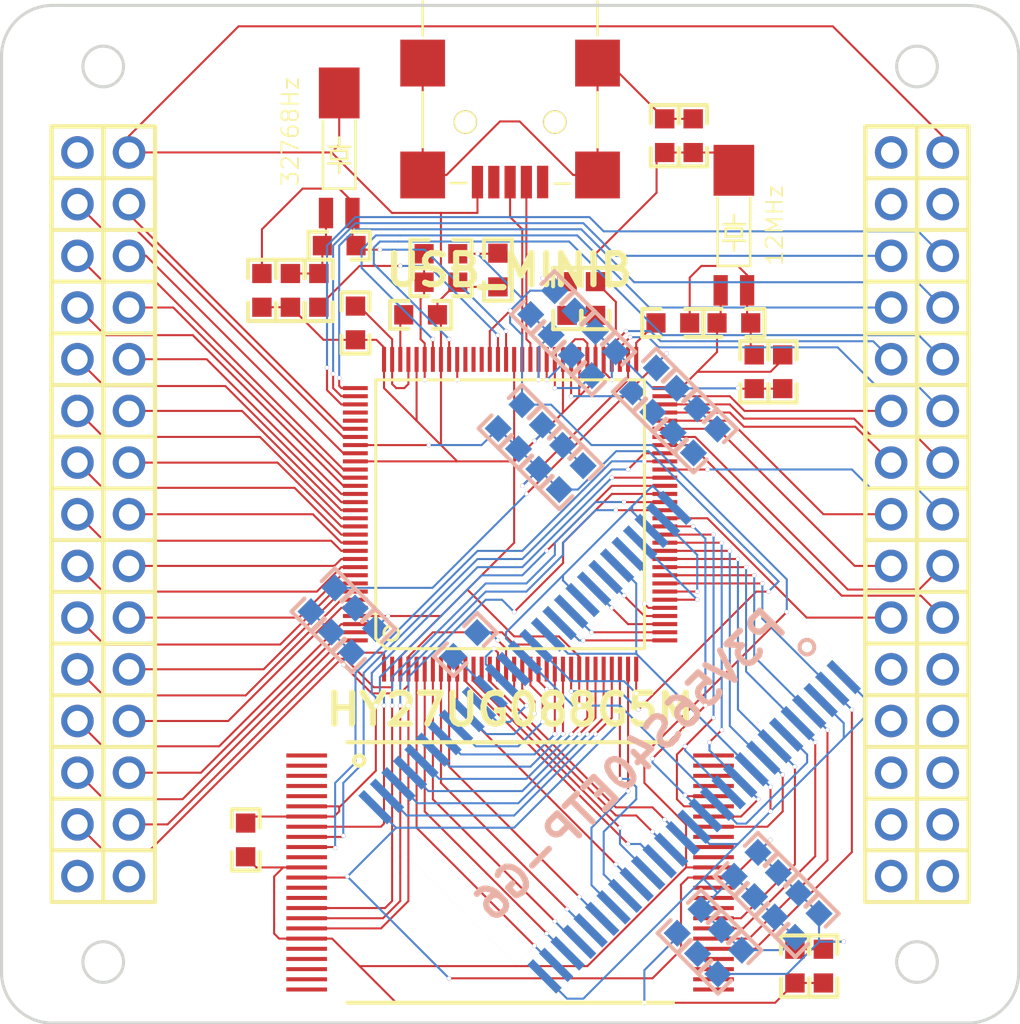
<source format=kicad_pcb>
(kicad_pcb (version 3) (host pcbnew "(2013-mar-13)-testing")
  (layers (15 F.Cu signal) (0 B.Cu signal) (18 B.Paste user) (19 F.Paste user) (20 B.SilkS user) (21 F.SilkS user) (22 B.Mask user) (23 F.Mask user) (28 Edge.Cuts user))
  (net 0 "")
  (net 1 +1.8V)
  (net 2 +3.3V)
  (net 3 A0)
  (net 4 A1)
  (net 5 A10)
  (net 6 A11)
  (net 7 A12)
  (net 8 A13)
  (net 9 A14)
  (net 10 A15)
  (net 11 A16)
  (net 12 A2)
  (net 13 A3)
  (net 14 A4)
  (net 15 A5)
  (net 16 A6)
  (net 17 A7)
  (net 18 A8)
  (net 19 A9)
  (net 20 ADIN0)
  (net 21 ADIN1)
  (net 22 B1)
  (net 23 B2)
  (net 24 B3)
  (net 25 B4)
  (net 26 B5)
  (net 27 B6)
  (net 28 B7)
  (net 29 CAS)
  (net 30 CKE)
  (net 31 CKO)
  (net 32 CS1)
  (net 33 CS2)
  (net 34 D0)
  (net 35 D1)
  (net 36 D10)
  (net 37 D11)
  (net 38 D12)
  (net 39 D13)
  (net 40 D14)
  (net 41 D15)
  (net 42 D2)
  (net 43 D3)
  (net 44 D4)
  (net 45 D5)
  (net 46 D6)
  (net 47 D7)
  (net 48 D8)
  (net 49 D9)
  (net 50 DCS)
  (net 51 DE)
  (net 52 FRB)
  (net 53 FRE)
  (net 54 FWE)
  (net 55 G0)
  (net 56 G1)
  (net 57 G2)
  (net 58 G3)
  (net 59 G4)
  (net 60 G5)
  (net 61 G6)
  (net 62 G7)
  (net 63 GND)
  (net 64 HP_L)
  (net 65 HP_R)
  (net 66 HSYN)
  (net 67 IN_L)
  (net 68 IN_R)
  (net 69 MIC)
  (net 70 N-00000100)
  (net 71 N-00000101)
  (net 72 N-00000102)
  (net 73 N-00000103)
  (net 74 N-00000104)
  (net 75 N-00000105)
  (net 76 N-00000106)
  (net 77 N-00000108)
  (net 78 N-00000110)
  (net 79 N-00000111)
  (net 80 N-00000112)
  (net 81 N-00000113)
  (net 82 N-00000114)
  (net 83 N-00000115)
  (net 84 N-00000116)
  (net 85 N-00000117)
  (net 86 N-00000118)
  (net 87 N-00000119)
  (net 88 N-00000120)
  (net 89 N-00000121)
  (net 90 N-00000122)
  (net 91 N-00000123)
  (net 92 N-00000124)
  (net 93 N-00000125)
  (net 94 N-00000126)
  (net 95 N-00000127)
  (net 96 N-00000128)
  (net 97 N-00000129)
  (net 98 N-00000130)
  (net 99 N-00000131)
  (net 100 N-00000132)
  (net 101 N-00000133)
  (net 102 N-00000134)
  (net 103 N-00000135)
  (net 104 N-00000136)
  (net 105 N-00000137)
  (net 106 N-00000138)
  (net 107 N-00000139)
  (net 108 N-00000140)
  (net 109 N-00000141)
  (net 110 N-00000142)
  (net 111 N-00000143)
  (net 112 N-00000144)
  (net 113 N-00000145)
  (net 114 N-00000146)
  (net 115 N-00000147)
  (net 116 N-00000148)
  (net 117 N-00000149)
  (net 118 N-00000150)
  (net 119 N-00000151)
  (net 120 N-00000152)
  (net 121 N-00000153)
  (net 122 N-00000154)
  (net 123 N-00000155)
  (net 124 N-00000156)
  (net 125 N-00000157)
  (net 126 N-00000158)
  (net 127 N-00000159)
  (net 128 N-00000160)
  (net 129 N-000002)
  (net 130 N-000003)
  (net 131 N-000004)
  (net 132 N-0000074)
  (net 133 N-0000075)
  (net 134 N-0000080)
  (net 135 N-0000081)
  (net 136 N-0000082)
  (net 137 N-0000099)
  (net 138 PCLK)
  (net 139 PWM)
  (net 140 R1)
  (net 141 R2)
  (net 142 R3)
  (net 143 R4)
  (net 144 R5)
  (net 145 R6)
  (net 146 R7)
  (net 147 RAS)
  (net 148 RDWR)
  (net 149 RXD)
  (net 150 SCK)
  (net 151 SDA)
  (net 152 SD_CD)
  (net 153 SD_CLK)
  (net 154 SD_CMD)
  (net 155 SD_DO)
  (net 156 TXD)
  (net 157 VCC)
  (net 158 VSYN)
  (net 159 WE0)
  (net 160 WE1)
  (module size-0603 (layer B.Cu) (at 151.6 94.6 45)
    (fp_text reference FB5)
    (fp_text value BKP1608HS121 hide)
    (pad 2 smd rect (at 0.82804 0 45) (size 0.9398 0.95504) (layers B.Cu B.Paste B.Mask) (net 2 +3.3V))
    (pad 1 smd rect (at -0.82804 0 45) (size 0.9398 0.95504) (layers B.Cu B.Paste B.Mask) (net 76 N-00000106))
  )
  (module TSOP54 (layer B.Cu) (at 166.4 113 225)
    (fp_text reference U5 hide)
    (fp_text value P3V56S40ETP-G6 (at 10.48512 4.38912 225) (layer B.SilkS) (effects (font (thickness 0.3048)) (justify mirror)))
    (pad 1 smd rect (at 0 0 45) (size 0.39878 1.99898) (layers B.Cu B.Paste B.Mask) (net 128 N-00000160))
    (pad 2 smd rect (at 0.8001 0 45) (size 0.39878 1.99898) (layers B.Cu B.Paste B.Mask) (net 34 D0))
    (pad 3 smd rect (at 1.6002 0 45) (size 0.39878 1.99898) (layers B.Cu B.Paste B.Mask) (net 128 N-00000160))
    (pad 4 smd rect (at 2.4003 0 45) (size 0.39878 1.99898) (layers B.Cu B.Paste B.Mask) (net 35 D1))
    (pad 5 smd rect (at 3.2004 0 45) (size 0.39878 1.99898) (layers B.Cu B.Paste B.Mask) (net 42 D2))
    (pad 6 smd rect (at 4.0005 0 45) (size 0.39878 1.99898) (layers B.Cu B.Paste B.Mask) (net 63 GND))
    (pad 7 smd rect (at 4.8006 0 45) (size 0.39878 1.99898) (layers B.Cu B.Paste B.Mask) (net 43 D3))
    (pad 8 smd rect (at 5.6007 0 45) (size 0.39878 1.99898) (layers B.Cu B.Paste B.Mask) (net 44 D4))
    (pad 9 smd rect (at 6.4008 0 45) (size 0.39878 1.99898) (layers B.Cu B.Paste B.Mask) (net 128 N-00000160))
    (pad 10 smd rect (at 7.2009 0 45) (size 0.39878 1.99898) (layers B.Cu B.Paste B.Mask) (net 45 D5))
    (pad 11 smd rect (at 8.001 0 45) (size 0.39878 1.99898) (layers B.Cu B.Paste B.Mask) (net 46 D6))
    (pad 12 smd rect (at 8.8011 0 45) (size 0.39878 1.99898) (layers B.Cu B.Paste B.Mask) (net 63 GND))
    (pad 13 smd rect (at 9.6012 0 45) (size 0.39878 1.99898) (layers B.Cu B.Paste B.Mask) (net 47 D7))
    (pad 14 smd rect (at 10.39876 0 45) (size 0.39878 1.99898) (layers B.Cu B.Paste B.Mask) (net 128 N-00000160))
    (pad 15 smd rect (at 11.19632 0 45) (size 0.39878 1.99898) (layers B.Cu B.Paste B.Mask) (net 159 WE0))
    (pad 16 smd rect (at 11.99642 0 45) (size 0.39878 1.99898) (layers B.Cu B.Paste B.Mask) (net 148 RDWR))
    (pad 17 smd rect (at 12.79652 0 45) (size 0.39878 1.99898) (layers B.Cu B.Paste B.Mask) (net 147 RAS))
    (pad 18 smd rect (at 13.59662 0 45) (size 0.39878 1.99898) (layers B.Cu B.Paste B.Mask) (net 29 CAS))
    (pad 19 smd rect (at 14.39672 0 45) (size 0.39878 1.99898) (layers B.Cu B.Paste B.Mask) (net 50 DCS))
    (pad 20 smd rect (at 15.19682 0 45) (size 0.39878 1.99898) (layers B.Cu B.Paste B.Mask) (net 8 A13))
    (pad 21 smd rect (at 15.99692 0 45) (size 0.39878 1.99898) (layers B.Cu B.Paste B.Mask) (net 9 A14))
    (pad 22 smd rect (at 16.79702 0 45) (size 0.39878 1.99898) (layers B.Cu B.Paste B.Mask) (net 5 A10))
    (pad 23 smd rect (at 17.59712 0 45) (size 0.39878 1.99898) (layers B.Cu B.Paste B.Mask) (net 3 A0))
    (pad 24 smd rect (at 18.39722 0 45) (size 0.39878 1.99898) (layers B.Cu B.Paste B.Mask) (net 4 A1))
    (pad 25 smd rect (at 19.19732 0 45) (size 0.39878 1.99898) (layers B.Cu B.Paste B.Mask) (net 12 A2))
    (pad 26 smd rect (at 19.99742 0 45) (size 0.39878 1.99898) (layers B.Cu B.Paste B.Mask) (net 13 A3))
    (pad 27 smd rect (at 20.79752 0 45) (size 0.39878 1.99898) (layers B.Cu B.Paste B.Mask) (net 128 N-00000160))
    (pad 28 smd rect (at 20.79752 11.75512 225) (size 0.39878 1.99898) (layers B.Cu B.Paste B.Mask) (net 63 GND))
    (pad 29 smd rect (at 19.99742 11.75512 225) (size 0.39878 1.99898) (layers B.Cu B.Paste B.Mask) (net 14 A4))
    (pad 30 smd rect (at 19.19732 11.75512 225) (size 0.39878 1.99898) (layers B.Cu B.Paste B.Mask) (net 15 A5))
    (pad 31 smd rect (at 18.39722 11.75512 225) (size 0.39878 1.99898) (layers B.Cu B.Paste B.Mask) (net 16 A6))
    (pad 32 smd rect (at 17.59712 11.75512 225) (size 0.39878 1.99898) (layers B.Cu B.Paste B.Mask) (net 17 A7))
    (pad 33 smd rect (at 16.79702 11.75512 225) (size 0.39878 1.99898) (layers B.Cu B.Paste B.Mask) (net 18 A8))
    (pad 34 smd rect (at 15.99692 11.75512 225) (size 0.39878 1.99898) (layers B.Cu B.Paste B.Mask) (net 19 A9))
    (pad 35 smd rect (at 15.19682 11.75512 225) (size 0.39878 1.99898) (layers B.Cu B.Paste B.Mask) (net 6 A11))
    (pad 36 smd rect (at 14.39672 11.75512 225) (size 0.39878 1.99898) (layers B.Cu B.Paste B.Mask) (net 7 A12))
    (pad 37 smd rect (at 13.59662 11.75512 225) (size 0.39878 1.99898) (layers B.Cu B.Paste B.Mask) (net 30 CKE))
    (pad 38 smd rect (at 12.79652 11.75512 225) (size 0.39878 1.99898) (layers B.Cu B.Paste B.Mask) (net 99 N-00000131))
    (pad 39 smd rect (at 11.99642 11.75512 225) (size 0.39878 1.99898) (layers B.Cu B.Paste B.Mask) (net 160 WE1))
    (pad 40 smd rect (at 11.19632 11.75512 225) (size 0.39878 1.99898) (layers B.Cu B.Paste B.Mask) (net 100 N-00000132))
    (pad 41 smd rect (at 10.39876 11.75512 225) (size 0.39878 1.99898) (layers B.Cu B.Paste B.Mask) (net 63 GND))
    (pad 42 smd rect (at 9.6012 11.75512 225) (size 0.39878 1.99898) (layers B.Cu B.Paste B.Mask) (net 48 D8))
    (pad 43 smd rect (at 8.8011 11.75512 225) (size 0.39878 1.99898) (layers B.Cu B.Paste B.Mask) (net 128 N-00000160))
    (pad 44 smd rect (at 8.001 11.75512 225) (size 0.39878 1.99898) (layers B.Cu B.Paste B.Mask) (net 49 D9))
    (pad 45 smd rect (at 7.2009 11.75512 225) (size 0.39878 1.99898) (layers B.Cu B.Paste B.Mask) (net 36 D10))
    (pad 46 smd rect (at 6.4008 11.75512 225) (size 0.39878 1.99898) (layers B.Cu B.Paste B.Mask) (net 63 GND))
    (pad 47 smd rect (at 5.6007 11.75512 225) (size 0.39878 1.99898) (layers B.Cu B.Paste B.Mask) (net 37 D11))
    (pad 48 smd rect (at 4.8006 11.75512 225) (size 0.39878 1.99898) (layers B.Cu B.Paste B.Mask) (net 38 D12))
    (pad 49 smd rect (at 4.0005 11.75512 225) (size 0.39878 1.99898) (layers B.Cu B.Paste B.Mask) (net 128 N-00000160))
    (pad 50 smd rect (at 3.2004 11.75512 225) (size 0.39878 1.99898) (layers B.Cu B.Paste B.Mask) (net 39 D13))
    (pad 51 smd rect (at 2.4003 11.75512 225) (size 0.39878 1.99898) (layers B.Cu B.Paste B.Mask) (net 40 D14))
    (pad 52 smd rect (at 1.6002 11.75512 225) (size 0.39878 1.99898) (layers B.Cu B.Paste B.Mask) (net 63 GND))
    (pad 53 smd rect (at 0.8001 11.75512 225) (size 0.39878 1.99898) (layers B.Cu B.Paste B.Mask) (net 41 D15))
    (pad 54 smd rect (at 0 11.75512 225) (size 0.39878 1.99898) (layers B.Cu B.Paste B.Mask) (net 63 GND))
  )
  (module size-0603 (layer F.Cu) (at 154.2 94.4 90)
    (fp_text reference C9)
    (fp_text value 0.1uF hide)
    (pad 2 smd rect (at 0.82804 0 90) (size 0.9398 0.95504) (layers F.Cu F.Paste F.Mask) (net 63 GND))
    (pad 1 smd rect (at -0.82804 0 90) (size 0.9398 0.95504) (layers F.Cu F.Paste F.Mask) (net 83 N-00000115))
  )
  (module size-0603 (layer F.Cu) (at 145.6 95.2)
    (fp_text reference C8)
    (fp_text value 1uF hide)
    (pad 2 smd rect (at 0.82804 0) (size 0.9398 0.95504) (layers F.Cu F.Paste F.Mask) (net 63 GND))
    (pad 1 smd rect (at -0.82804 0) (size 0.9398 0.95504) (layers F.Cu F.Paste F.Mask) (net 131 N-000004))
  )
  (module size-0603 (layer F.Cu) (at 146.6 93.6)
    (fp_text reference C15)
    (fp_text value 10uF hide)
    (pad 2 smd rect (at 0.82804 0) (size 0.9398 0.95504) (layers F.Cu F.Paste F.Mask) (net 63 GND))
    (pad 1 smd rect (at -0.82804 0) (size 0.9398 0.95504) (layers F.Cu F.Paste F.Mask) (net 84 N-00000116))
  )
  (module size-0603 (layer F.Cu) (at 146.6 92.2)
    (fp_text reference FB6)
    (fp_text value BKP1608HS121 hide)
    (pad 2 smd rect (at 0.82804 0) (size 0.9398 0.95504) (layers F.Cu F.Paste F.Mask) (net 2 +3.3V))
    (pad 1 smd rect (at -0.82804 0) (size 0.9398 0.95504) (layers F.Cu F.Paste F.Mask) (net 84 N-00000116))
  )
  (module size-0603 (layer B.Cu) (at 153.6 96.6 45)
    (fp_text reference R1)
    (fp_text value 10k hide)
    (pad 2 smd rect (at 0.82804 0 45) (size 0.9398 0.95504) (layers B.Cu B.Paste B.Mask) (net 63 GND))
    (pad 1 smd rect (at -0.82804 0 45) (size 0.9398 0.95504) (layers B.Cu B.Paste B.Mask) (net 132 N-0000074))
  )
  (module size-0603 (layer B.Cu) (at 152.6 95.6 45)
    (fp_text reference C10)
    (fp_text value 1uF hide)
    (pad 2 smd rect (at 0.82804 0 45) (size 0.9398 0.95504) (layers B.Cu B.Paste B.Mask) (net 63 GND))
    (pad 1 smd rect (at -0.82804 0 45) (size 0.9398 0.95504) (layers B.Cu B.Paste B.Mask) (net 76 N-00000106))
  )
  (module size-0603 (layer B.Cu) (at 154.6 97.6 45)
    (fp_text reference C7)
    (fp_text value 1uF hide)
    (pad 2 smd rect (at 0.82804 0 45) (size 0.9398 0.95504) (layers B.Cu B.Paste B.Mask) (net 63 GND))
    (pad 1 smd rect (at -0.82804 0 45) (size 0.9398 0.95504) (layers B.Cu B.Paste B.Mask) (net 133 N-0000075))
  )
  (module size-0603 (layer F.Cu) (at 149.4 93 270)
    (fp_text reference C1)
    (fp_text value 0.1uF hide)
    (pad 2 smd rect (at 0.82804 0 270) (size 0.9398 0.95504) (layers F.Cu F.Paste F.Mask) (net 63 GND))
    (pad 1 smd rect (at -0.82804 0 270) (size 0.9398 0.95504) (layers F.Cu F.Paste F.Mask) (net 2 +3.3V))
  )
  (module size-0603 (layer F.Cu) (at 157.6 86.4 90)
    (fp_text reference C20)
    (fp_text value C hide)
    (pad 2 smd rect (at 0.82804 0 90) (size 0.9398 0.95504) (layers F.Cu F.Paste F.Mask) (net 134 N-0000080))
    (pad 1 smd rect (at -0.82804 0 90) (size 0.9398 0.95504) (layers F.Cu F.Paste F.Mask) (net 63 GND))
  )
  (module size-0603 (layer F.Cu) (at 159 86.4 90)
    (fp_text reference FB8)
    (fp_text value BKP1608HS121 hide)
    (pad 2 smd rect (at 0.82804 0 90) (size 0.9398 0.95504) (layers F.Cu F.Paste F.Mask) (net 134 N-0000080))
    (pad 1 smd rect (at -0.82804 0 90) (size 0.9398 0.95504) (layers F.Cu F.Paste F.Mask) (net 63 GND))
  )
  (module size-0603 (layer B.Cu) (at 161.6 122.2 45)
    (fp_text reference C21)
    (fp_text value 0.1uF hide)
    (pad 2 smd rect (at 0.82804 0 45) (size 0.9398 0.95504) (layers B.Cu B.Paste B.Mask) (net 63 GND))
    (pad 1 smd rect (at -0.82804 0 45) (size 0.9398 0.95504) (layers B.Cu B.Paste B.Mask) (net 128 N-00000160))
  )
  (module size-0603 (layer B.Cu) (at 162.6 123.2 45)
    (fp_text reference C22)
    (fp_text value 0.1uF hide)
    (pad 2 smd rect (at 0.82804 0 45) (size 0.9398 0.95504) (layers B.Cu B.Paste B.Mask) (net 63 GND))
    (pad 1 smd rect (at -0.82804 0 45) (size 0.9398 0.95504) (layers B.Cu B.Paste B.Mask) (net 128 N-00000160))
  )
  (module size-0603 (layer B.Cu) (at 163.6 124.2 45)
    (fp_text reference C23)
    (fp_text value 0.1uF hide)
    (pad 2 smd rect (at 0.82804 0 45) (size 0.9398 0.95504) (layers B.Cu B.Paste B.Mask) (net 63 GND))
    (pad 1 smd rect (at -0.82804 0 45) (size 0.9398 0.95504) (layers B.Cu B.Paste B.Mask) (net 128 N-00000160))
  )
  (module size-0603 (layer B.Cu) (at 164.6 125.2 45)
    (fp_text reference C24)
    (fp_text value 0.1uF hide)
    (pad 2 smd rect (at 0.82804 0 45) (size 0.9398 0.95504) (layers B.Cu B.Paste B.Mask) (net 63 GND))
    (pad 1 smd rect (at -0.82804 0 45) (size 0.9398 0.95504) (layers B.Cu B.Paste B.Mask) (net 128 N-00000160))
  )
  (module size-0603 (layer B.Cu) (at 159.8 126 225)
    (fp_text reference C25)
    (fp_text value 0.1uF hide)
    (pad 2 smd rect (at 0.82804 0 225) (size 0.9398 0.95504) (layers B.Cu B.Paste B.Mask) (net 63 GND))
    (pad 1 smd rect (at -0.82804 0 225) (size 0.9398 0.95504) (layers B.Cu B.Paste B.Mask) (net 128 N-00000160))
  )
  (module size-0603 (layer B.Cu) (at 160.8 127 225)
    (fp_text reference C26)
    (fp_text value 10uF hide)
    (pad 2 smd rect (at 0.82804 0 225) (size 0.9398 0.95504) (layers B.Cu B.Paste B.Mask) (net 63 GND))
    (pad 1 smd rect (at -0.82804 0 225) (size 0.9398 0.95504) (layers B.Cu B.Paste B.Mask) (net 128 N-00000160))
  )
  (module size-0603 (layer B.Cu) (at 158.8 125 225)
    (fp_text reference FB9)
    (fp_text value BKP1608HS121 hide)
    (pad 2 smd rect (at 0.82804 0 225) (size 0.9398 0.95504) (layers B.Cu B.Paste B.Mask) (net 2 +3.3V))
    (pad 1 smd rect (at -0.82804 0 225) (size 0.9398 0.95504) (layers B.Cu B.Paste B.Mask) (net 128 N-00000160))
  )
  (module size-0603 (layer B.Cu) (at 147.8 111.4 45)
    (fp_text reference R6)
    (fp_text value 33 hide)
    (pad 2 smd rect (at 0.82804 0 45) (size 0.9398 0.95504) (layers B.Cu B.Paste B.Mask) (net 31 CKO))
    (pad 1 smd rect (at -0.82804 0 45) (size 0.9398 0.95504) (layers B.Cu B.Paste B.Mask) (net 99 N-00000131))
  )
  (module size-0603 (layer F.Cu) (at 137 121 90)
    (fp_text reference R7)
    (fp_text value 100k hide)
    (pad 2 smd rect (at 0.82804 0 90) (size 0.9398 0.95504) (layers F.Cu F.Paste F.Mask) (net 52 FRB))
    (pad 1 smd rect (at -0.82804 0 90) (size 0.9398 0.95504) (layers F.Cu F.Paste F.Mask) (net 2 +3.3V))
  )
  (module size-0603 (layer B.Cu) (at 142.8 111.2 45)
    (fp_text reference C5)
    (fp_text value 0.1uF hide)
    (pad 2 smd rect (at 0.82804 0 45) (size 0.9398 0.95504) (layers B.Cu B.Paste B.Mask) (net 63 GND))
    (pad 1 smd rect (at -0.82804 0 45) (size 0.9398 0.95504) (layers B.Cu B.Paste B.Mask) (net 71 N-00000101))
  )
  (module size-0603 (layer B.Cu) (at 141.8 110.2 45)
    (fp_text reference C6)
    (fp_text value 10uF hide)
    (pad 2 smd rect (at 0.82804 0 45) (size 0.9398 0.95504) (layers B.Cu B.Paste B.Mask) (net 63 GND))
    (pad 1 smd rect (at -0.82804 0 45) (size 0.9398 0.95504) (layers B.Cu B.Paste B.Mask) (net 71 N-00000101))
  )
  (module size-0603 (layer B.Cu) (at 151 101.2 45)
    (fp_text reference C4)
    (fp_text value 0.1uF hide)
    (pad 2 smd rect (at 0.82804 0 45) (size 0.9398 0.95504) (layers B.Cu B.Paste B.Mask) (net 63 GND))
    (pad 1 smd rect (at -0.82804 0 45) (size 0.9398 0.95504) (layers B.Cu B.Paste B.Mask) (net 72 N-00000102))
  )
  (module size-0603 (layer B.Cu) (at 152 102.2 45)
    (fp_text reference C3)
    (fp_text value 0.1uF hide)
    (pad 2 smd rect (at 0.82804 0 45) (size 0.9398 0.95504) (layers B.Cu B.Paste B.Mask) (net 63 GND))
    (pad 1 smd rect (at -0.82804 0 45) (size 0.9398 0.95504) (layers B.Cu B.Paste B.Mask) (net 72 N-00000102))
  )
  (module size-0603 (layer B.Cu) (at 153 103.2 45)
    (fp_text reference C2)
    (fp_text value 10uF hide)
    (pad 2 smd rect (at 0.82804 0 45) (size 0.9398 0.95504) (layers B.Cu B.Paste B.Mask) (net 63 GND))
    (pad 1 smd rect (at -0.82804 0 45) (size 0.9398 0.95504) (layers B.Cu B.Paste B.Mask) (net 72 N-00000102))
  )
  (module size-0603 (layer B.Cu) (at 140.8 109.2 45)
    (fp_text reference FB2)
    (fp_text value BKP1608HS121 hide)
    (pad 2 smd rect (at 0.82804 0 45) (size 0.9398 0.95504) (layers B.Cu B.Paste B.Mask) (net 1 +1.8V))
    (pad 1 smd rect (at -0.82804 0 45) (size 0.9398 0.95504) (layers B.Cu B.Paste B.Mask) (net 71 N-00000101))
  )
  (module size-0603 (layer B.Cu) (at 150 100.2 45)
    (fp_text reference FB1)
    (fp_text value BKP1608HS121 hide)
    (pad 2 smd rect (at 0.82804 0 45) (size 0.9398 0.95504) (layers B.Cu B.Paste B.Mask) (net 2 +3.3V))
    (pad 1 smd rect (at -0.82804 0 45) (size 0.9398 0.95504) (layers B.Cu B.Paste B.Mask) (net 72 N-00000102))
  )
  (module size-0603 (layer B.Cu) (at 159.6 101.4 45)
    (fp_text reference C12)
    (fp_text value 0.01uF hide)
    (pad 2 smd rect (at 0.82804 0 45) (size 0.9398 0.95504) (layers B.Cu B.Paste B.Mask) (net 63 GND))
    (pad 1 smd rect (at -0.82804 0 45) (size 0.9398 0.95504) (layers B.Cu B.Paste B.Mask) (net 82 N-00000114))
  )
  (module size-0603 (layer B.Cu) (at 158.6 100.4 45)
    (fp_text reference C13)
    (fp_text value 0.1uF hide)
    (pad 2 smd rect (at 0.82804 0 45) (size 0.9398 0.95504) (layers B.Cu B.Paste B.Mask) (net 63 GND))
    (pad 1 smd rect (at -0.82804 0 45) (size 0.9398 0.95504) (layers B.Cu B.Paste B.Mask) (net 82 N-00000114))
  )
  (module size-0603 (layer B.Cu) (at 157.6 99.4 45)
    (fp_text reference C14)
    (fp_text value 10uF hide)
    (pad 2 smd rect (at 0.82804 0 45) (size 0.9398 0.95504) (layers B.Cu B.Paste B.Mask) (net 63 GND))
    (pad 1 smd rect (at -0.82804 0 45) (size 0.9398 0.95504) (layers B.Cu B.Paste B.Mask) (net 82 N-00000114))
  )
  (module size-0603 (layer B.Cu) (at 156.6 98.4 45)
    (fp_text reference FB7)
    (fp_text value BKP1608HS121 hide)
    (pad 2 smd rect (at 0.82804 0 45) (size 0.9398 0.95504) (layers B.Cu B.Paste B.Mask) (net 1 +1.8V))
    (pad 1 smd rect (at -0.82804 0 45) (size 0.9398 0.95504) (layers B.Cu B.Paste B.Mask) (net 82 N-00000114))
  )
  (module size-0603 (layer F.Cu) (at 140.6 94 90)
    (fp_text reference R2)
    (fp_text value 33 hide)
    (pad 2 smd rect (at 0.82804 0 90) (size 0.9398 0.95504) (layers F.Cu F.Paste F.Mask) (net 78 N-00000110))
    (pad 1 smd rect (at -0.82804 0 90) (size 0.9398 0.95504) (layers F.Cu F.Paste F.Mask) (net 129 N-000002))
  )
  (module size-0603 (layer F.Cu) (at 158 95.6)
    (fp_text reference R3)
    (fp_text value 33 hide)
    (pad 2 smd rect (at 0.82804 0) (size 0.9398 0.95504) (layers F.Cu F.Paste F.Mask) (net 81 N-00000113))
    (pad 1 smd rect (at -0.82804 0) (size 0.9398 0.95504) (layers F.Cu F.Paste F.Mask) (net 130 N-000003))
  )
  (module size-0603 (layer F.Cu) (at 161 95.6)
    (fp_text reference R5)
    (fp_text value 1M hide)
    (pad 2 smd rect (at 0.82804 0) (size 0.9398 0.95504) (layers F.Cu F.Paste F.Mask) (net 81 N-00000113))
    (pad 1 smd rect (at -0.82804 0) (size 0.9398 0.95504) (layers F.Cu F.Paste F.Mask) (net 80 N-00000112))
  )
  (module size-0603 (layer F.Cu) (at 141.6 91.8)
    (fp_text reference R4)
    (fp_text value 10M hide)
    (pad 2 smd rect (at 0.82804 0) (size 0.9398 0.95504) (layers F.Cu F.Paste F.Mask) (net 79 N-00000111))
    (pad 1 smd rect (at -0.82804 0) (size 0.9398 0.95504) (layers F.Cu F.Paste F.Mask) (net 78 N-00000110))
  )
  (module size-0603 (layer F.Cu) (at 137.8 94 270)
    (fp_text reference C18)
    (fp_text value 22pF hide)
    (pad 2 smd rect (at 0.82804 0 270) (size 0.9398 0.95504) (layers F.Cu F.Paste F.Mask) (net 63 GND))
    (pad 1 smd rect (at -0.82804 0 270) (size 0.9398 0.95504) (layers F.Cu F.Paste F.Mask) (net 79 N-00000111))
  )
  (module size-0603 (layer F.Cu) (at 139.2 94 270)
    (fp_text reference C17)
    (fp_text value 22pF hide)
    (pad 2 smd rect (at 0.82804 0 270) (size 0.9398 0.95504) (layers F.Cu F.Paste F.Mask) (net 63 GND))
    (pad 1 smd rect (at -0.82804 0 270) (size 0.9398 0.95504) (layers F.Cu F.Paste F.Mask) (net 78 N-00000110))
  )
  (module size-0603 (layer F.Cu) (at 163.4 98 270)
    (fp_text reference C16)
    (fp_text value 22pF hide)
    (pad 2 smd rect (at 0.82804 0 270) (size 0.9398 0.95504) (layers F.Cu F.Paste F.Mask) (net 63 GND))
    (pad 1 smd rect (at -0.82804 0 270) (size 0.9398 0.95504) (layers F.Cu F.Paste F.Mask) (net 80 N-00000112))
  )
  (module size-0603 (layer F.Cu) (at 162 98 270)
    (fp_text reference C19)
    (fp_text value 22pF hide)
    (pad 2 smd rect (at 0.82804 0 270) (size 0.9398 0.95504) (layers F.Cu F.Paste F.Mask) (net 63 GND))
    (pad 1 smd rect (at -0.82804 0 270) (size 0.9398 0.95504) (layers F.Cu F.Paste F.Mask) (net 81 N-00000113))
  )
  (module PINHEAD30 (layer F.Cu) (at 130 105 270)
    (fp_text reference U1)
    (fp_text value PINHEAD30 hide)
    (pad 2 thru_hole oval (at -17.77746 1.26746 270) (size 1.59766 1.59766) (drill 0.99822) (layers *.Cu *.Paste *.Mask) (net 2 +3.3V))
    (pad 1 thru_hole oval (at -17.77746 -1.26746 270) (size 1.59766 1.59766) (drill 0.99822) (layers *.Cu *.Paste *.Mask) (net 63 GND))
    (pad 4 thru_hole oval (at -15.23746 1.26746 270) (size 1.59766 1.59766) (drill 0.99822) (layers *.Cu *.Paste *.Mask) (net 140 R1))
    (pad 3 thru_hole oval (at -15.23746 -1.26746 270) (size 1.59766 1.59766) (drill 0.99822) (layers *.Cu *.Paste *.Mask) (net 55 G0))
    (pad 6 thru_hole oval (at -12.69746 1.26746 270) (size 1.59766 1.59766) (drill 0.99822) (layers *.Cu *.Paste *.Mask) (net 56 G1))
    (pad 5 thru_hole oval (at -12.69746 -1.26746 270) (size 1.59766 1.59766) (drill 0.99822) (layers *.Cu *.Paste *.Mask) (net 22 B1))
    (pad 8 thru_hole oval (at -10.15746 1.26746 270) (size 1.59766 1.59766) (drill 0.99822) (layers *.Cu *.Paste *.Mask) (net 66 HSYN))
    (pad 7 thru_hole oval (at -10.15746 -1.26746 270) (size 1.59766 1.59766) (drill 0.99822) (layers *.Cu *.Paste *.Mask) (net 158 VSYN))
    (pad 10 thru_hole oval (at -7.61746 1.26746 270) (size 1.59766 1.59766) (drill 0.99822) (layers *.Cu *.Paste *.Mask) (net 146 R7))
    (pad 9 thru_hole oval (at -7.61746 -1.26746 270) (size 1.59766 1.59766) (drill 0.99822) (layers *.Cu *.Paste *.Mask) (net 51 DE))
    (pad 12 thru_hole oval (at -5.07746 1.26746 270) (size 1.59766 1.59766) (drill 0.99822) (layers *.Cu *.Paste *.Mask) (net 144 R5))
    (pad 11 thru_hole oval (at -5.07746 -1.26746 270) (size 1.59766 1.59766) (drill 0.99822) (layers *.Cu *.Paste *.Mask) (net 145 R6))
    (pad 14 thru_hole oval (at -2.53746 1.26746 270) (size 1.59766 1.59766) (drill 0.99822) (layers *.Cu *.Paste *.Mask) (net 142 R3))
    (pad 13 thru_hole oval (at -2.53746 -1.26746 270) (size 1.59766 1.59766) (drill 0.99822) (layers *.Cu *.Paste *.Mask) (net 143 R4))
    (pad 16 thru_hole oval (at 0 1.26746 270) (size 1.59512 1.59766) (drill 0.99568) (layers *.Cu *.Paste *.Mask) (net 62 G7))
    (pad 15 thru_hole oval (at 0 -1.26746 270) (size 1.59512 1.59766) (drill 0.99568) (layers *.Cu *.Paste *.Mask) (net 141 R2))
    (pad 18 thru_hole oval (at 2.53746 1.26746 270) (size 1.59766 1.59766) (drill 0.99822) (layers *.Cu *.Paste *.Mask) (net 60 G5))
    (pad 17 thru_hole oval (at 2.53746 -1.26746 270) (size 1.59766 1.59766) (drill 0.99822) (layers *.Cu *.Paste *.Mask) (net 61 G6))
    (pad 20 thru_hole oval (at 5.07746 1.26746 270) (size 1.59766 1.59766) (drill 0.99822) (layers *.Cu *.Paste *.Mask) (net 58 G3))
    (pad 19 thru_hole oval (at 5.07746 -1.26746 270) (size 1.59766 1.59766) (drill 0.99822) (layers *.Cu *.Paste *.Mask) (net 59 G4))
    (pad 22 thru_hole oval (at 7.61746 1.26746 270) (size 1.59766 1.59766) (drill 0.99822) (layers *.Cu *.Paste *.Mask) (net 28 B7))
    (pad 21 thru_hole oval (at 7.61746 -1.26746 270) (size 1.59766 1.59766) (drill 0.99822) (layers *.Cu *.Paste *.Mask) (net 57 G2))
    (pad 24 thru_hole oval (at 10.15746 1.26746 270) (size 1.59766 1.59766) (drill 0.99822) (layers *.Cu *.Paste *.Mask) (net 26 B5))
    (pad 23 thru_hole oval (at 10.15746 -1.26746 270) (size 1.59766 1.59766) (drill 0.99822) (layers *.Cu *.Paste *.Mask) (net 27 B6))
    (pad 26 thru_hole oval (at 12.69746 1.26746 270) (size 1.59766 1.59766) (drill 0.99822) (layers *.Cu *.Paste *.Mask) (net 24 B3))
    (pad 25 thru_hole oval (at 12.69746 -1.26746 270) (size 1.59766 1.59766) (drill 0.99822) (layers *.Cu *.Paste *.Mask) (net 25 B4))
    (pad 28 thru_hole oval (at 15.23746 1.26746 270) (size 1.59766 1.59766) (drill 0.99822) (layers *.Cu *.Paste *.Mask) (net 138 PCLK))
    (pad 27 thru_hole oval (at 15.23746 -1.26746 270) (size 1.59766 1.59766) (drill 0.99822) (layers *.Cu *.Paste *.Mask) (net 23 B2))
    (pad 30 thru_hole oval (at 17.77746 1.26746 270) (size 1.59766 1.59766) (drill 0.99822) (layers *.Cu *.Paste *.Mask) (net 97 N-00000129))
    (pad 29 thru_hole oval (at 17.77746 -1.26746 270) (size 1.59766 1.59766) (drill 0.99822) (layers *.Cu *.Paste *.Mask) (net 98 N-00000130))
  )
  (module PINHEAD30 (layer F.Cu) (at 170 105 270)
    (fp_text reference U2)
    (fp_text value PINHEAD30 hide)
    (pad 2 thru_hole oval (at -17.77746 1.26746 270) (size 1.59766 1.59766) (drill 0.99822) (layers *.Cu *.Paste *.Mask) (net 2 +3.3V))
    (pad 1 thru_hole oval (at -17.77746 -1.26746 270) (size 1.59766 1.59766) (drill 0.99822) (layers *.Cu *.Paste *.Mask) (net 63 GND))
    (pad 4 thru_hole oval (at -15.23746 1.26746 270) (size 1.59766 1.59766) (drill 0.99822) (layers *.Cu *.Paste *.Mask) (net 91 N-00000123))
    (pad 3 thru_hole oval (at -15.23746 -1.26746 270) (size 1.59766 1.59766) (drill 0.99822) (layers *.Cu *.Paste *.Mask) (net 89 N-00000121))
    (pad 6 thru_hole oval (at -12.69746 1.26746 270) (size 1.59766 1.59766) (drill 0.99822) (layers *.Cu *.Paste *.Mask) (net 68 IN_R))
    (pad 5 thru_hole oval (at -12.69746 -1.26746 270) (size 1.59766 1.59766) (drill 0.99822) (layers *.Cu *.Paste *.Mask) (net 69 MIC))
    (pad 8 thru_hole oval (at -10.15746 1.26746 270) (size 1.59766 1.59766) (drill 0.99822) (layers *.Cu *.Paste *.Mask) (net 64 HP_L))
    (pad 7 thru_hole oval (at -10.15746 -1.26746 270) (size 1.59766 1.59766) (drill 0.99822) (layers *.Cu *.Paste *.Mask) (net 67 IN_L))
    (pad 10 thru_hole oval (at -7.61746 1.26746 270) (size 1.59766 1.59766) (drill 0.99822) (layers *.Cu *.Paste *.Mask) (net 21 ADIN1))
    (pad 9 thru_hole oval (at -7.61746 -1.26746 270) (size 1.59766 1.59766) (drill 0.99822) (layers *.Cu *.Paste *.Mask) (net 65 HP_R))
    (pad 12 thru_hole oval (at -5.07746 1.26746 270) (size 1.59766 1.59766) (drill 0.99822) (layers *.Cu *.Paste *.Mask) (net 154 SD_CMD))
    (pad 11 thru_hole oval (at -5.07746 -1.26746 270) (size 1.59766 1.59766) (drill 0.99822) (layers *.Cu *.Paste *.Mask) (net 20 ADIN0))
    (pad 14 thru_hole oval (at -2.53746 1.26746 270) (size 1.59766 1.59766) (drill 0.99822) (layers *.Cu *.Paste *.Mask) (net 155 SD_DO))
    (pad 13 thru_hole oval (at -2.53746 -1.26746 270) (size 1.59766 1.59766) (drill 0.99822) (layers *.Cu *.Paste *.Mask) (net 153 SD_CLK))
    (pad 16 thru_hole oval (at 0 1.26746 270) (size 1.59512 1.59766) (drill 0.99568) (layers *.Cu *.Paste *.Mask) (net 151 SDA))
    (pad 15 thru_hole oval (at 0 -1.26746 270) (size 1.59512 1.59766) (drill 0.99568) (layers *.Cu *.Paste *.Mask) (net 152 SD_CD))
    (pad 18 thru_hole oval (at 2.53746 1.26746 270) (size 1.59766 1.59766) (drill 0.99822) (layers *.Cu *.Paste *.Mask) (net 150 SCK))
    (pad 17 thru_hole oval (at 2.53746 -1.26746 270) (size 1.59766 1.59766) (drill 0.99822) (layers *.Cu *.Paste *.Mask) (net 156 TXD))
    (pad 20 thru_hole oval (at 5.07746 1.26746 270) (size 1.59766 1.59766) (drill 0.99822) (layers *.Cu *.Paste *.Mask) (net 139 PWM))
    (pad 19 thru_hole oval (at 5.07746 -1.26746 270) (size 1.59766 1.59766) (drill 0.99822) (layers *.Cu *.Paste *.Mask) (net 149 RXD))
    (pad 22 thru_hole oval (at 7.61746 1.26746 270) (size 1.59766 1.59766) (drill 0.99822) (layers *.Cu *.Paste *.Mask) (net 94 N-00000126))
    (pad 21 thru_hole oval (at 7.61746 -1.26746 270) (size 1.59766 1.59766) (drill 0.99822) (layers *.Cu *.Paste *.Mask) (net 93 N-00000125))
    (pad 24 thru_hole oval (at 10.15746 1.26746 270) (size 1.59766 1.59766) (drill 0.99822) (layers *.Cu *.Paste *.Mask) (net 96 N-00000128))
    (pad 23 thru_hole oval (at 10.15746 -1.26746 270) (size 1.59766 1.59766) (drill 0.99822) (layers *.Cu *.Paste *.Mask) (net 95 N-00000127))
    (pad 26 thru_hole oval (at 12.69746 1.26746 270) (size 1.59766 1.59766) (drill 0.99822) (layers *.Cu *.Paste *.Mask) (net 88 N-00000120))
    (pad 25 thru_hole oval (at 12.69746 -1.26746 270) (size 1.59766 1.59766) (drill 0.99822) (layers *.Cu *.Paste *.Mask) (net 92 N-00000124))
    (pad 28 thru_hole oval (at 15.23746 1.26746 270) (size 1.59766 1.59766) (drill 0.99822) (layers *.Cu *.Paste *.Mask) (net 85 N-00000117))
    (pad 27 thru_hole oval (at 15.23746 -1.26746 270) (size 1.59766 1.59766) (drill 0.99822) (layers *.Cu *.Paste *.Mask) (net 87 N-00000119))
    (pad 30 thru_hole oval (at 17.77746 1.26746 270) (size 1.59766 1.59766) (drill 0.99822) (layers *.Cu *.Paste *.Mask) (net 90 N-00000122))
    (pad 29 thru_hole oval (at 17.77746 -1.26746 270) (size 1.59766 1.59766) (drill 0.99822) (layers *.Cu *.Paste *.Mask) (net 86 N-00000118))
  )
  (module JZ-LQFP128 (layer F.Cu) (at 150 105)
    (fp_text reference IC1)
    (fp_text value JZ4725 hide)
    (pad 1 smd rect (at -6.1976 7.6073) (size 0.20066 1.22174) (layers F.Cu F.Paste F.Mask) (net 23 B2))
    (pad 2 smd rect (at -5.79882 7.6073) (size 0.19812 1.22174) (layers F.Cu F.Paste F.Mask) (net 138 PCLK))
    (pad 3 smd rect (at -5.3975 7.6073) (size 0.20066 1.22174) (layers F.Cu F.Paste F.Mask) (net 63 GND))
    (pad 4 smd rect (at -4.99872 7.6073) (size 0.19812 1.22174) (layers F.Cu F.Paste F.Mask) (net 71 N-00000101))
    (pad 5 smd rect (at -4.5974 7.6073) (size 0.20066 1.22174) (layers F.Cu F.Paste F.Mask) (net 13 A3))
    (pad 6 smd rect (at -4.19862 7.6073) (size 0.19812 1.22174) (layers F.Cu F.Paste F.Mask) (net 12 A2))
    (pad 7 smd rect (at -3.7973 7.6073) (size 0.20066 1.22174) (layers F.Cu F.Paste F.Mask) (net 4 A1))
    (pad 8 smd rect (at -3.39852 7.6073) (size 0.19812 1.22174) (layers F.Cu F.Paste F.Mask) (net 3 A0))
    (pad 9 smd rect (at -2.9972 7.6073) (size 0.20066 1.22174) (layers F.Cu F.Paste F.Mask) (net 5 A10))
    (pad 10 smd rect (at -2.59842 7.6073) (size 0.19812 1.22174) (layers F.Cu F.Paste F.Mask) (net 50 DCS))
    (pad 11 smd rect (at -2.1971 7.6073) (size 0.20066 1.22174) (layers F.Cu F.Paste F.Mask) (net 147 RAS))
    (pad 12 smd rect (at -1.79832 7.6073) (size 0.20066 1.22174) (layers F.Cu F.Paste F.Mask) (net 29 CAS))
    (pad 13 smd rect (at -1.397 7.6073) (size 0.20066 1.22174) (layers F.Cu F.Paste F.Mask) (net 148 RDWR))
    (pad 14 smd rect (at -0.99822 7.6073) (size 0.20066 1.22174) (layers F.Cu F.Paste F.Mask) (net 159 WE0))
    (pad 15 smd rect (at -0.5969 7.6073) (size 0.20066 1.22174) (layers F.Cu F.Paste F.Mask) (net 160 WE1))
    (pad 16 smd rect (at -0.19812 7.6073) (size 0.20066 1.22174) (layers F.Cu F.Paste F.Mask) (net 31 CKO))
    (pad 17 smd rect (at 0.19812 7.6073) (size 0.20066 1.22174) (layers F.Cu F.Paste F.Mask) (net 30 CKE))
    (pad 18 smd rect (at 0.5969 7.6073) (size 0.20066 1.22174) (layers F.Cu F.Paste F.Mask) (net 7 A12))
    (pad 19 smd rect (at 0.99822 7.6073) (size 0.20066 1.22174) (layers F.Cu F.Paste F.Mask) (net 6 A11))
    (pad 20 smd rect (at 1.397 7.6073) (size 0.20066 1.22174) (layers F.Cu F.Paste F.Mask) (net 63 GND))
    (pad 21 smd rect (at 1.79832 7.6073) (size 0.20066 1.22174) (layers F.Cu F.Paste F.Mask) (net 71 N-00000101))
    (pad 22 smd rect (at 2.1971 7.6073) (size 0.20066 1.22174) (layers F.Cu F.Paste F.Mask) (net 19 A9))
    (pad 23 smd rect (at 2.59842 7.6073) (size 0.19812 1.22174) (layers F.Cu F.Paste F.Mask) (net 18 A8))
    (pad 24 smd rect (at 2.9972 7.6073) (size 0.20066 1.22174) (layers F.Cu F.Paste F.Mask) (net 72 N-00000102))
    (pad 25 smd rect (at 3.39852 7.6073) (size 0.19812 1.22174) (layers F.Cu F.Paste F.Mask) (net 63 GND))
    (pad 26 smd rect (at 3.7973 7.6073) (size 0.20066 1.22174) (layers F.Cu F.Paste F.Mask) (net 17 A7))
    (pad 27 smd rect (at 4.19862 7.6073) (size 0.19812 1.22174) (layers F.Cu F.Paste F.Mask) (net 16 A6))
    (pad 28 smd rect (at 4.5974 7.6073) (size 0.20066 1.22174) (layers F.Cu F.Paste F.Mask) (net 15 A5))
    (pad 29 smd rect (at 4.99872 7.6073) (size 0.19812 1.22174) (layers F.Cu F.Paste F.Mask) (net 14 A4))
    (pad 30 smd rect (at 5.3975 7.6073) (size 0.20066 1.22174) (layers F.Cu F.Paste F.Mask) (net 8 A13))
    (pad 31 smd rect (at 5.79882 7.6073) (size 0.19812 1.22174) (layers F.Cu F.Paste F.Mask) (net 9 A14))
    (pad 32 smd rect (at 6.1976 7.6073) (size 0.20066 1.22174) (layers F.Cu F.Paste F.Mask) (net 48 D8))
    (pad 33 smd rect (at 7.6073 6.1976) (size 1.22174 0.20066) (layers F.Cu F.Paste F.Mask) (net 49 D9))
    (pad 34 smd rect (at 7.6073 5.79882) (size 1.22174 0.19812) (layers F.Cu F.Paste F.Mask) (net 36 D10))
    (pad 35 smd rect (at 7.6073 5.3975) (size 1.22174 0.20066) (layers F.Cu F.Paste F.Mask) (net 37 D11))
    (pad 36 smd rect (at 7.6073 4.99872) (size 1.22174 0.19812) (layers F.Cu F.Paste F.Mask) (net 38 D12))
    (pad 37 smd rect (at 7.6073 4.5974) (size 1.22174 0.20066) (layers F.Cu F.Paste F.Mask) (net 39 D13))
    (pad 38 smd rect (at 7.6073 4.19862) (size 1.22174 0.19812) (layers F.Cu F.Paste F.Mask) (net 40 D14))
    (pad 39 smd rect (at 7.6073 3.7973) (size 1.22174 0.20066) (layers F.Cu F.Paste F.Mask) (net 41 D15))
    (pad 40 smd rect (at 7.6073 3.39852) (size 1.22174 0.19812) (layers F.Cu F.Paste F.Mask) (net 34 D0))
    (pad 41 smd rect (at 7.6073 2.9972) (size 1.22174 0.20066) (layers F.Cu F.Paste F.Mask) (net 35 D1))
    (pad 42 smd rect (at 7.6073 2.59842) (size 1.22174 0.19812) (layers F.Cu F.Paste F.Mask) (net 42 D2))
    (pad 43 smd rect (at 7.6073 2.1971) (size 1.22174 0.20066) (layers F.Cu F.Paste F.Mask) (net 43 D3))
    (pad 44 smd rect (at 7.6073 1.79832) (size 1.22174 0.20066) (layers F.Cu F.Paste F.Mask) (net 44 D4))
    (pad 45 smd rect (at 7.6073 1.397) (size 1.22174 0.20066) (layers F.Cu F.Paste F.Mask) (net 45 D5))
    (pad 46 smd rect (at 7.6073 0.99822) (size 1.22174 0.20066) (layers F.Cu F.Paste F.Mask) (net 46 D6))
    (pad 47 smd rect (at 7.6073 0.5969) (size 1.22174 0.20066) (layers F.Cu F.Paste F.Mask) (net 47 D7))
    (pad 48 smd rect (at 7.6073 0.19812) (size 1.22174 0.20066) (layers F.Cu F.Paste F.Mask) (net 139 PWM))
    (pad 49 smd rect (at 7.6073 -0.19812) (size 1.22174 0.20066) (layers F.Cu F.Paste F.Mask) (net 11 A16))
    (pad 50 smd rect (at 7.6073 -0.5969) (size 1.22174 0.20066) (layers F.Cu F.Paste F.Mask) (net 10 A15))
    (pad 51 smd rect (at 7.6073 -0.99822) (size 1.22174 0.20066) (layers F.Cu F.Paste F.Mask) (net 54 FWE))
    (pad 52 smd rect (at 7.6073 -1.397) (size 1.22174 0.20066) (layers F.Cu F.Paste F.Mask) (net 53 FRE))
    (pad 53 smd rect (at 7.6073 -1.79832) (size 1.22174 0.20066) (layers F.Cu F.Paste F.Mask) (net 52 FRB))
    (pad 54 smd rect (at 7.6073 -2.1971) (size 1.22174 0.20066) (layers F.Cu F.Paste F.Mask) (net 152 SD_CD))
    (pad 55 smd rect (at 7.6073 -2.59842) (size 1.22174 0.19812) (layers F.Cu F.Paste F.Mask) (net 33 CS2))
    (pad 56 smd rect (at 7.6073 -2.9972) (size 1.22174 0.20066) (layers F.Cu F.Paste F.Mask) (net 32 CS1))
    (pad 57 smd rect (at 7.6073 -3.39852) (size 1.22174 0.19812) (layers F.Cu F.Paste F.Mask) (net 149 RXD))
    (pad 58 smd rect (at 7.6073 -3.7973) (size 1.22174 0.20066) (layers F.Cu F.Paste F.Mask) (net 156 TXD))
    (pad 59 smd rect (at 7.6073 -4.19862) (size 1.22174 0.19812) (layers F.Cu F.Paste F.Mask) (net 150 SCK))
    (pad 60 smd rect (at 7.6073 -4.5974) (size 1.22174 0.20066) (layers F.Cu F.Paste F.Mask) (net 151 SDA))
    (pad 61 smd rect (at 7.6073 -4.99872) (size 1.22174 0.19812) (layers F.Cu F.Paste F.Mask) (net 155 SD_DO))
    (pad 62 smd rect (at 7.6073 -5.3975) (size 1.22174 0.20066) (layers F.Cu F.Paste F.Mask) (net 153 SD_CLK))
    (pad 63 smd rect (at 7.6073 -5.79882) (size 1.22174 0.19812) (layers F.Cu F.Paste F.Mask) (net 154 SD_CMD))
    (pad 64 smd rect (at 7.6073 -6.1976) (size 1.22174 0.20066) (layers F.Cu F.Paste F.Mask) (net 80 N-00000112))
    (pad 65 smd rect (at 6.1976 -7.6073) (size 0.20066 1.22174) (layers F.Cu F.Paste F.Mask) (net 130 N-000003))
    (pad 66 smd rect (at 5.79882 -7.6073) (size 0.19812 1.22174) (layers F.Cu F.Paste F.Mask) (net 72 N-00000102))
    (pad 67 smd rect (at 5.3975 -7.6073) (size 0.20066 1.22174) (layers F.Cu F.Paste F.Mask) (net 20 ADIN0))
    (pad 68 smd rect (at 4.99872 -7.6073) (size 0.19812 1.22174) (layers F.Cu F.Paste F.Mask) (net 21 ADIN1))
    (pad 69 smd rect (at 4.5974 -7.6073) (size 0.20066 1.22174) (layers F.Cu F.Paste F.Mask) (net 63 GND))
    (pad 70 smd rect (at 4.19862 -7.6073) (size 0.19812 1.22174) (layers F.Cu F.Paste F.Mask) (net 83 N-00000115))
    (pad 71 smd rect (at 3.7973 -7.6073) (size 0.20066 1.22174) (layers F.Cu F.Paste F.Mask) (net 82 N-00000114))
    (pad 72 smd rect (at 3.39852 -7.6073) (size 0.19812 1.22174) (layers F.Cu F.Paste F.Mask) (net 63 GND))
    (pad 73 smd rect (at 2.9972 -7.6073) (size 0.20066 1.22174) (layers F.Cu F.Paste F.Mask) (net 82 N-00000114))
    (pad 74 smd rect (at 2.59842 -7.6073) (size 0.19812 1.22174) (layers F.Cu F.Paste F.Mask) (net 63 GND))
    (pad 75 smd rect (at 2.1971 -7.6073) (size 0.20066 1.22174) (layers F.Cu F.Paste F.Mask) (net 133 N-0000075))
    (pad 76 smd rect (at 1.79832 -7.6073) (size 0.20066 1.22174) (layers F.Cu F.Paste F.Mask) (net 132 N-0000074))
    (pad 77 smd rect (at 1.397 -7.6073) (size 0.20066 1.22174) (layers F.Cu F.Paste F.Mask) (net 76 N-00000106))
    (pad 78 smd rect (at 0.99822 -7.6073) (size 0.20066 1.22174) (layers F.Cu F.Paste F.Mask) (net 135 N-0000081))
    (pad 79 smd rect (at 0.5969 -7.6073) (size 0.20066 1.22174) (layers F.Cu F.Paste F.Mask) (net 136 N-0000082))
    (pad 80 smd rect (at 0.19812 -7.6073) (size 0.20066 1.22174) (layers F.Cu F.Paste F.Mask) (net 63 GND))
    (pad 81 smd rect (at -0.19812 -7.6073) (size 0.20066 1.22174) (layers F.Cu F.Paste F.Mask) (net 79 N-00000111))
    (pad 82 smd rect (at -0.5969 -7.6073) (size 0.20066 1.22174) (layers F.Cu F.Paste F.Mask) (net 129 N-000002))
    (pad 83 smd rect (at -0.99822 -7.6073) (size 0.20066 1.22174) (layers F.Cu F.Paste F.Mask) (net 2 +3.3V))
    (pad 84 smd rect (at -1.397 -7.6073) (size 0.20066 1.22174) (layers F.Cu F.Paste F.Mask) (net 75 N-00000105))
    (pad 85 smd rect (at -1.79832 -7.6073) (size 0.20066 1.22174) (layers F.Cu F.Paste F.Mask) (net 74 N-00000104))
    (pad 86 smd rect (at -2.1971 -7.6073) (size 0.20066 1.22174) (layers F.Cu F.Paste F.Mask) (net 73 N-00000103))
    (pad 87 smd rect (at -2.59842 -7.6073) (size 0.19812 1.22174) (layers F.Cu F.Paste F.Mask) (net 84 N-00000116))
    (pad 88 smd rect (at -2.9972 -7.6073) (size 0.20066 1.22174) (layers F.Cu F.Paste F.Mask) (net 65 HP_R))
    (pad 89 smd rect (at -3.39852 -7.6073) (size 0.19812 1.22174) (layers F.Cu F.Paste F.Mask) (net 63 GND))
    (pad 90 smd rect (at -3.7973 -7.6073) (size 0.20066 1.22174) (layers F.Cu F.Paste F.Mask) (net 64 HP_L))
    (pad 91 smd rect (at -4.19862 -7.6073) (size 0.19812 1.22174) (layers F.Cu F.Paste F.Mask) (net 84 N-00000116))
    (pad 92 smd rect (at -4.5974 -7.6073) (size 0.20066 1.22174) (layers F.Cu F.Paste F.Mask) (net 63 GND))
    (pad 93 smd rect (at -4.99872 -7.6073) (size 0.19812 1.22174) (layers F.Cu F.Paste F.Mask) (net 2 +3.3V))
    (pad 94 smd rect (at -5.3975 -7.6073) (size 0.20066 1.22174) (layers F.Cu F.Paste F.Mask) (net 131 N-000004))
    (pad 95 smd rect (at -5.79882 -7.6073) (size 0.19812 1.22174) (layers F.Cu F.Paste F.Mask) (net 2 +3.3V))
    (pad 96 smd rect (at -6.1976 -7.6073) (size 0.20066 1.22174) (layers F.Cu F.Paste F.Mask) (net 63 GND))
    (pad 97 smd rect (at -7.6073 -6.1976) (size 1.22174 0.20066) (layers F.Cu F.Paste F.Mask) (net 67 IN_L))
    (pad 98 smd rect (at -7.6073 -5.79882) (size 1.22174 0.19812) (layers F.Cu F.Paste F.Mask) (net 68 IN_R))
    (pad 99 smd rect (at -7.6073 -5.3975) (size 1.22174 0.20066) (layers F.Cu F.Paste F.Mask) (net 69 MIC))
    (pad 100 smd rect (at -7.6073 -4.99872) (size 1.22174 0.19812) (layers F.Cu F.Paste F.Mask) (net 137 N-0000099))
    (pad 101 smd rect (at -7.6073 -4.5974) (size 1.22174 0.20066) (layers F.Cu F.Paste F.Mask) (net 70 N-00000100))
    (pad 102 smd rect (at -7.6073 -4.19862) (size 1.22174 0.19812) (layers F.Cu F.Paste F.Mask) (net 55 G0))
    (pad 103 smd rect (at -7.6073 -3.7973) (size 1.22174 0.20066) (layers F.Cu F.Paste F.Mask) (net 140 R1))
    (pad 104 smd rect (at -7.6073 -3.39852) (size 1.22174 0.19812) (layers F.Cu F.Paste F.Mask) (net 72 N-00000102))
    (pad 105 smd rect (at -7.6073 -2.9972) (size 1.22174 0.20066) (layers F.Cu F.Paste F.Mask) (net 22 B1))
    (pad 106 smd rect (at -7.6073 -2.59842) (size 1.22174 0.19812) (layers F.Cu F.Paste F.Mask) (net 63 GND))
    (pad 107 smd rect (at -7.6073 -2.1971) (size 1.22174 0.20066) (layers F.Cu F.Paste F.Mask) (net 56 G1))
    (pad 108 smd rect (at -7.6073 -1.79832) (size 1.22174 0.20066) (layers F.Cu F.Paste F.Mask) (net 158 VSYN))
    (pad 109 smd rect (at -7.6073 -1.397) (size 1.22174 0.20066) (layers F.Cu F.Paste F.Mask) (net 66 HSYN))
    (pad 110 smd rect (at -7.6073 -0.99822) (size 1.22174 0.20066) (layers F.Cu F.Paste F.Mask) (net 51 DE))
    (pad 111 smd rect (at -7.6073 -0.5969) (size 1.22174 0.20066) (layers F.Cu F.Paste F.Mask) (net 146 R7))
    (pad 112 smd rect (at -7.6073 -0.19812) (size 1.22174 0.20066) (layers F.Cu F.Paste F.Mask) (net 145 R6))
    (pad 113 smd rect (at -7.6073 0.19812) (size 1.22174 0.20066) (layers F.Cu F.Paste F.Mask) (net 144 R5))
    (pad 114 smd rect (at -7.6073 0.5969) (size 1.22174 0.20066) (layers F.Cu F.Paste F.Mask) (net 143 R4))
    (pad 115 smd rect (at -7.6073 0.99822) (size 1.22174 0.20066) (layers F.Cu F.Paste F.Mask) (net 142 R3))
    (pad 116 smd rect (at -7.6073 1.397) (size 1.22174 0.20066) (layers F.Cu F.Paste F.Mask) (net 141 R2))
    (pad 117 smd rect (at -7.6073 1.79832) (size 1.22174 0.20066) (layers F.Cu F.Paste F.Mask) (net 62 G7))
    (pad 118 smd rect (at -7.6073 2.1971) (size 1.22174 0.20066) (layers F.Cu F.Paste F.Mask) (net 61 G6))
    (pad 119 smd rect (at -7.6073 2.59842) (size 1.22174 0.19812) (layers F.Cu F.Paste F.Mask) (net 60 G5))
    (pad 120 smd rect (at -7.6073 2.9972) (size 1.22174 0.20066) (layers F.Cu F.Paste F.Mask) (net 59 G4))
    (pad 121 smd rect (at -7.6073 3.39852) (size 1.22174 0.19812) (layers F.Cu F.Paste F.Mask) (net 58 G3))
    (pad 122 smd rect (at -7.6073 3.7973) (size 1.22174 0.20066) (layers F.Cu F.Paste F.Mask) (net 57 G2))
    (pad 123 smd rect (at -7.6073 4.19862) (size 1.22174 0.19812) (layers F.Cu F.Paste F.Mask) (net 28 B7))
    (pad 124 smd rect (at -7.6073 4.5974) (size 1.22174 0.20066) (layers F.Cu F.Paste F.Mask) (net 27 B6))
    (pad 125 smd rect (at -7.6073 4.99872) (size 1.22174 0.19812) (layers F.Cu F.Paste F.Mask) (net 63 GND))
    (pad 126 smd rect (at -7.6073 5.3975) (size 1.22174 0.20066) (layers F.Cu F.Paste F.Mask) (net 26 B5))
    (pad 127 smd rect (at -7.6073 5.79882) (size 1.22174 0.19812) (layers F.Cu F.Paste F.Mask) (net 25 B4))
    (pad 128 smd rect (at -7.6073 6.1976) (size 1.22174 0.20066) (layers F.Cu F.Paste F.Mask) (net 24 B3))
  )
  (module crystal (layer F.Cu) (at 161 94)
    (fp_text reference X2 hide)
    (fp_text value 12MHz (at 2 -3.2 90) (layer F.SilkS) (effects (font (size 0.8128 0.8128) (thickness 0.0889))))
    (pad 1 smd rect (at -0.65024 0) (size 0.70104 1.50114) (layers F.Cu F.Paste F.Mask) (net 80 N-00000112))
    (pad 2 smd rect (at 0.65024 0) (size 0.70104 1.50114) (layers F.Cu F.Paste F.Mask) (net 81 N-00000113))
    (pad 3 smd rect (at 0 -5.90042) (size 1.99898 2.49936) (layers F.Cu F.Paste F.Mask) (net 63 GND))
  )
  (module crystal (layer F.Cu) (at 141.6 90.2)
    (fp_text reference X1 hide)
    (fp_text value 32768Hz (at -2.4 -4 90) (layer F.SilkS) (effects (font (size 0.8128 0.8128) (thickness 0.0889))))
    (pad 1 smd rect (at -0.65024 0) (size 0.70104 1.50114) (layers F.Cu F.Paste F.Mask) (net 78 N-00000110))
    (pad 2 smd rect (at 0.65024 0) (size 0.70104 1.50114) (layers F.Cu F.Paste F.Mask) (net 79 N-00000111))
    (pad 3 smd rect (at 0 -5.90042) (size 1.99898 2.49936) (layers F.Cu F.Paste F.Mask) (net 63 GND))
  )
  (module CON_USB_MB (layer F.Cu) (at 150 80 180)
    (fp_text reference J1 hide)
    (fp_text value USB_MINIB (at 0.04064 -13.0048 180) (layer F.SilkS) (effects (font (thickness 0.3048))))
    (pad "" thru_hole circle (at 2.19964 -5.73024 180) (size 1.15316 1.15316) (drill 1.00076) (layers *.Cu *.Mask F.SilkS))
    (pad "" thru_hole circle (at -2.19964 -5.73024 180) (size 1.15316 1.15316) (drill 1.00076) (layers *.Cu *.Mask F.SilkS))
    (pad 3 smd rect (at 0 -8.68172 180) (size 0.55118 1.6002) (layers F.Cu F.Paste F.Mask) (net 136 N-0000082))
    (pad 4 smd rect (at 0.8001 -8.68172 180) (size 0.55118 1.6002) (layers F.Cu F.Paste F.Mask) (net 77 N-00000108))
    (pad 5 smd rect (at 1.60528 -8.68172 180) (size 0.55118 1.6002) (layers F.Cu F.Paste F.Mask) (net 63 GND))
    (pad 2 smd rect (at -0.8001 -8.68172 180) (size 0.55118 1.6002) (layers F.Cu F.Paste F.Mask) (net 135 N-0000081))
    (pad 1 smd rect (at -1.6002 -8.67664 180) (size 0.55118 1.6002) (layers F.Cu F.Paste F.Mask) (net 157 VCC))
    (pad 7 smd rect (at 4.29768 -8.3312 180) (size 2.19964 2.30124) (layers F.Cu F.Paste F.Mask) (net 134 N-0000080))
    (pad 6 smd rect (at -4.29768 -8.3312 180) (size 2.19964 2.30124) (layers F.Cu F.Paste F.Mask) (net 134 N-0000080))
    (pad 8 smd rect (at -4.29768 -2.8321 180) (size 2.19964 2.30124) (layers F.Cu F.Paste F.Mask) (net 134 N-0000080))
    (pad 9 smd rect (at 4.29768 -2.8321 180) (size 2.19964 2.30124) (layers F.Cu F.Paste F.Mask) (net 134 N-0000080))
  )
  (module size-0603 (layer F.Cu) (at 142.4 95.6 270)
    (fp_text reference C11)
    (fp_text value 0.01uF hide)
    (pad 2 smd rect (at 0.82804 0 270) (size 0.9398 0.95504) (layers F.Cu F.Paste F.Mask) (net 63 GND))
    (pad 1 smd rect (at -0.82804 0 270) (size 0.9398 0.95504) (layers F.Cu F.Paste F.Mask) (net 2 +3.3V))
  )
  (module size-0603 (layer F.Cu) (at 152.8 94.4 90)
    (fp_text reference FB3)
    (fp_text value BKP1608HS121 hide)
    (pad 2 smd rect (at 0.82804 0 90) (size 0.9398 0.95504) (layers F.Cu F.Paste F.Mask) (net 2 +3.3V))
    (pad 1 smd rect (at -0.82804 0 90) (size 0.9398 0.95504) (layers F.Cu F.Paste F.Mask) (net 83 N-00000115))
  )
  (module size-0603 (layer F.Cu) (at 164 127.2 90)
    (fp_text reference C27)
    (fp_text value 0.1uF hide)
    (pad 2 smd rect (at 0.82804 0 90) (size 0.9398 0.95504) (layers F.Cu F.Paste F.Mask) (net 63 GND))
    (pad 1 smd rect (at -0.82804 0 90) (size 0.9398 0.95504) (layers F.Cu F.Paste F.Mask) (net 2 +3.3V))
  )
  (module size-0603 (layer F.Cu) (at 165.4 127.2 90)
    (fp_text reference C28)
    (fp_text value 10uF hide)
    (pad 2 smd rect (at 0.82804 0 90) (size 0.9398 0.95504) (layers F.Cu F.Paste F.Mask) (net 63 GND))
    (pad 1 smd rect (at -0.82804 0 90) (size 0.9398 0.95504) (layers F.Cu F.Paste F.Mask) (net 2 +3.3V))
  )
  (module TSOP48 (layer F.Cu) (at 150 122.6 180)
    (fp_text reference U4 hide)
    (fp_text value HY27UG088G5M (at 0 8.001 360) (layer F.SilkS) (effects (font (thickness 0.3048))))
    (pad 1 smd rect (at 9.99998 5.74802 90) (size 0.19812 1.99898) (layers F.Cu F.Paste F.Mask) (net 114 N-00000146))
    (pad 2 smd rect (at 9.99998 5.24764 90) (size 0.19812 1.99898) (layers F.Cu F.Paste F.Mask) (net 113 N-00000145))
    (pad 3 smd rect (at 9.99998 4.7498 90) (size 0.19812 1.99898) (layers F.Cu F.Paste F.Mask) (net 112 N-00000144))
    (pad 4 smd rect (at 9.99998 4.24942 90) (size 0.19812 1.99898) (layers F.Cu F.Paste F.Mask) (net 111 N-00000143))
    (pad 5 smd rect (at 9.99998 3.74904 90) (size 0.19812 1.99898) (layers F.Cu F.Paste F.Mask) (net 110 N-00000142))
    (pad 6 smd rect (at 9.99998 3.24866 90) (size 0.19812 1.99898) (layers F.Cu F.Paste F.Mask) (net 52 FRB))
    (pad 7 smd rect (at 9.99998 2.74828 90) (size 0.19812 1.99898) (layers F.Cu F.Paste F.Mask) (net 52 FRB))
    (pad 8 smd rect (at 9.99998 2.2479 90) (size 0.19812 1.99898) (layers F.Cu F.Paste F.Mask) (net 53 FRE))
    (pad 9 smd rect (at 9.99998 1.74752 90) (size 0.19812 1.99898) (layers F.Cu F.Paste F.Mask) (net 32 CS1))
    (pad 10 smd rect (at 9.99998 1.24968 90) (size 0.19812 1.99898) (layers F.Cu F.Paste F.Mask) (net 33 CS2))
    (pad 11 smd rect (at 9.99998 0.7493 90) (size 0.19812 1.99898) (layers F.Cu F.Paste F.Mask) (net 108 N-00000140))
    (pad 12 smd rect (at 9.99998 0.24892 90) (size 0.19812 1.99898) (layers F.Cu F.Paste F.Mask) (net 2 +3.3V))
    (pad 13 smd rect (at 9.99998 -0.24892 90) (size 0.19812 1.99898) (layers F.Cu F.Paste F.Mask) (net 63 GND))
    (pad 14 smd rect (at 9.99998 -0.7493 90) (size 0.19812 1.99898) (layers F.Cu F.Paste F.Mask) (net 125 N-00000157))
    (pad 15 smd rect (at 9.99998 -1.24968 90) (size 0.19812 1.99898) (layers F.Cu F.Paste F.Mask) (net 122 N-00000154))
    (pad 16 smd rect (at 9.99998 -1.74752 90) (size 0.19812 1.99898) (layers F.Cu F.Paste F.Mask) (net 10 A15))
    (pad 17 smd rect (at 9.99998 -2.2479 90) (size 0.19812 1.99898) (layers F.Cu F.Paste F.Mask) (net 11 A16))
    (pad 18 smd rect (at 9.99998 -2.74828 90) (size 0.19812 1.99898) (layers F.Cu F.Paste F.Mask) (net 54 FWE))
    (pad 19 smd rect (at 9.99998 -3.24866 90) (size 0.19812 1.99898) (layers F.Cu F.Paste F.Mask) (net 2 +3.3V))
    (pad 20 smd rect (at 9.99998 -3.74904 90) (size 0.19812 1.99898) (layers F.Cu F.Paste F.Mask) (net 105 N-00000137))
    (pad 21 smd rect (at 9.99998 -4.24942 90) (size 0.19812 1.99898) (layers F.Cu F.Paste F.Mask) (net 107 N-00000139))
    (pad 22 smd rect (at 9.99998 -4.7498 90) (size 0.19812 1.99898) (layers F.Cu F.Paste F.Mask) (net 106 N-00000138))
    (pad 23 smd rect (at 9.99998 -5.24764 90) (size 0.19812 1.99898) (layers F.Cu F.Paste F.Mask) (net 127 N-00000159))
    (pad 24 smd rect (at 9.99998 -5.74802 90) (size 0.19812 1.99898) (layers F.Cu F.Paste F.Mask) (net 124 N-00000156))
    (pad 25 smd rect (at -9.99998 -5.74802 270) (size 0.19812 1.99898) (layers F.Cu F.Paste F.Mask) (net 121 N-00000153))
    (pad 26 smd rect (at -9.99998 -5.24764 270) (size 0.19812 1.99898) (layers F.Cu F.Paste F.Mask) (net 119 N-00000151))
    (pad 27 smd rect (at -9.99998 -4.7498 270) (size 0.19812 1.99898) (layers F.Cu F.Paste F.Mask) (net 117 N-00000149))
    (pad 28 smd rect (at -9.99998 -4.24942 270) (size 0.19812 1.99898) (layers F.Cu F.Paste F.Mask) (net 104 N-00000136))
    (pad 29 smd rect (at -9.99998 -3.74904 270) (size 0.19812 1.99898) (layers F.Cu F.Paste F.Mask) (net 34 D0))
    (pad 30 smd rect (at -9.99998 -3.24866 270) (size 0.19812 1.99898) (layers F.Cu F.Paste F.Mask) (net 35 D1))
    (pad 31 smd rect (at -9.99998 -2.74828 270) (size 0.19812 1.99898) (layers F.Cu F.Paste F.Mask) (net 42 D2))
    (pad 32 smd rect (at -9.99998 -2.2479 270) (size 0.19812 1.99898) (layers F.Cu F.Paste F.Mask) (net 43 D3))
    (pad 33 smd rect (at -9.99998 -1.74752 270) (size 0.19812 1.99898) (layers F.Cu F.Paste F.Mask) (net 126 N-00000158))
    (pad 34 smd rect (at -9.99998 -1.24968 270) (size 0.19812 1.99898) (layers F.Cu F.Paste F.Mask) (net 123 N-00000155))
    (pad 35 smd rect (at -9.99998 -0.7493 270) (size 0.19812 1.99898) (layers F.Cu F.Paste F.Mask) (net 115 N-00000147))
    (pad 36 smd rect (at -9.99998 -0.24892 270) (size 0.19812 1.99898) (layers F.Cu F.Paste F.Mask) (net 63 GND))
    (pad 37 smd rect (at -9.99998 0.24892 270) (size 0.19812 1.99898) (layers F.Cu F.Paste F.Mask) (net 2 +3.3V))
    (pad 38 smd rect (at -9.99998 0.7493 270) (size 0.19812 1.99898) (layers F.Cu F.Paste F.Mask) (net 103 N-00000135))
    (pad 39 smd rect (at -9.99998 1.24968 270) (size 0.19812 1.99898) (layers F.Cu F.Paste F.Mask) (net 101 N-00000133))
    (pad 40 smd rect (at -9.99998 1.74752 270) (size 0.19812 1.99898) (layers F.Cu F.Paste F.Mask) (net 109 N-00000141))
    (pad 41 smd rect (at -9.99998 2.2479 270) (size 0.19812 1.99898) (layers F.Cu F.Paste F.Mask) (net 44 D4))
    (pad 42 smd rect (at -9.99998 2.74828 270) (size 0.19812 1.99898) (layers F.Cu F.Paste F.Mask) (net 45 D5))
    (pad 43 smd rect (at -9.99998 3.24866 270) (size 0.19812 1.99898) (layers F.Cu F.Paste F.Mask) (net 46 D6))
    (pad 44 smd rect (at -9.99998 3.74904 270) (size 0.19812 1.99898) (layers F.Cu F.Paste F.Mask) (net 47 D7))
    (pad 45 smd rect (at -9.99998 4.24942 270) (size 0.19812 1.99898) (layers F.Cu F.Paste F.Mask) (net 120 N-00000152))
    (pad 46 smd rect (at -9.99998 4.7498 270) (size 0.19812 1.99898) (layers F.Cu F.Paste F.Mask) (net 118 N-00000150))
    (pad 47 smd rect (at -9.99998 5.24764 270) (size 0.19812 1.99898) (layers F.Cu F.Paste F.Mask) (net 116 N-00000148))
    (pad 48 smd rect (at -9.99998 5.74802 270) (size 0.19812 1.99898) (layers F.Cu F.Paste F.Mask) (net 102 N-00000134))
  )
  (gr_circle (center 170 83) (end 171 83) (layer Edge.Cuts) (width 0.15))
  (gr_circle (center 130 83) (end 131 83) (layer Edge.Cuts) (width 0.15))
  (gr_circle (center 170 127) (end 171 127) (layer Edge.Cuts) (width 0.15))
  (gr_circle (center 130 127) (end 131 127) (layer Edge.Cuts) (width 0.15))
  (gr_line (start 125 127.5) (end 125 82.5) (angle 90) (layer Edge.Cuts) (width 0.15))
  (gr_line (start 172.5 130) (end 127.5 130) (angle 90) (layer Edge.Cuts) (width 0.15))
  (gr_line (start 175 82.5) (end 175 127.5) (angle 90) (layer Edge.Cuts) (width 0.15))
  (gr_line (start 127.5 80) (end 172.5 80) (angle 90) (layer Edge.Cuts) (width 0.15))
  (gr_arc (start 127.5 127.5) (end 127.5 130) (angle 90) (layer Edge.Cuts) (width 0.15))
  (gr_arc (start 172.5 127.5) (end 175 127.5) (angle 90) (layer Edge.Cuts) (width 0.15))
  (gr_arc (start 172.5 82.5) (end 172.5 80) (angle 90) (layer Edge.Cuts) (width 0.15))
  (gr_arc (start 127.5 82.5) (end 125 82.5) (angle 90) (layer Edge.Cuts) (width 0.15))
  (segment (start 157.7 97.1) (end 157.185513 97.614487) (width 0.1) (layer B.Cu) (net 1))
  (segment (start 150.8 104) (end 157.7 97.1) (width 0.1) (layer F.Cu) (net 1))
  (segment (start 141.385513 108.614487) (end 146.185513 108.614487) (width 0.1) (layer B.Cu) (net 1))
  (segment (start 157.185513 97.614487) (end 157.185513 97.814487) (width 0.1) (layer B.Cu) (net 1))
  (via (at 157.7 97.1) (size 0.21) (layers F.Cu B.Cu) (net 1))
  (via (at 150.8 104) (size 0.21) (layers F.Cu B.Cu) (net 1))
  (segment (start 146.185513 108.614487) (end 150.8 104) (width 0.1) (layer B.Cu) (net 1))
  (segment (start 163.4 110) (end 163.6 109.8) (width 0.1) (layer F.Cu) (net 2))
  (segment (start 158.8 103.4) (end 157 101.6) (width 0.1) (layer B.Cu) (net 2))
  (segment (start 157 101.6) (end 154 101.6) (width 0.1) (layer B.Cu) (net 2))
  (segment (start 154 101.6) (end 152.014487 99.614487) (width 0.1) (layer B.Cu) (net 2))
  (segment (start 150.585513 99.614487) (end 152.014487 99.614487) (width 0.1) (layer B.Cu) (net 2))
  (segment (start 158.8 103.4) (end 159.9 104.5) (width 0.1) (layer B.Cu) (net 2))
  (segment (start 162.8 107.4) (end 159.9 104.5) (width 0.1) (layer B.Cu) (net 2))
  (segment (start 158.64892 120.24892) (end 158.64892 122.35108) (width 0.1) (layer F.Cu) (net 2))
  (segment (start 156.6 116.8) (end 163.4 110) (width 0.1) (layer F.Cu) (net 2))
  (segment (start 156.6 118.2) (end 156.6 116.8) (width 0.1) (layer F.Cu) (net 2))
  (segment (start 158.64892 120.24892) (end 156.6 118.2) (width 0.1) (layer F.Cu) (net 2))
  (segment (start 163.6 108.2) (end 162.8 107.4) (width 0.1) (layer B.Cu) (net 2))
  (segment (start 163.6 108.3) (end 163.6 108.2) (width 0.1) (layer B.Cu) (net 2))
  (segment (start 163.6 109.8) (end 163.6 108.3) (width 0.1) (layer B.Cu) (net 2))
  (via (at 163.6 109.8) (size 0.21) (layers F.Cu B.Cu) (net 2))
  (segment (start 164 128.02804) (end 165.4 128.02804) (width 0.1) (layer F.Cu) (net 2))
  (segment (start 156.6 129) (end 163.02804 129) (width 0.1) (layer F.Cu) (net 2))
  (segment (start 163.02804 129) (end 164 128.02804) (width 0.1) (layer F.Cu) (net 2))
  (segment (start 152.185513 94.014487) (end 152.185513 93.985513) (width 0.1) (layer B.Cu) (net 2))
  (segment (start 151.77196 93.57196) (end 152.8 93.57196) (width 0.1) (layer F.Cu) (net 2))
  (segment (start 151.6 93.4) (end 151.77196 93.57196) (width 0.1) (layer F.Cu) (net 2))
  (via (at 151.6 93.4) (size 0.21) (layers F.Cu B.Cu) (net 2))
  (segment (start 152.185513 93.985513) (end 151.6 93.4) (width 0.1) (layer B.Cu) (net 2))
  (segment (start 149.00178 97.3927) (end 149.00178 95.99822) (width 0.1) (layer F.Cu) (net 2))
  (via (at 150 95) (size 0.21) (layers F.Cu B.Cu) (net 2))
  (segment (start 149.00178 95.99822) (end 150 95) (width 0.1) (layer F.Cu) (net 2))
  (segment (start 148.4 92.2) (end 149.37196 92.2) (width 0.1) (layer F.Cu) (net 2))
  (segment (start 149.37196 92.2) (end 149.4 92.17196) (width 0.1) (layer F.Cu) (net 2))
  (segment (start 142.4 94.77196) (end 142.57196 94.77196) (width 0.1) (layer F.Cu) (net 2))
  (segment (start 144.20118 96.40118) (end 144.20118 97.3927) (width 0.1) (layer F.Cu) (net 2))
  (segment (start 142.57196 94.77196) (end 144.20118 96.40118) (width 0.1) (layer F.Cu) (net 2))
  (segment (start 147.42804 92.2) (end 148.4 92.2) (width 0.1) (layer F.Cu) (net 2))
  (via (at 148.4 92.2) (size 0.21) (layers F.Cu B.Cu) (net 2))
  (segment (start 148.4 92.2) (end 149.2 93) (width 0.1) (layer B.Cu) (net 2))
  (segment (start 149.2 93) (end 150.6 94.4) (width 0.1) (layer B.Cu) (net 2))
  (segment (start 142.6 127.2) (end 143.4 128) (width 0.1) (layer F.Cu) (net 2))
  (segment (start 158.214487 125.785513) (end 158.214487 125.585513) (width 0.1) (layer B.Cu) (net 2))
  (segment (start 156.6 127.4) (end 158.214487 125.785513) (width 0.1) (layer B.Cu) (net 2))
  (segment (start 156.6 129) (end 156.6 127.4) (width 0.1) (layer B.Cu) (net 2))
  (via (at 156.6 129) (size 0.21) (layers F.Cu B.Cu) (net 2))
  (segment (start 144.4 129) (end 156.6 129) (width 0.1) (layer F.Cu) (net 2))
  (segment (start 143.4 128) (end 144.4 129) (width 0.1) (layer F.Cu) (net 2))
  (segment (start 138.84892 122.35108) (end 137.52304 122.35108) (width 0.1) (layer F.Cu) (net 2))
  (segment (start 137.52304 122.35108) (end 137 121.82804) (width 0.1) (layer F.Cu) (net 2))
  (segment (start 150.585513 99.614487) (end 150.585513 96.185513) (width 0.1) (layer B.Cu) (net 2))
  (segment (start 150.985513 94.014487) (end 152.185513 94.014487) (width 0.1) (layer B.Cu) (net 2))
  (segment (start 150 95) (end 150.6 94.4) (width 0.1) (layer B.Cu) (net 2))
  (segment (start 150.6 94.4) (end 150.985513 94.014487) (width 0.1) (layer B.Cu) (net 2))
  (segment (start 150 95.6) (end 150 95) (width 0.1) (layer B.Cu) (net 2))
  (segment (start 150.585513 96.185513) (end 150 95.6) (width 0.1) (layer B.Cu) (net 2))
  (segment (start 140.00002 125.84866) (end 141.24866 125.84866) (width 0.1) (layer F.Cu) (net 2))
  (segment (start 158.64892 122.35108) (end 159.99998 122.35108) (width 0.1) (layer F.Cu) (net 2))
  (segment (start 153.8 127.2) (end 158.64892 122.35108) (width 0.1) (layer F.Cu) (net 2))
  (segment (start 142.6 127.2) (end 153.8 127.2) (width 0.1) (layer F.Cu) (net 2))
  (segment (start 141.24866 125.84866) (end 142.6 127.2) (width 0.1) (layer F.Cu) (net 2))
  (segment (start 140.00002 122.35108) (end 138.84892 122.35108) (width 0.1) (layer F.Cu) (net 2))
  (segment (start 138.64866 125.84866) (end 140.00002 125.84866) (width 0.1) (layer F.Cu) (net 2))
  (segment (start 138.4 125.6) (end 138.64866 125.84866) (width 0.1) (layer F.Cu) (net 2))
  (segment (start 138.4 122.8) (end 138.4 125.6) (width 0.1) (layer F.Cu) (net 2))
  (segment (start 138.84892 122.35108) (end 138.4 122.8) (width 0.1) (layer F.Cu) (net 2))
  (segment (start 144.20118 97.3927) (end 144.20118 98.60118) (width 0.1) (layer F.Cu) (net 2))
  (segment (start 145.00128 98.59872) (end 145.00128 97.3927) (width 0.1) (layer F.Cu) (net 2))
  (segment (start 144.8 98.8) (end 145.00128 98.59872) (width 0.1) (layer F.Cu) (net 2))
  (segment (start 144.4 98.8) (end 144.8 98.8) (width 0.1) (layer F.Cu) (net 2))
  (segment (start 144.20118 98.60118) (end 144.4 98.8) (width 0.1) (layer F.Cu) (net 2))
  (segment (start 146.60148 112.6073) (end 146.60148 118.20148) (width 0.1) (layer F.Cu) (net 3))
  (segment (start 153.843043 125.443043) (end 153.956957 125.443043) (width 0.1) (layer B.Cu) (net 3))
  (segment (start 152.8 124.4) (end 153.843043 125.443043) (width 0.1) (layer B.Cu) (net 3))
  (via (at 152.8 124.4) (size 0.21) (layers F.Cu B.Cu) (net 3))
  (segment (start 146.60148 118.20148) (end 152.8 124.4) (width 0.1) (layer F.Cu) (net 3))
  (segment (start 146.2027 112.6073) (end 146.2027 119.0027) (width 0.1) (layer F.Cu) (net 4))
  (segment (start 153.208799 126.008799) (end 153.391201 126.008799) (width 0.1) (layer B.Cu) (net 4))
  (segment (start 152.2 125) (end 153.208799 126.008799) (width 0.1) (layer B.Cu) (net 4))
  (via (at 152.2 125) (size 0.21) (layers F.Cu B.Cu) (net 4))
  (segment (start 146.2027 119.0027) (end 152.2 125) (width 0.1) (layer F.Cu) (net 4))
  (segment (start 147.0028 112.6073) (end 147.0028 117.4028) (width 0.1) (layer F.Cu) (net 5))
  (segment (start 154.477287 124.877287) (end 154.522713 124.877287) (width 0.1) (layer B.Cu) (net 5))
  (segment (start 153.4 123.8) (end 154.477287 124.877287) (width 0.1) (layer B.Cu) (net 5))
  (via (at 153.4 123.8) (size 0.21) (layers F.Cu B.Cu) (net 5))
  (segment (start 147.0028 117.4028) (end 153.4 123.8) (width 0.1) (layer F.Cu) (net 5))
  (segment (start 150.99822 112.6073) (end 150.99822 113.39822) (width 0.1) (layer F.Cu) (net 6))
  (segment (start 151.6 114) (end 151.6 115.2) (width 0.1) (layer F.Cu) (net 6))
  (segment (start 150.99822 113.39822) (end 151.6 114) (width 0.1) (layer F.Cu) (net 6))
  (segment (start 148.308451 116.4) (end 147.3421 115.433649) (width 0.1) (layer B.Cu) (net 6))
  (segment (start 150.4 116.4) (end 148.308451 116.4) (width 0.1) (layer B.Cu) (net 6))
  (segment (start 151.6 115.2) (end 150.4 116.4) (width 0.1) (layer B.Cu) (net 6))
  (via (at 151.6 115.2) (size 0.21) (layers F.Cu B.Cu) (net 6))
  (segment (start 150.5969 113.5969) (end 151.2 114.2) (width 0.1) (layer F.Cu) (net 7))
  (segment (start 150.5969 112.6073) (end 150.5969 113.5969) (width 0.1) (layer F.Cu) (net 7))
  (segment (start 151.2 114.8) (end 150.2 115.8) (width 0.1) (layer B.Cu) (net 7))
  (segment (start 151.2 114.2) (end 151.2 114.8) (width 0.1) (layer F.Cu) (net 7))
  (via (at 151.2 114.8) (size 0.21) (layers F.Cu B.Cu) (net 7))
  (segment (start 148.839964 115.8) (end 147.907857 114.867893) (width 0.1) (layer B.Cu) (net 7))
  (segment (start 150.2 115.8) (end 148.839964 115.8) (width 0.1) (layer B.Cu) (net 7))
  (segment (start 155.3975 112.6073) (end 155.3975 117.9975) (width 0.1) (layer F.Cu) (net 8))
  (segment (start 154.6 122.691548) (end 155.654226 123.745774) (width 0.1) (layer B.Cu) (net 8))
  (segment (start 154.6 120.6) (end 154.6 122.691548) (width 0.1) (layer B.Cu) (net 8))
  (segment (start 156.2 119) (end 154.6 120.6) (width 0.1) (layer B.Cu) (net 8))
  (segment (start 156.2 118.4) (end 156.2 119) (width 0.1) (layer B.Cu) (net 8))
  (segment (start 155.8 118) (end 156.2 118.4) (width 0.1) (layer B.Cu) (net 8))
  (segment (start 155.6 118) (end 155.8 118) (width 0.1) (layer B.Cu) (net 8))
  (segment (start 155.4 118) (end 155.6 118) (width 0.1) (layer B.Cu) (net 8))
  (via (at 155.4 118) (size 0.21) (layers F.Cu B.Cu) (net 8))
  (segment (start 155.3975 117.9975) (end 155.4 118) (width 0.1) (layer F.Cu) (net 8))
  (segment (start 155.79882 112.6073) (end 155.79882 118.59882) (width 0.1) (layer F.Cu) (net 9))
  (segment (start 154 123.223062) (end 155.088469 124.311531) (width 0.1) (layer B.Cu) (net 9))
  (segment (start 154 120.4) (end 154 123.223062) (width 0.1) (layer B.Cu) (net 9))
  (segment (start 155.8 118.6) (end 154 120.4) (width 0.1) (layer B.Cu) (net 9))
  (via (at 155.8 118.6) (size 0.21) (layers F.Cu B.Cu) (net 9))
  (segment (start 155.79882 118.59882) (end 155.8 118.6) (width 0.1) (layer F.Cu) (net 9))
  (segment (start 143.85248 124.34752) (end 140.00002 124.34752) (width 0.1) (layer F.Cu) (net 10))
  (segment (start 144.2 124) (end 143.85248 124.34752) (width 0.1) (layer F.Cu) (net 10))
  (segment (start 144.2 121.4) (end 144.2 124) (width 0.1) (layer F.Cu) (net 10))
  (segment (start 144.2 114.4) (end 144.2 121.4) (width 0.1) (layer F.Cu) (net 10))
  (via (at 144.2 114.4) (size 0.21) (layers F.Cu B.Cu) (net 10))
  (segment (start 157.6073 104.4031) (end 155.6031 104.4031) (width 0.1) (layer F.Cu) (net 10))
  (segment (start 144.2 113) (end 144.2 114.4) (width 0.1) (layer B.Cu) (net 10))
  (segment (start 148.8 108.4) (end 144.2 113) (width 0.1) (layer B.Cu) (net 10))
  (segment (start 150.8 108.4) (end 148.8 108.4) (width 0.1) (layer B.Cu) (net 10))
  (segment (start 152.2 107) (end 150.8 108.4) (width 0.1) (layer B.Cu) (net 10))
  (segment (start 152.2 106.4) (end 152.2 107) (width 0.1) (layer B.Cu) (net 10))
  (segment (start 154.2 104.4) (end 152.2 106.4) (width 0.1) (layer B.Cu) (net 10))
  (segment (start 155.6 104.4) (end 154.2 104.4) (width 0.1) (layer B.Cu) (net 10))
  (via (at 155.6 104.4) (size 0.21) (layers F.Cu B.Cu) (net 10))
  (segment (start 155.6031 104.4031) (end 155.6 104.4) (width 0.1) (layer F.Cu) (net 10))
  (segment (start 140.00002 124.8479) (end 143.7521 124.8479) (width 0.1) (layer F.Cu) (net 11))
  (segment (start 144.6 124) (end 143.7521 124.8479) (width 0.1) (layer F.Cu) (net 11))
  (segment (start 152.6 107) (end 152.6 106.4) (width 0.1) (layer B.Cu) (net 11))
  (segment (start 155.20188 104.80188) (end 155.2 104.8) (width 0.1) (layer F.Cu) (net 11))
  (via (at 155.2 104.8) (size 0.21) (layers F.Cu B.Cu) (net 11))
  (segment (start 155.2 104.8) (end 154.2 104.8) (width 0.1) (layer B.Cu) (net 11))
  (segment (start 154.2 104.8) (end 152.6 106.4) (width 0.1) (layer B.Cu) (net 11))
  (segment (start 152.6 107) (end 150.8 108.8) (width 0.1) (layer B.Cu) (net 11))
  (segment (start 150.8 108.8) (end 148.8 108.8) (width 0.1) (layer B.Cu) (net 11))
  (segment (start 148.8 108.8) (end 144.6 113) (width 0.1) (layer B.Cu) (net 11))
  (segment (start 144.6 113) (end 144.6 114.4) (width 0.1) (layer B.Cu) (net 11))
  (via (at 144.6 114.4) (size 0.21) (layers F.Cu B.Cu) (net 11))
  (segment (start 144.6 114.4) (end 144.6 118) (width 0.1) (layer F.Cu) (net 11))
  (segment (start 144.6 118) (end 144.6 121.8) (width 0.1) (layer F.Cu) (net 11))
  (segment (start 144.6 121.8) (end 144.6 122.6) (width 0.1) (layer F.Cu) (net 11))
  (segment (start 144.6 122.6) (end 144.6 124) (width 0.1) (layer F.Cu) (net 11))
  (segment (start 155.20188 104.80188) (end 157.6073 104.80188) (width 0.1) (layer F.Cu) (net 11))
  (segment (start 145.80138 112.6073) (end 145.80138 119.60138) (width 0.1) (layer F.Cu) (net 12))
  (segment (start 152.774555 126.574555) (end 152.825445 126.574555) (width 0.1) (layer B.Cu) (net 12))
  (segment (start 151.8 125.6) (end 152.774555 126.574555) (width 0.1) (layer B.Cu) (net 12))
  (via (at 151.8 125.6) (size 0.21) (layers F.Cu B.Cu) (net 12))
  (segment (start 145.80138 119.60138) (end 151.8 125.6) (width 0.1) (layer F.Cu) (net 12))
  (segment (start 145.4026 112.6073) (end 145.4026 120.4026) (width 0.1) (layer F.Cu) (net 13))
  (segment (start 152.140311 127.140311) (end 152.259689 127.140311) (width 0.1) (layer B.Cu) (net 13))
  (segment (start 151.2 126.2) (end 152.140311 127.140311) (width 0.1) (layer B.Cu) (net 13))
  (via (at 151.2 126.2) (size 0.21) (layers F.Cu B.Cu) (net 13))
  (segment (start 145.4026 120.4026) (end 151.2 126.2) (width 0.1) (layer F.Cu) (net 13))
  (segment (start 154.99872 112.6073) (end 154.99872 115.00128) (width 0.1) (layer F.Cu) (net 14))
  (segment (start 144.919378 119.8) (end 143.947564 118.828186) (width 0.1) (layer B.Cu) (net 14))
  (segment (start 150.2 119.8) (end 144.919378 119.8) (width 0.1) (layer B.Cu) (net 14))
  (segment (start 154.2 115.8) (end 150.2 119.8) (width 0.1) (layer B.Cu) (net 14))
  (via (at 154.2 115.8) (size 0.21) (layers F.Cu B.Cu) (net 14))
  (segment (start 154.99872 115.00128) (end 154.2 115.8) (width 0.1) (layer F.Cu) (net 14))
  (segment (start 154.5974 112.6073) (end 154.5974 115.0026) (width 0.1) (layer F.Cu) (net 15))
  (segment (start 145.45089 119.2) (end 144.51332 118.26243) (width 0.1) (layer B.Cu) (net 15))
  (segment (start 150.4 119.2) (end 145.45089 119.2) (width 0.1) (layer B.Cu) (net 15))
  (segment (start 153.8 115.8) (end 150.4 119.2) (width 0.1) (layer B.Cu) (net 15))
  (via (at 153.8 115.8) (size 0.21) (layers F.Cu B.Cu) (net 15))
  (segment (start 154.5974 115.0026) (end 153.8 115.8) (width 0.1) (layer F.Cu) (net 15))
  (segment (start 154.19862 112.6073) (end 154.19862 115.00138) (width 0.1) (layer F.Cu) (net 16))
  (segment (start 145.982402 118.6) (end 145.079076 117.696674) (width 0.1) (layer B.Cu) (net 16))
  (segment (start 150.6 118.6) (end 145.982402 118.6) (width 0.1) (layer B.Cu) (net 16))
  (segment (start 153.4 115.8) (end 150.6 118.6) (width 0.1) (layer B.Cu) (net 16))
  (via (at 153.4 115.8) (size 0.21) (layers F.Cu B.Cu) (net 16))
  (segment (start 154.19862 115.00138) (end 153.4 115.8) (width 0.1) (layer F.Cu) (net 16))
  (segment (start 153.7973 112.6073) (end 153.7973 115.0027) (width 0.1) (layer F.Cu) (net 17))
  (segment (start 146.513914 118) (end 145.644832 117.130918) (width 0.1) (layer B.Cu) (net 17))
  (segment (start 150.8 118) (end 146.513914 118) (width 0.1) (layer B.Cu) (net 17))
  (segment (start 153 115.8) (end 150.8 118) (width 0.1) (layer B.Cu) (net 17))
  (via (at 153 115.8) (size 0.21) (layers F.Cu B.Cu) (net 17))
  (segment (start 153.7973 115.0027) (end 153 115.8) (width 0.1) (layer F.Cu) (net 17))
  (segment (start 151 117.4) (end 147.045426 117.4) (width 0.1) (layer B.Cu) (net 18))
  (segment (start 147.045426 117.4) (end 146.210588 116.565162) (width 0.1) (layer B.Cu) (net 18))
  (segment (start 152.59842 112.6073) (end 152.59842 115.79842) (width 0.1) (layer F.Cu) (net 18))
  (segment (start 152.6 115.8) (end 151 117.4) (width 0.1) (layer B.Cu) (net 18))
  (via (at 152.6 115.8) (size 0.21) (layers F.Cu B.Cu) (net 18))
  (segment (start 152.59842 115.79842) (end 152.6 115.8) (width 0.1) (layer F.Cu) (net 18))
  (segment (start 152.1971 112.6073) (end 152.1971 115.7971) (width 0.1) (layer F.Cu) (net 19))
  (segment (start 147.576938 116.8) (end 146.776344 115.999406) (width 0.1) (layer B.Cu) (net 19))
  (segment (start 151.2 116.8) (end 147.576938 116.8) (width 0.1) (layer B.Cu) (net 19))
  (segment (start 152.2 115.8) (end 151.2 116.8) (width 0.1) (layer B.Cu) (net 19))
  (via (at 152.2 115.8) (size 0.21) (layers F.Cu B.Cu) (net 19))
  (segment (start 152.1971 115.7971) (end 152.2 115.8) (width 0.1) (layer F.Cu) (net 19))
  (segment (start 158 96.8) (end 166.1 96.8) (width 0.1) (layer B.Cu) (net 20))
  (segment (start 155.9 96.3) (end 156.8 96.3) (width 0.1) (layer B.Cu) (net 20))
  (segment (start 156.8 96.3) (end 157.3 96.8) (width 0.1) (layer B.Cu) (net 20))
  (segment (start 157.3 96.8) (end 158 96.8) (width 0.1) (layer B.Cu) (net 20))
  (segment (start 155.3975 97.3927) (end 155.3975 96.8025) (width 0.1) (layer F.Cu) (net 20))
  (segment (start 155.3975 96.8025) (end 155.9 96.3) (width 0.1) (layer F.Cu) (net 20))
  (via (at 155.9 96.3) (size 0.21) (layers F.Cu B.Cu) (net 20))
  (segment (start 170.04492 98.7) (end 171.26746 99.92254) (width 0.1) (layer B.Cu) (net 20))
  (segment (start 168 98.7) (end 170.04492 98.7) (width 0.1) (layer B.Cu) (net 20))
  (segment (start 166.1 96.8) (end 168 98.7) (width 0.1) (layer B.Cu) (net 20))
  (segment (start 158 96.5) (end 167.85 96.5) (width 0.1) (layer B.Cu) (net 21))
  (segment (start 155.7 96) (end 156.9 96) (width 0.1) (layer B.Cu) (net 21))
  (segment (start 156.9 96) (end 157.4 96.5) (width 0.1) (layer B.Cu) (net 21))
  (segment (start 157.4 96.5) (end 158 96.5) (width 0.1) (layer B.Cu) (net 21))
  (segment (start 154.99872 97.3927) (end 154.99872 96.70128) (width 0.1) (layer F.Cu) (net 21))
  (segment (start 154.99872 96.70128) (end 155.7 96) (width 0.1) (layer F.Cu) (net 21))
  (via (at 155.7 96) (size 0.21) (layers F.Cu B.Cu) (net 21))
  (segment (start 167.85 96.5) (end 168.73254 97.38254) (width 0.1) (layer B.Cu) (net 21))
  (segment (start 142.3927 102.0028) (end 141.8028 102.0028) (width 0.1) (layer F.Cu) (net 22))
  (segment (start 132.10254 92.30254) (end 131.26746 92.30254) (width 0.1) (layer F.Cu) (net 22))
  (segment (start 141.8028 102.0028) (end 132.10254 92.30254) (width 0.1) (layer F.Cu) (net 22))
  (segment (start 143.8024 112.6073) (end 143.8024 111.8024) (width 0.1) (layer F.Cu) (net 23))
  (segment (start 133.16254 120.23746) (end 131.26746 120.23746) (width 0.1) (layer F.Cu) (net 23))
  (segment (start 141.6 111.8) (end 133.16254 120.23746) (width 0.1) (layer F.Cu) (net 23))
  (segment (start 143.8 111.8) (end 141.6 111.8) (width 0.1) (layer F.Cu) (net 23))
  (segment (start 143.8024 111.8024) (end 143.8 111.8) (width 0.1) (layer F.Cu) (net 23))
  (segment (start 142.3927 111.1976) (end 141.7024 111.1976) (width 0.1) (layer F.Cu) (net 24))
  (segment (start 130.03508 119) (end 128.73254 117.69746) (width 0.1) (layer F.Cu) (net 24))
  (segment (start 133.9 119) (end 130.03508 119) (width 0.1) (layer F.Cu) (net 24))
  (segment (start 141.7024 111.1976) (end 133.9 119) (width 0.1) (layer F.Cu) (net 24))
  (segment (start 142.3927 110.79882) (end 141.70118 110.79882) (width 0.1) (layer F.Cu) (net 25))
  (segment (start 134.80254 117.69746) (end 131.26746 117.69746) (width 0.1) (layer F.Cu) (net 25))
  (segment (start 141.70118 110.79882) (end 134.80254 117.69746) (width 0.1) (layer F.Cu) (net 25))
  (segment (start 142.3927 110.3975) (end 141.7025 110.3975) (width 0.1) (layer F.Cu) (net 26))
  (segment (start 129.97508 116.4) (end 128.73254 115.15746) (width 0.1) (layer F.Cu) (net 26))
  (segment (start 135.7 116.4) (end 129.97508 116.4) (width 0.1) (layer F.Cu) (net 26))
  (segment (start 141.7025 110.3975) (end 135.7 116.4) (width 0.1) (layer F.Cu) (net 26))
  (segment (start 142.3927 109.5974) (end 141.7026 109.5974) (width 0.1) (layer F.Cu) (net 27))
  (segment (start 136.14254 115.15746) (end 131.26746 115.15746) (width 0.1) (layer F.Cu) (net 27))
  (segment (start 141.7026 109.5974) (end 136.14254 115.15746) (width 0.1) (layer F.Cu) (net 27))
  (segment (start 142.3927 109.19862) (end 141.70138 109.19862) (width 0.1) (layer F.Cu) (net 28))
  (segment (start 130.01508 113.9) (end 128.73254 112.61746) (width 0.1) (layer F.Cu) (net 28))
  (segment (start 137 113.9) (end 130.01508 113.9) (width 0.1) (layer F.Cu) (net 28))
  (segment (start 141.70138 109.19862) (end 137 113.9) (width 0.1) (layer F.Cu) (net 28))
  (segment (start 148.20168 112.6073) (end 148.20168 113.20168) (width 0.1) (layer F.Cu) (net 29))
  (segment (start 156.785738 122.585738) (end 156.785738 122.614262) (width 0.1) (layer B.Cu) (net 29))
  (segment (start 155.4 121.2) (end 156.785738 122.585738) (width 0.1) (layer B.Cu) (net 29))
  (segment (start 155.4 120.4) (end 155.4 121.2) (width 0.1) (layer B.Cu) (net 29))
  (via (at 155.4 120.4) (size 0.21) (layers F.Cu B.Cu) (net 29))
  (segment (start 148.20168 113.20168) (end 155.4 120.4) (width 0.1) (layer F.Cu) (net 29))
  (segment (start 150.8 114.4) (end 150 115.2) (width 0.1) (layer B.Cu) (net 30))
  (segment (start 150.19812 113.79812) (end 150.8 114.4) (width 0.1) (layer F.Cu) (net 30))
  (via (at 150.8 114.4) (size 0.21) (layers F.Cu B.Cu) (net 30))
  (segment (start 150.19812 112.6073) (end 150.19812 113.79812) (width 0.1) (layer F.Cu) (net 30))
  (segment (start 149.371476 115.2) (end 148.473613 114.302137) (width 0.1) (layer B.Cu) (net 30))
  (segment (start 150 115.2) (end 149.371476 115.2) (width 0.1) (layer B.Cu) (net 30))
  (segment (start 149.014487 110.814487) (end 148.385513 110.814487) (width 0.1) (layer B.Cu) (net 31))
  (segment (start 149.4 111.2) (end 149.014487 110.814487) (width 0.1) (layer B.Cu) (net 31))
  (via (at 149.4 111.2) (size 0.21) (layers F.Cu B.Cu) (net 31))
  (segment (start 149.80188 112.6073) (end 149.80188 111.60188) (width 0.1) (layer F.Cu) (net 31))
  (segment (start 149.80188 111.60188) (end 149.4 111.2) (width 0.1) (layer F.Cu) (net 31))
  (segment (start 157.6073 102.0028) (end 156.5972 102.0028) (width 0.1) (layer F.Cu) (net 32))
  (segment (start 141.74752 120.85248) (end 140.00002 120.85248) (width 0.1) (layer F.Cu) (net 32))
  (segment (start 141.8 120.8) (end 141.74752 120.85248) (width 0.1) (layer F.Cu) (net 32))
  (via (at 141.8 120.8) (size 0.21) (layers F.Cu B.Cu) (net 32))
  (segment (start 141.8 118.2) (end 141.8 120.8) (width 0.1) (layer B.Cu) (net 32))
  (segment (start 142.8 117.2) (end 141.8 118.2) (width 0.1) (layer B.Cu) (net 32))
  (segment (start 142.8 112.8) (end 142.8 117.2) (width 0.1) (layer B.Cu) (net 32))
  (segment (start 148.4 107.2) (end 142.8 112.8) (width 0.1) (layer B.Cu) (net 32))
  (segment (start 150.6 107.2) (end 148.4 107.2) (width 0.1) (layer B.Cu) (net 32))
  (segment (start 152.8 105) (end 150.6 107.2) (width 0.1) (layer B.Cu) (net 32))
  (segment (start 153.8 104) (end 152.8 105) (width 0.1) (layer B.Cu) (net 32))
  (segment (start 155 102.8) (end 153.8 104) (width 0.1) (layer B.Cu) (net 32))
  (segment (start 155.8 102.8) (end 155 102.8) (width 0.1) (layer B.Cu) (net 32))
  (via (at 155.8 102.8) (size 0.21) (layers F.Cu B.Cu) (net 32))
  (segment (start 156.5972 102.0028) (end 155.8 102.8) (width 0.1) (layer F.Cu) (net 32))
  (segment (start 141.35032 121.35032) (end 140.00002 121.35032) (width 0.1) (layer F.Cu) (net 33))
  (segment (start 141.4 121.4) (end 141.35032 121.35032) (width 0.1) (layer F.Cu) (net 33))
  (via (at 141.4 121.4) (size 0.21) (layers F.Cu B.Cu) (net 33))
  (segment (start 141.4 118.2) (end 141.4 121.4) (width 0.1) (layer B.Cu) (net 33))
  (segment (start 142.4 117.2) (end 141.4 118.2) (width 0.1) (layer B.Cu) (net 33))
  (segment (start 142.4 112.8) (end 142.4 117.2) (width 0.1) (layer B.Cu) (net 33))
  (segment (start 148.4 106.8) (end 142.4 112.8) (width 0.1) (layer B.Cu) (net 33))
  (segment (start 150.6 106.8) (end 148.4 106.8) (width 0.1) (layer B.Cu) (net 33))
  (segment (start 155 102.4) (end 150.6 106.8) (width 0.1) (layer B.Cu) (net 33))
  (segment (start 156.6 102.4) (end 155 102.4) (width 0.1) (layer B.Cu) (net 33))
  (segment (start 157.6073 102.40158) (end 156.60158 102.40158) (width 0.1) (layer F.Cu) (net 33))
  (via (at 156.6 102.4) (size 0.21) (layers F.Cu B.Cu) (net 33))
  (segment (start 156.60158 102.40158) (end 156.6 102.4) (width 0.1) (layer F.Cu) (net 33))
  (segment (start 162.4 109) (end 162.4 110.131512) (width 0.1) (layer B.Cu) (net 34))
  (segment (start 162.39852 108.39852) (end 162.4 108.4) (width 0.1) (layer F.Cu) (net 34))
  (via (at 162.4 108.4) (size 0.21) (layers F.Cu B.Cu) (net 34))
  (segment (start 162.4 108.4) (end 162.4 109) (width 0.1) (layer B.Cu) (net 34))
  (segment (start 157.6073 108.39852) (end 162.39852 108.39852) (width 0.1) (layer F.Cu) (net 34))
  (segment (start 162.4 110.131512) (end 165.834244 113.565756) (width 0.1) (layer B.Cu) (net 34))
  (segment (start 159.99998 126.34904) (end 162.05096 126.34904) (width 0.1) (layer F.Cu) (net 34))
  (segment (start 165.834244 113.634244) (end 165.834244 113.565756) (width 0.1) (layer B.Cu) (net 34))
  (segment (start 166.8 114.6) (end 165.834244 113.634244) (width 0.1) (layer B.Cu) (net 34))
  (via (at 166.8 114.6) (size 0.21) (layers F.Cu B.Cu) (net 34))
  (segment (start 166.8 121.6) (end 166.8 114.6) (width 0.1) (layer F.Cu) (net 34))
  (segment (start 162.05096 126.34904) (end 166.8 121.6) (width 0.1) (layer F.Cu) (net 34))
  (segment (start 162 109.2) (end 162 111.994536) (width 0.1) (layer B.Cu) (net 35))
  (segment (start 161.9972 107.9972) (end 162 108) (width 0.1) (layer F.Cu) (net 35))
  (via (at 162 108) (size 0.21) (layers F.Cu B.Cu) (net 35))
  (segment (start 162 108) (end 162 108.6) (width 0.1) (layer B.Cu) (net 35))
  (segment (start 162 108.6) (end 162 109.2) (width 0.1) (layer B.Cu) (net 35))
  (segment (start 157.6073 107.9972) (end 161.9972 107.9972) (width 0.1) (layer F.Cu) (net 35))
  (segment (start 162 111.994536) (end 164.702732 114.697268) (width 0.1) (layer B.Cu) (net 35))
  (segment (start 159.99998 125.84866) (end 161.75134 125.84866) (width 0.1) (layer F.Cu) (net 35))
  (segment (start 164.702732 114.702732) (end 164.702732 114.697268) (width 0.1) (layer B.Cu) (net 35))
  (segment (start 165.6 115.6) (end 164.702732 114.702732) (width 0.1) (layer B.Cu) (net 35))
  (via (at 165.6 115.6) (size 0.21) (layers F.Cu B.Cu) (net 35))
  (segment (start 165.6 122) (end 165.6 115.6) (width 0.1) (layer F.Cu) (net 35))
  (segment (start 161.75134 125.84866) (end 165.6 122) (width 0.1) (layer F.Cu) (net 35))
  (segment (start 157.6073 110.79882) (end 154.00118 110.79882) (width 0.1) (layer F.Cu) (net 36))
  (segment (start 152.99607 109.79607) (end 152.99607 109.77968) (width 0.1) (layer B.Cu) (net 36))
  (segment (start 154 110.8) (end 152.99607 109.79607) (width 0.1) (layer B.Cu) (net 36))
  (via (at 154 110.8) (size 0.21) (layers F.Cu B.Cu) (net 36))
  (segment (start 154.00118 110.79882) (end 154 110.8) (width 0.1) (layer F.Cu) (net 36))
  (segment (start 157.6073 110.3975) (end 155.7975 110.3975) (width 0.1) (layer F.Cu) (net 37))
  (segment (start 154.127582 108.727582) (end 154.127582 108.648168) (width 0.1) (layer B.Cu) (net 37))
  (segment (start 155 109.6) (end 154.127582 108.727582) (width 0.1) (layer B.Cu) (net 37))
  (via (at 155 109.6) (size 0.21) (layers F.Cu B.Cu) (net 37))
  (segment (start 155.7975 110.3975) (end 155 109.6) (width 0.1) (layer F.Cu) (net 37))
  (segment (start 157.6073 109.99872) (end 156.59872 109.99872) (width 0.1) (layer F.Cu) (net 38))
  (segment (start 154.693338 108.093338) (end 154.693338 108.082412) (width 0.1) (layer B.Cu) (net 38))
  (segment (start 155.6 109) (end 154.693338 108.093338) (width 0.1) (layer B.Cu) (net 38))
  (via (at 155.6 109) (size 0.21) (layers F.Cu B.Cu) (net 38))
  (segment (start 156.59872 109.99872) (end 155.6 109) (width 0.1) (layer F.Cu) (net 38))
  (segment (start 157.6073 109.5974) (end 156.7974 109.5974) (width 0.1) (layer F.Cu) (net 39))
  (segment (start 155.82485 107.02485) (end 155.82485 106.950899) (width 0.1) (layer B.Cu) (net 39))
  (segment (start 156.6 107.8) (end 155.82485 107.02485) (width 0.1) (layer B.Cu) (net 39))
  (segment (start 156.6 109.4) (end 156.6 107.8) (width 0.1) (layer B.Cu) (net 39))
  (via (at 156.6 109.4) (size 0.21) (layers F.Cu B.Cu) (net 39))
  (segment (start 156.7974 109.5974) (end 156.6 109.4) (width 0.1) (layer F.Cu) (net 39))
  (segment (start 156.390607 106.385143) (end 156.390607 106.390607) (width 0.1) (layer B.Cu) (net 40))
  (segment (start 159.19862 109.19862) (end 157.6073 109.19862) (width 0.1) (layer F.Cu) (net 40))
  (segment (start 159.2 109.2) (end 159.19862 109.19862) (width 0.1) (layer F.Cu) (net 40))
  (via (at 159.2 109.2) (size 0.21) (layers F.Cu B.Cu) (net 40))
  (segment (start 156.390607 106.390607) (end 159.2 109.2) (width 0.1) (layer B.Cu) (net 40))
  (segment (start 157.6073 108.7973) (end 159.1973 108.7973) (width 0.1) (layer F.Cu) (net 41))
  (segment (start 157.522119 105.322119) (end 159.2 107) (width 0.1) (layer B.Cu) (net 41))
  (segment (start 157.522119 105.322119) (end 157.522119 105.253631) (width 0.1) (layer B.Cu) (net 41))
  (segment (start 159.2 108.8) (end 159.2 107) (width 0.1) (layer B.Cu) (net 41))
  (via (at 159.2 108.8) (size 0.21) (layers F.Cu B.Cu) (net 41))
  (segment (start 159.1973 108.7973) (end 159.2 108.8) (width 0.1) (layer F.Cu) (net 41))
  (segment (start 157.6073 107.59842) (end 161.59842 107.59842) (width 0.1) (layer F.Cu) (net 42))
  (segment (start 159.99998 125.34828) (end 161.45172 125.34828) (width 0.1) (layer F.Cu) (net 42))
  (segment (start 161.45172 125.34828) (end 165 121.8) (width 0.1) (layer F.Cu) (net 42))
  (segment (start 161.6 108.6) (end 161.6 112.72605) (width 0.1) (layer B.Cu) (net 42))
  (segment (start 161.59842 107.59842) (end 161.6 107.6) (width 0.1) (layer F.Cu) (net 42))
  (via (at 161.6 107.6) (size 0.21) (layers F.Cu B.Cu) (net 42))
  (segment (start 161.6 107.6) (end 161.6 108.6) (width 0.1) (layer B.Cu) (net 42))
  (segment (start 161.6 112.72605) (end 164.136975 115.263025) (width 0.1) (layer B.Cu) (net 42))
  (segment (start 164.136975 115.336975) (end 164.136975 115.263025) (width 0.1) (layer B.Cu) (net 42))
  (segment (start 165 116.2) (end 164.136975 115.336975) (width 0.1) (layer B.Cu) (net 42))
  (via (at 165 116.2) (size 0.21) (layers F.Cu B.Cu) (net 42))
  (segment (start 165 121.8) (end 165 116.2) (width 0.1) (layer F.Cu) (net 42))
  (segment (start 157.6073 107.1971) (end 161.1971 107.1971) (width 0.1) (layer F.Cu) (net 43))
  (segment (start 162.994537 116.394537) (end 163.005463 116.394537) (width 0.1) (layer B.Cu) (net 43))
  (segment (start 161.2 114.6) (end 162.994537 116.394537) (width 0.1) (layer B.Cu) (net 43))
  (segment (start 161.2 114.4) (end 161.2 114.6) (width 0.1) (layer B.Cu) (net 43))
  (segment (start 161.2 108.8) (end 161.2 114.4) (width 0.1) (layer B.Cu) (net 43))
  (segment (start 161.2 107.2) (end 161.2 108.8) (width 0.1) (layer B.Cu) (net 43))
  (via (at 161.2 107.2) (size 0.21) (layers F.Cu B.Cu) (net 43))
  (segment (start 161.1971 107.1971) (end 161.2 107.2) (width 0.1) (layer F.Cu) (net 43))
  (segment (start 159.99998 124.8479) (end 161.3521 124.8479) (width 0.1) (layer F.Cu) (net 43))
  (segment (start 163.005463 116.405463) (end 163.005463 116.394537) (width 0.1) (layer B.Cu) (net 43))
  (segment (start 164 117.4) (end 163.005463 116.405463) (width 0.1) (layer B.Cu) (net 43))
  (via (at 164 117.4) (size 0.21) (layers F.Cu B.Cu) (net 43))
  (segment (start 164 122.2) (end 164 117.4) (width 0.1) (layer F.Cu) (net 43))
  (segment (start 161.3521 124.8479) (end 164 122.2) (width 0.1) (layer F.Cu) (net 43))
  (segment (start 159.99998 120.3521) (end 162.6479 120.3521) (width 0.1) (layer F.Cu) (net 44))
  (segment (start 162.560293 116.960293) (end 162.439707 116.960293) (width 0.1) (layer B.Cu) (net 44))
  (segment (start 163.4 117.8) (end 162.560293 116.960293) (width 0.1) (layer B.Cu) (net 44))
  (via (at 163.4 117.8) (size 0.21) (layers F.Cu B.Cu) (net 44))
  (segment (start 163.4 119.6) (end 163.4 117.8) (width 0.1) (layer F.Cu) (net 44))
  (segment (start 162.6479 120.3521) (end 163.4 119.6) (width 0.1) (layer F.Cu) (net 44))
  (segment (start 157.6073 106.79832) (end 160.79832 106.79832) (width 0.1) (layer F.Cu) (net 44))
  (segment (start 162.360293 116.960293) (end 162.439707 116.960293) (width 0.1) (layer B.Cu) (net 44))
  (segment (start 160.8 115.4) (end 162.360293 116.960293) (width 0.1) (layer B.Cu) (net 44))
  (segment (start 160.8 113.6) (end 160.8 115.4) (width 0.1) (layer B.Cu) (net 44))
  (segment (start 160.8 108) (end 160.8 113.6) (width 0.1) (layer B.Cu) (net 44))
  (segment (start 160.8 106.8) (end 160.8 108) (width 0.1) (layer B.Cu) (net 44))
  (via (at 160.8 106.8) (size 0.21) (layers F.Cu B.Cu) (net 44))
  (segment (start 160.79832 106.79832) (end 160.8 106.8) (width 0.1) (layer F.Cu) (net 44))
  (segment (start 159.99998 119.85172) (end 161.34828 119.85172) (width 0.1) (layer F.Cu) (net 45))
  (segment (start 161.308195 118.108195) (end 161.308195 118.091805) (width 0.1) (layer B.Cu) (net 45))
  (segment (start 162.2 119) (end 161.308195 118.108195) (width 0.1) (layer B.Cu) (net 45))
  (via (at 162.2 119) (size 0.21) (layers F.Cu B.Cu) (net 45))
  (segment (start 161.34828 119.85172) (end 162.2 119) (width 0.1) (layer F.Cu) (net 45))
  (segment (start 157.6073 106.397) (end 160.397 106.397) (width 0.1) (layer F.Cu) (net 45))
  (segment (start 161.291805 118.091805) (end 161.308195 118.091805) (width 0.1) (layer B.Cu) (net 45))
  (segment (start 159.8 116.6) (end 161.291805 118.091805) (width 0.1) (layer B.Cu) (net 45))
  (segment (start 159.8 116.4) (end 159.8 116.6) (width 0.1) (layer B.Cu) (net 45))
  (segment (start 159.8 116.2) (end 159.8 116.4) (width 0.1) (layer B.Cu) (net 45))
  (via (at 160.4 106.4) (size 0.21) (layers F.Cu B.Cu) (net 45))
  (segment (start 160.397 106.397) (end 160.4 106.4) (width 0.1) (layer F.Cu) (net 45))
  (via (at 159.8 116.2) (size 0.21) (layers F.Cu B.Cu) (net 45))
  (segment (start 160.4 115.6) (end 159.8 116.2) (width 0.1) (layer F.Cu) (net 45))
  (via (at 160.4 115.6) (size 0.21) (layers F.Cu B.Cu) (net 45))
  (segment (start 160.4 112) (end 160.4 115.6) (width 0.1) (layer B.Cu) (net 45))
  (segment (start 160.4 108) (end 160.4 112) (width 0.1) (layer B.Cu) (net 45))
  (segment (start 160.4 106.4) (end 160.4 108) (width 0.1) (layer B.Cu) (net 45))
  (segment (start 159.99998 119.35134) (end 158.55134 119.35134) (width 0.1) (layer F.Cu) (net 46))
  (segment (start 158.2 116.8) (end 158.6 116.4) (width 0.1) (layer F.Cu) (net 46))
  (segment (start 158.2 119) (end 158.2 116.8) (width 0.1) (layer F.Cu) (net 46))
  (segment (start 158.55134 119.35134) (end 158.2 119) (width 0.1) (layer F.Cu) (net 46))
  (segment (start 157.6073 105.99822) (end 159.99822 105.99822) (width 0.1) (layer F.Cu) (net 46))
  (segment (start 160.657561 118.657561) (end 160.742439 118.657561) (width 0.1) (layer B.Cu) (net 46))
  (segment (start 158.6 116.6) (end 160.657561 118.657561) (width 0.1) (layer B.Cu) (net 46))
  (segment (start 158.6 116.4) (end 158.6 116.6) (width 0.1) (layer B.Cu) (net 46))
  (via (at 158.6 116.4) (size 0.21) (layers F.Cu B.Cu) (net 46))
  (segment (start 160 115) (end 158.6 116.4) (width 0.1) (layer F.Cu) (net 46))
  (via (at 160 115) (size 0.21) (layers F.Cu B.Cu) (net 46))
  (segment (start 160 113) (end 160 115) (width 0.1) (layer B.Cu) (net 46))
  (segment (start 160 107.6) (end 160 113) (width 0.1) (layer B.Cu) (net 46))
  (segment (start 160 106) (end 160 107.6) (width 0.1) (layer B.Cu) (net 46))
  (via (at 160 106) (size 0.21) (layers F.Cu B.Cu) (net 46))
  (segment (start 159.99822 105.99822) (end 160 106) (width 0.1) (layer F.Cu) (net 46))
  (segment (start 159.99998 118.85096) (end 158.65096 118.85096) (width 0.1) (layer F.Cu) (net 47))
  (via (at 158.6 118.8) (size 0.21) (layers F.Cu B.Cu) (net 47))
  (segment (start 158.65096 118.85096) (end 158.6 118.8) (width 0.1) (layer F.Cu) (net 47))
  (segment (start 157.6073 105.5969) (end 158.9969 105.5969) (width 0.1) (layer F.Cu) (net 47))
  (segment (start 159.589074 119.789074) (end 159.610926 119.789074) (width 0.1) (layer B.Cu) (net 47))
  (segment (start 157 117.2) (end 158.6 118.8) (width 0.1) (layer B.Cu) (net 47))
  (segment (start 158.6 118.8) (end 159.589074 119.789074) (width 0.1) (layer B.Cu) (net 47))
  (segment (start 157 117) (end 157 117.2) (width 0.1) (layer B.Cu) (net 47))
  (via (at 157 117) (size 0.21) (layers F.Cu B.Cu) (net 47))
  (segment (start 159.6 114.4) (end 157 117) (width 0.1) (layer F.Cu) (net 47))
  (via (at 159.6 114.4) (size 0.21) (layers F.Cu B.Cu) (net 47))
  (segment (start 159.6 106.2) (end 159.6 114.4) (width 0.1) (layer B.Cu) (net 47))
  (segment (start 159 105.6) (end 159.6 106.2) (width 0.1) (layer B.Cu) (net 47))
  (via (at 159 105.6) (size 0.21) (layers F.Cu B.Cu) (net 47))
  (segment (start 158.9969 105.5969) (end 159 105.6) (width 0.1) (layer F.Cu) (net 47))
  (segment (start 151.298801 111.476949) (end 151.298801 111.498801) (width 0.1) (layer B.Cu) (net 48))
  (segment (start 151.298801 111.498801) (end 153 113.2) (width 0.1) (layer B.Cu) (net 48))
  (via (at 156.2 113.8) (size 0.21) (layers F.Cu B.Cu) (net 48))
  (segment (start 156.2 113.8) (end 156.1976 113.7976) (width 0.1) (layer F.Cu) (net 48))
  (segment (start 156.1976 113.7976) (end 156.1976 112.6073) (width 0.1) (layer F.Cu) (net 48))
  (segment (start 155.6 113.2) (end 156.2 113.8) (width 0.1) (layer B.Cu) (net 48))
  (segment (start 153 113.2) (end 155.6 113.2) (width 0.1) (layer B.Cu) (net 48))
  (segment (start 157.6073 111.1976) (end 153.6024 111.1976) (width 0.1) (layer F.Cu) (net 49))
  (segment (start 152.545436 110.345436) (end 152.430314 110.345436) (width 0.1) (layer B.Cu) (net 49))
  (segment (start 153.4 111.2) (end 152.545436 110.345436) (width 0.1) (layer B.Cu) (net 49))
  (segment (start 153.6 111.2) (end 153.4 111.2) (width 0.1) (layer B.Cu) (net 49))
  (via (at 153.6 111.2) (size 0.21) (layers F.Cu B.Cu) (net 49))
  (segment (start 153.6024 111.1976) (end 153.6 111.2) (width 0.1) (layer F.Cu) (net 49))
  (segment (start 147.40158 112.6073) (end 147.40158 114.40158) (width 0.1) (layer F.Cu) (net 50))
  (segment (start 156.180018 123.180018) (end 156.219982 123.180018) (width 0.1) (layer B.Cu) (net 50))
  (segment (start 155.2 122.2) (end 156.180018 123.180018) (width 0.1) (layer B.Cu) (net 50))
  (via (at 155.2 122.2) (size 0.21) (layers F.Cu B.Cu) (net 50))
  (segment (start 147.40158 114.40158) (end 155.2 122.2) (width 0.1) (layer F.Cu) (net 50))
  (segment (start 142.3927 104.00178) (end 141.70178 104.00178) (width 0.1) (layer F.Cu) (net 51))
  (segment (start 135.08254 97.38254) (end 131.26746 97.38254) (width 0.1) (layer F.Cu) (net 51))
  (segment (start 141.70178 104.00178) (end 135.08254 97.38254) (width 0.1) (layer F.Cu) (net 51))
  (segment (start 140.00002 119.85172) (end 137.32024 119.85172) (width 0.1) (layer F.Cu) (net 52))
  (segment (start 137.32024 119.85172) (end 137 120.17196) (width 0.1) (layer F.Cu) (net 52))
  (segment (start 143.4 114.4) (end 143.4 117.6) (width 0.1) (layer F.Cu) (net 52))
  (segment (start 155.00168 103.20168) (end 155 103.2) (width 0.1) (layer F.Cu) (net 52))
  (via (at 155 103.2) (size 0.21) (layers F.Cu B.Cu) (net 52))
  (segment (start 155 103.2) (end 150.6 107.6) (width 0.1) (layer B.Cu) (net 52))
  (segment (start 150.6 107.6) (end 148.4 107.6) (width 0.1) (layer B.Cu) (net 52))
  (segment (start 148.4 107.6) (end 143.2 112.8) (width 0.1) (layer B.Cu) (net 52))
  (segment (start 143.2 112.8) (end 143.2 113.8) (width 0.1) (layer B.Cu) (net 52))
  (segment (start 143.2 113.8) (end 143.4 114) (width 0.1) (layer B.Cu) (net 52))
  (segment (start 157.6073 103.20168) (end 155.00168 103.20168) (width 0.1) (layer F.Cu) (net 52))
  (segment (start 143.4 114) (end 143.4 114.4) (width 0.1) (layer B.Cu) (net 52))
  (via (at 143.4 114.4) (size 0.21) (layers F.Cu B.Cu) (net 52))
  (segment (start 143.4 117.6) (end 141.6 119.4) (width 0.1) (layer F.Cu) (net 52))
  (segment (start 140.00002 119.85172) (end 141.34828 119.85172) (width 0.1) (layer F.Cu) (net 52))
  (segment (start 141.55134 119.35134) (end 140.00002 119.35134) (width 0.1) (layer F.Cu) (net 52))
  (segment (start 141.6 119.4) (end 141.55134 119.35134) (width 0.1) (layer F.Cu) (net 52))
  (segment (start 141.6 119.6) (end 141.6 119.4) (width 0.1) (layer F.Cu) (net 52))
  (segment (start 141.34828 119.85172) (end 141.6 119.6) (width 0.1) (layer F.Cu) (net 52))
  (segment (start 143.6479 120.3521) (end 140.00002 120.3521) (width 0.1) (layer F.Cu) (net 53))
  (segment (start 143.8 120.2) (end 143.6479 120.3521) (width 0.1) (layer F.Cu) (net 53))
  (segment (start 143.8 114.4) (end 143.8 120.2) (width 0.1) (layer F.Cu) (net 53))
  (via (at 143.8 114.4) (size 0.21) (layers F.Cu B.Cu) (net 53))
  (segment (start 143.8 114) (end 143.8 114.4) (width 0.1) (layer B.Cu) (net 53))
  (segment (start 143.6 113.8) (end 143.8 114) (width 0.1) (layer B.Cu) (net 53))
  (segment (start 143.6 113) (end 143.6 113.8) (width 0.1) (layer B.Cu) (net 53))
  (segment (start 148.6 108) (end 143.6 113) (width 0.1) (layer B.Cu) (net 53))
  (segment (start 150.6 108) (end 148.6 108) (width 0.1) (layer B.Cu) (net 53))
  (segment (start 151.8 106.8) (end 150.6 108) (width 0.1) (layer B.Cu) (net 53))
  (via (at 151.8 106.8) (size 0.21) (layers F.Cu B.Cu) (net 53))
  (segment (start 157.6073 103.603) (end 154.997 103.603) (width 0.1) (layer F.Cu) (net 53))
  (segment (start 154.997 103.603) (end 151.8 106.8) (width 0.1) (layer F.Cu) (net 53))
  (segment (start 143.65172 125.34828) (end 145 124) (width 0.1) (layer F.Cu) (net 54))
  (segment (start 145 124) (end 145 114.4) (width 0.1) (layer F.Cu) (net 54))
  (via (at 145 114.4) (size 0.21) (layers F.Cu B.Cu) (net 54))
  (segment (start 143.65172 125.34828) (end 140.00002 125.34828) (width 0.1) (layer F.Cu) (net 54))
  (segment (start 152.60356 106.4) (end 152.60356 107.39644) (width 0.1) (layer F.Cu) (net 54))
  (segment (start 145 114.4) (end 145 113.2) (width 0.1) (layer B.Cu) (net 54))
  (segment (start 145 113.2) (end 145 113) (width 0.1) (layer B.Cu) (net 54))
  (segment (start 145 113) (end 148.8 109.2) (width 0.1) (layer B.Cu) (net 54))
  (segment (start 148.8 109.2) (end 149.6 109.2) (width 0.1) (layer B.Cu) (net 54))
  (segment (start 149.6 109.2) (end 150.2 109.8) (width 0.1) (layer B.Cu) (net 54))
  (via (at 150.2 109.8) (size 0.21) (layers F.Cu B.Cu) (net 54))
  (segment (start 157.6073 104.00178) (end 155.00178 104.00178) (width 0.1) (layer F.Cu) (net 54))
  (segment (start 152.60356 107.39644) (end 150.2 109.8) (width 0.1) (layer F.Cu) (net 54))
  (segment (start 155.00178 104.00178) (end 152.60356 106.4) (width 0.1) (layer F.Cu) (net 54))
  (segment (start 131.26746 89.76254) (end 131.26746 90.26746) (width 0.1) (layer F.Cu) (net 55))
  (segment (start 141.80138 100.80138) (end 142.3927 100.80138) (width 0.1) (layer F.Cu) (net 55))
  (segment (start 131.26746 90.26746) (end 141.80138 100.80138) (width 0.1) (layer F.Cu) (net 55))
  (segment (start 142.3927 102.8029) (end 141.8029 102.8029) (width 0.1) (layer F.Cu) (net 56))
  (segment (start 130.03 93.6) (end 128.73254 92.30254) (width 0.1) (layer F.Cu) (net 56))
  (segment (start 132.6 93.6) (end 130.03 93.6) (width 0.1) (layer F.Cu) (net 56))
  (segment (start 141.8029 102.8029) (end 132.6 93.6) (width 0.1) (layer F.Cu) (net 56))
  (segment (start 142.3927 108.7973) (end 141.7027 108.7973) (width 0.1) (layer F.Cu) (net 57))
  (segment (start 137.88254 112.61746) (end 131.26746 112.61746) (width 0.1) (layer F.Cu) (net 57))
  (segment (start 141.7027 108.7973) (end 137.88254 112.61746) (width 0.1) (layer F.Cu) (net 57))
  (segment (start 142.3927 108.39852) (end 141.70148 108.39852) (width 0.1) (layer F.Cu) (net 58))
  (segment (start 130.05508 111.4) (end 128.73254 110.07746) (width 0.1) (layer F.Cu) (net 58))
  (segment (start 138.7 111.4) (end 130.05508 111.4) (width 0.1) (layer F.Cu) (net 58))
  (segment (start 141.70148 108.39852) (end 138.7 111.4) (width 0.1) (layer F.Cu) (net 58))
  (segment (start 142.3927 107.9972) (end 141.7028 107.9972) (width 0.1) (layer F.Cu) (net 59))
  (segment (start 139.62254 110.07746) (end 131.26746 110.07746) (width 0.1) (layer F.Cu) (net 59))
  (segment (start 141.7028 107.9972) (end 139.62254 110.07746) (width 0.1) (layer F.Cu) (net 59))
  (segment (start 142.3927 107.59842) (end 141.70158 107.59842) (width 0.1) (layer F.Cu) (net 60))
  (segment (start 129.99508 108.8) (end 128.73254 107.53746) (width 0.1) (layer F.Cu) (net 60))
  (segment (start 140.5 108.8) (end 129.99508 108.8) (width 0.1) (layer F.Cu) (net 60))
  (segment (start 141.70158 107.59842) (end 140.5 108.8) (width 0.1) (layer F.Cu) (net 60))
  (segment (start 142.3927 107.1971) (end 141.7029 107.1971) (width 0.1) (layer F.Cu) (net 61))
  (segment (start 141.36254 107.53746) (end 131.26746 107.53746) (width 0.1) (layer F.Cu) (net 61))
  (segment (start 141.7029 107.1971) (end 141.36254 107.53746) (width 0.1) (layer F.Cu) (net 61))
  (segment (start 142.3927 106.79832) (end 141.70168 106.79832) (width 0.1) (layer F.Cu) (net 62))
  (segment (start 130.03254 106.3) (end 128.73254 105) (width 0.1) (layer F.Cu) (net 62))
  (segment (start 141.20336 106.3) (end 130.03254 106.3) (width 0.1) (layer F.Cu) (net 62))
  (segment (start 141.70168 106.79832) (end 141.20336 106.3) (width 0.1) (layer F.Cu) (net 62))
  (segment (start 154.5974 97.3927) (end 154.5974 97.9974) (width 0.1) (layer F.Cu) (net 63))
  (segment (start 155.185513 97.314487) (end 155.185513 97.014487) (width 0.1) (layer B.Cu) (net 63))
  (segment (start 155 97.5) (end 155.185513 97.314487) (width 0.1) (layer B.Cu) (net 63))
  (segment (start 155 98.4) (end 155 97.5) (width 0.1) (layer B.Cu) (net 63))
  (via (at 155 98.4) (size 0.21) (layers F.Cu B.Cu) (net 63))
  (segment (start 154.5974 97.9974) (end 155 98.4) (width 0.1) (layer F.Cu) (net 63))
  (segment (start 151.397 112.6073) (end 151.397 113.197) (width 0.1) (layer F.Cu) (net 63))
  (segment (start 151.853034 113.653034) (end 152.346966 113.653034) (width 0.1) (layer B.Cu) (net 63))
  (segment (start 151.8 113.6) (end 151.853034 113.653034) (width 0.1) (layer B.Cu) (net 63))
  (via (at 151.8 113.6) (size 0.21) (layers F.Cu B.Cu) (net 63))
  (segment (start 151.397 113.197) (end 151.8 113.6) (width 0.1) (layer F.Cu) (net 63))
  (segment (start 165.4 126.37196) (end 164 126.37196) (width 0.1) (layer F.Cu) (net 63))
  (segment (start 165.185513 126) (end 166.4 126) (width 0.1) (layer B.Cu) (net 63))
  (segment (start 165.42804 126.37196) (end 165.4 126.37196) (width 0.1) (layer F.Cu) (net 63))
  (segment (start 165.8 126) (end 165.42804 126.37196) (width 0.1) (layer F.Cu) (net 63))
  (segment (start 166.4 126) (end 165.8 126) (width 0.1) (layer F.Cu) (net 63))
  (via (at 166.4 126) (size 0.21) (layers F.Cu B.Cu) (net 63))
  (segment (start 154.5974 97.3927) (end 154.5974 96.6026) (width 0.1) (layer F.Cu) (net 63))
  (segment (start 155.2 94.57196) (end 154.2 93.57196) (width 0.1) (layer F.Cu) (net 63))
  (segment (start 155.2 96) (end 155.2 94.57196) (width 0.1) (layer F.Cu) (net 63))
  (segment (start 154.5974 96.6026) (end 155.2 96) (width 0.1) (layer F.Cu) (net 63))
  (segment (start 147.42804 93.6) (end 147.4 93.6) (width 0.1) (layer F.Cu) (net 63))
  (segment (start 146.6 92.8) (end 146.6 90.19472) (width 0.1) (layer F.Cu) (net 63))
  (segment (start 147.4 93.6) (end 146.6 92.8) (width 0.1) (layer F.Cu) (net 63))
  (segment (start 149.4 93.82804) (end 147.65608 93.82804) (width 0.1) (layer F.Cu) (net 63))
  (segment (start 147.65608 93.82804) (end 147.42804 93.6) (width 0.1) (layer F.Cu) (net 63))
  (segment (start 143.8024 97.3927) (end 143.8024 96.8024) (width 0.1) (layer F.Cu) (net 63))
  (segment (start 143.42804 96.42804) (end 142.4 96.42804) (width 0.1) (layer F.Cu) (net 63))
  (segment (start 143.8024 96.8024) (end 143.42804 96.42804) (width 0.1) (layer F.Cu) (net 63))
  (segment (start 139.2 94.82804) (end 139.22804 94.82804) (width 0.1) (layer F.Cu) (net 63))
  (segment (start 139.22804 94.82804) (end 140.82804 96.42804) (width 0.1) (layer F.Cu) (net 63))
  (segment (start 140.82804 96.42804) (end 142.4 96.42804) (width 0.1) (layer F.Cu) (net 63))
  (segment (start 155.185513 97.014487) (end 155.214487 97.014487) (width 0.1) (layer B.Cu) (net 63))
  (segment (start 155.214487 97.014487) (end 157.014487 98.814487) (width 0.1) (layer B.Cu) (net 63))
  (segment (start 157.014487 98.814487) (end 158.185513 98.814487) (width 0.1) (layer B.Cu) (net 63))
  (via (at 151.2 101.4) (size 0.21) (layers F.Cu B.Cu) (net 63))
  (segment (start 151.585513 100.614487) (end 151.585513 101.014487) (width 0.1) (layer B.Cu) (net 63))
  (segment (start 151.585513 101.014487) (end 151.2 101.4) (width 0.1) (layer B.Cu) (net 63))
  (segment (start 137.8 94.82804) (end 139.2 94.82804) (width 0.1) (layer F.Cu) (net 63))
  (segment (start 158.185513 98.814487) (end 161.185513 98.814487) (width 0.1) (layer B.Cu) (net 63))
  (segment (start 161.185513 98.814487) (end 161.2 98.8) (width 0.1) (layer B.Cu) (net 63))
  (via (at 161.2 98.8) (size 0.21) (layers F.Cu B.Cu) (net 63))
  (segment (start 161.2 98.8) (end 161.22804 98.82804) (width 0.1) (layer F.Cu) (net 63))
  (segment (start 161.22804 98.82804) (end 162 98.82804) (width 0.1) (layer F.Cu) (net 63))
  (segment (start 163.4 98.82804) (end 162 98.82804) (width 0.1) (layer F.Cu) (net 63))
  (segment (start 141.6 84.29958) (end 141.6 86.84508) (width 0.1) (layer F.Cu) (net 63))
  (segment (start 141.6 86.84508) (end 141.22254 87.22254) (width 0.1) (layer F.Cu) (net 63))
  (segment (start 159 87.22804) (end 160.12846 87.22804) (width 0.1) (layer F.Cu) (net 63))
  (segment (start 160.12846 87.22804) (end 161 88.09958) (width 0.1) (layer F.Cu) (net 63))
  (segment (start 159.185513 99.814487) (end 160.185513 100.814487) (width 0.1) (layer B.Cu) (net 63))
  (segment (start 158.185513 98.814487) (end 159.185513 99.814487) (width 0.1) (layer B.Cu) (net 63))
  (segment (start 156 104.6) (end 152.6 108) (width 0.1) (layer B.Cu) (net 63))
  (segment (start 152.6 108) (end 152.6 108.252098) (width 0.1) (layer B.Cu) (net 63))
  (segment (start 158.087875 104.687875) (end 157 103.6) (width 0.1) (layer B.Cu) (net 63))
  (segment (start 156 104.6) (end 156 104.863024) (width 0.1) (layer B.Cu) (net 63))
  (segment (start 157 103.6) (end 156 104.6) (width 0.1) (layer B.Cu) (net 63))
  (segment (start 152.6 108) (end 149.8 110.8) (width 0.1) (layer B.Cu) (net 63))
  (segment (start 149.8 110.8) (end 149.8 111.106068) (width 0.1) (layer B.Cu) (net 63))
  (segment (start 146.42804 95.2) (end 146.42804 94.6) (width 0.1) (layer F.Cu) (net 63))
  (segment (start 146.42804 94.6) (end 147.42804 93.6) (width 0.1) (layer F.Cu) (net 63))
  (segment (start 146.60148 97.3927) (end 146.60148 95.37344) (width 0.1) (layer F.Cu) (net 63))
  (segment (start 146.60148 95.37344) (end 146.42804 95.2) (width 0.1) (layer F.Cu) (net 63))
  (segment (start 159.99998 122.84892) (end 160.95108 122.84892) (width 0.1) (layer F.Cu) (net 63))
  (segment (start 162.8 121) (end 162.185513 121.614487) (width 0.1) (layer B.Cu) (net 63))
  (via (at 162.8 121) (size 0.21) (layers F.Cu B.Cu) (net 63))
  (segment (start 160.95108 122.84892) (end 162.8 121) (width 0.1) (layer F.Cu) (net 63))
  (segment (start 159.214487 126.585513) (end 160.214487 127.585513) (width 0.1) (layer B.Cu) (net 63))
  (segment (start 160.214487 127.585513) (end 163.614487 127.585513) (width 0.1) (layer B.Cu) (net 63))
  (segment (start 165.185513 126.014487) (end 165.185513 126) (width 0.1) (layer B.Cu) (net 63))
  (segment (start 165.185513 126) (end 165.185513 124.614487) (width 0.1) (layer B.Cu) (net 63))
  (segment (start 163.614487 127.585513) (end 165.185513 126.014487) (width 0.1) (layer B.Cu) (net 63))
  (segment (start 163.185513 122.614487) (end 164.185513 123.614487) (width 0.1) (layer B.Cu) (net 63))
  (segment (start 165.185513 124.614487) (end 164.185513 123.614487) (width 0.1) (layer B.Cu) (net 63))
  (segment (start 162.185513 121.614487) (end 163.185513 122.614487) (width 0.1) (layer B.Cu) (net 63))
  (segment (start 154.2 93.57196) (end 154.2 92.2) (width 0.1) (layer F.Cu) (net 63))
  (segment (start 154.2 92.2) (end 157.2 89.2) (width 0.1) (layer F.Cu) (net 63))
  (segment (start 157.2 89.2) (end 157.2 87.62804) (width 0.1) (layer F.Cu) (net 63))
  (segment (start 157.2 87.62804) (end 157.6 87.22804) (width 0.1) (layer F.Cu) (net 63))
  (segment (start 157.6 87.22804) (end 159 87.22804) (width 0.1) (layer F.Cu) (net 63))
  (segment (start 154.185513 96.014487) (end 153.185513 95.014487) (width 0.1) (layer B.Cu) (net 63))
  (segment (start 155.185513 97.014487) (end 154.185513 96.014487) (width 0.1) (layer B.Cu) (net 63))
  (segment (start 144 110) (end 144 109.99872) (width 0.1) (layer F.Cu) (net 63))
  (segment (start 144 109.99872) (end 144 110) (width 0.1) (layer F.Cu) (net 63))
  (segment (start 144 110) (end 144 109.99872) (width 0.1) (layer F.Cu) (net 63))
  (via (at 144 110) (size 0.21) (layers F.Cu B.Cu) (net 63))
  (segment (start 143.385513 110.614487) (end 144 110) (width 0.1) (layer B.Cu) (net 63))
  (segment (start 144 109.99872) (end 146.60128 109.99872) (width 0.1) (layer F.Cu) (net 63))
  (segment (start 143.385513 110.614487) (end 142.385513 109.614487) (width 0.1) (layer B.Cu) (net 63))
  (segment (start 144.2 90.19472) (end 144.19472 90.19472) (width 0.1) (layer F.Cu) (net 63))
  (segment (start 146.6 90.19472) (end 144.2 90.19472) (width 0.1) (layer F.Cu) (net 63))
  (segment (start 144.19472 90.19472) (end 141.22254 87.22254) (width 0.1) (layer F.Cu) (net 63))
  (segment (start 131.26746 87.22254) (end 141.22254 87.22254) (width 0.1) (layer F.Cu) (net 63))
  (segment (start 148.39472 90.19472) (end 146.6 90.19472) (width 0.1) (layer F.Cu) (net 63))
  (segment (start 148.39472 90.19472) (end 148.39472 88.68172) (width 0.1) (layer F.Cu) (net 63))
  (segment (start 146.60128 109.99872) (end 146.6 110) (width 0.1) (layer F.Cu) (net 63))
  (segment (start 146.6 110) (end 147.9 108.7) (width 0.1) (layer F.Cu) (net 63))
  (segment (start 151.397 111.003) (end 152.403 111.003) (width 0.1) (layer F.Cu) (net 63))
  (segment (start 153.39852 111.99852) (end 153.39852 112.6073) (width 0.1) (layer F.Cu) (net 63))
  (segment (start 152.403 111.003) (end 153.39852 111.99852) (width 0.1) (layer F.Cu) (net 63))
  (segment (start 152.585513 101.614487) (end 153.585513 102.614487) (width 0.1) (layer B.Cu) (net 63))
  (segment (start 151.585513 100.614487) (end 152.585513 101.614487) (width 0.1) (layer B.Cu) (net 63))
  (segment (start 142 122.8) (end 147 127.8) (width 0.1) (layer B.Cu) (net 63))
  (segment (start 158.75108 122.84892) (end 159.99998 122.84892) (width 0.1) (layer F.Cu) (net 63))
  (segment (start 158.4 123.2) (end 158.75108 122.84892) (width 0.1) (layer F.Cu) (net 63))
  (segment (start 158.4 126.4) (end 158.4 123.2) (width 0.1) (layer F.Cu) (net 63))
  (segment (start 157 127.8) (end 158.4 126.4) (width 0.1) (layer F.Cu) (net 63))
  (segment (start 151.8 127.8) (end 157 127.8) (width 0.1) (layer F.Cu) (net 63))
  (segment (start 147 127.8) (end 151.8 127.8) (width 0.1) (layer F.Cu) (net 63))
  (via (at 147 127.8) (size 0.21) (layers F.Cu B.Cu) (net 63))
  (segment (start 144.4 120.412134) (end 144.387866 120.412134) (width 0.1) (layer B.Cu) (net 63))
  (segment (start 141.95108 122.84892) (end 140.00002 122.84892) (width 0.1) (layer F.Cu) (net 63))
  (segment (start 142 122.8) (end 141.95108 122.84892) (width 0.1) (layer F.Cu) (net 63))
  (via (at 142 122.8) (size 0.21) (layers F.Cu B.Cu) (net 63))
  (segment (start 144.387866 120.412134) (end 142 122.8) (width 0.1) (layer B.Cu) (net 63))
  (segment (start 151.397 111.003) (end 150.203 111.003) (width 0.1) (layer F.Cu) (net 63))
  (segment (start 150.203 111.003) (end 147.9 108.7) (width 0.1) (layer F.Cu) (net 63))
  (segment (start 163.571219 115.828781) (end 163.628781 115.828781) (width 0.1) (layer B.Cu) (net 63))
  (segment (start 161.153366 120.2) (end 160.176683 119.223317) (width 0.1) (layer B.Cu) (net 63))
  (segment (start 161.6 120.2) (end 161.153366 120.2) (width 0.1) (layer B.Cu) (net 63))
  (segment (start 164.6 117.2) (end 161.6 120.2) (width 0.1) (layer B.Cu) (net 63))
  (segment (start 164.6 116.8) (end 164.6 117.2) (width 0.1) (layer B.Cu) (net 63))
  (segment (start 163.628781 115.828781) (end 164.6 116.8) (width 0.1) (layer B.Cu) (net 63))
  (segment (start 155.4 114.4) (end 155.4 115.2) (width 0.1) (layer B.Cu) (net 63))
  (segment (start 144.387866 120.4) (end 144.4 120.412134) (width 0.1) (layer B.Cu) (net 63))
  (segment (start 144.4 120.412134) (end 143.381808 119.393942) (width 0.1) (layer B.Cu) (net 63))
  (segment (start 150.2 120.4) (end 144.387866 120.4) (width 0.1) (layer B.Cu) (net 63))
  (segment (start 155.4 115.2) (end 150.2 120.4) (width 0.1) (layer B.Cu) (net 63))
  (segment (start 149.8 111.106068) (end 150.734841 112.040909) (width 0.1) (layer B.Cu) (net 63))
  (segment (start 152.6 108.252098) (end 153.561826 109.213924) (width 0.1) (layer B.Cu) (net 63))
  (segment (start 153.4 114.4) (end 153.093932 114.4) (width 0.1) (layer B.Cu) (net 63))
  (segment (start 153.093932 114.4) (end 150.734841 112.040909) (width 0.1) (layer B.Cu) (net 63))
  (segment (start 160.176683 119.223317) (end 160.176683 119.176683) (width 0.1) (layer B.Cu) (net 63))
  (segment (start 153.39852 114.39852) (end 153.39852 112.6073) (width 0.1) (layer F.Cu) (net 63))
  (via (at 153.4 114.4) (size 0.21) (layers F.Cu B.Cu) (net 63))
  (segment (start 153.4 114.4) (end 153.39852 114.39852) (width 0.1) (layer F.Cu) (net 63))
  (segment (start 155.4 114.4) (end 153.4 114.4) (width 0.1) (layer B.Cu) (net 63))
  (segment (start 160.176683 119.176683) (end 155.4 114.4) (width 0.1) (layer B.Cu) (net 63))
  (segment (start 156 104.863024) (end 156.956363 105.819387) (width 0.1) (layer B.Cu) (net 63))
  (segment (start 152.59842 100.00158) (end 151.4 101.2) (width 0.1) (layer F.Cu) (net 63))
  (segment (start 151.4 101.2) (end 151.2 101.4) (width 0.1) (layer F.Cu) (net 63))
  (segment (start 151.2 101.4) (end 150.19842 102.40158) (width 0.1) (layer F.Cu) (net 63))
  (segment (start 150.19842 106.40158) (end 150.19842 106.4) (width 0.1) (layer F.Cu) (net 63))
  (segment (start 147.9 108.7) (end 150.19842 106.40158) (width 0.1) (layer F.Cu) (net 63))
  (segment (start 150.19842 106.4) (end 150.19842 102.40158) (width 0.1) (layer F.Cu) (net 63))
  (segment (start 147.40158 102.40158) (end 150.19842 102.40158) (width 0.1) (layer F.Cu) (net 63))
  (segment (start 150.19842 102.40158) (end 150.19812 102.40128) (width 0.1) (layer F.Cu) (net 63))
  (segment (start 144.6025 112.6073) (end 144.6025 111.9975) (width 0.1) (layer F.Cu) (net 63))
  (segment (start 144.6025 111.9975) (end 146.6 110) (width 0.1) (layer F.Cu) (net 63))
  (segment (start 153.39852 97.3927) (end 153.39852 99.20148) (width 0.1) (layer F.Cu) (net 63))
  (segment (start 153.39852 99.20148) (end 153.4 99.2) (width 0.1) (layer F.Cu) (net 63))
  (segment (start 142.3927 109.99872) (end 144 109.99872) (width 0.1) (layer F.Cu) (net 63))
  (segment (start 154.5974 97.3927) (end 154.5974 98.0026) (width 0.1) (layer F.Cu) (net 63))
  (segment (start 154.5974 98.0026) (end 153.4 99.2) (width 0.1) (layer F.Cu) (net 63))
  (segment (start 153.4 99.2) (end 152.59842 100.00158) (width 0.1) (layer F.Cu) (net 63))
  (segment (start 152.59842 97.3927) (end 152.59842 100.00158) (width 0.1) (layer F.Cu) (net 63))
  (segment (start 146.60148 97.3927) (end 146.60148 101.60148) (width 0.1) (layer F.Cu) (net 63))
  (segment (start 146.60148 101.60148) (end 146.6 101.6) (width 0.1) (layer F.Cu) (net 63))
  (segment (start 145.4026 97.3927) (end 145.4026 100.4026) (width 0.1) (layer F.Cu) (net 63))
  (segment (start 145.4026 100.4026) (end 145.4 100.4) (width 0.1) (layer F.Cu) (net 63))
  (segment (start 143.8024 97.3927) (end 143.8024 98.8024) (width 0.1) (layer F.Cu) (net 63))
  (segment (start 143.8024 98.8024) (end 145.4 100.4) (width 0.1) (layer F.Cu) (net 63))
  (segment (start 145.4 100.4) (end 146.6 101.6) (width 0.1) (layer F.Cu) (net 63))
  (segment (start 146.6 101.6) (end 147.40158 102.40158) (width 0.1) (layer F.Cu) (net 63))
  (segment (start 142.3927 102.40158) (end 147.40158 102.40158) (width 0.1) (layer F.Cu) (net 63))
  (segment (start 150.19812 102.40128) (end 150.19812 97.3927) (width 0.1) (layer F.Cu) (net 63))
  (segment (start 131.26746 87.22254) (end 131.26746 86.41054) (width 0.1) (layer F.Cu) (net 63))
  (segment (start 171.26746 86.43146) (end 171.26746 87.22254) (width 0.1) (layer F.Cu) (net 63))
  (segment (start 165.862 81.026) (end 171.26746 86.43146) (width 0.1) (layer F.Cu) (net 63))
  (segment (start 136.652 81.026) (end 165.862 81.026) (width 0.1) (layer F.Cu) (net 63))
  (segment (start 131.26746 86.41054) (end 136.652 81.026) (width 0.1) (layer F.Cu) (net 63))
  (segment (start 144.6 91.3) (end 153.3 91.3) (width 0.1) (layer B.Cu) (net 64))
  (segment (start 143.4 91.3) (end 144.6 91.3) (width 0.1) (layer B.Cu) (net 64))
  (segment (start 143.3 91.4) (end 143.2 91.5) (width 0.1) (layer B.Cu) (net 64))
  (segment (start 146.2027 96.4027) (end 146.2 96.4) (width 0.1) (layer F.Cu) (net 64))
  (via (at 146.2 96.4) (size 0.21) (layers F.Cu B.Cu) (net 64))
  (segment (start 146.2 96.4) (end 142.7 92.9) (width 0.1) (layer B.Cu) (net 64))
  (segment (start 142.7 92.9) (end 142.7 92) (width 0.1) (layer B.Cu) (net 64))
  (segment (start 142.7 92) (end 143.2 91.5) (width 0.1) (layer B.Cu) (net 64))
  (segment (start 146.2027 97.3927) (end 146.2027 96.4027) (width 0.1) (layer F.Cu) (net 64))
  (segment (start 143.3 91.4) (end 143.4 91.3) (width 0.1) (layer B.Cu) (net 64))
  (segment (start 156.84254 94.84254) (end 168.73254 94.84254) (width 0.1) (layer B.Cu) (net 64))
  (segment (start 153.3 91.3) (end 156.84254 94.84254) (width 0.1) (layer B.Cu) (net 64))
  (segment (start 144.5 91.6) (end 152.9 91.6) (width 0.1) (layer B.Cu) (net 65))
  (segment (start 143.3 92.7) (end 143.3 92.2) (width 0.1) (layer B.Cu) (net 65))
  (segment (start 143.5 91.700002) (end 143.5 91.7) (width 0.1) (layer B.Cu) (net 65))
  (segment (start 147.0028 96.4028) (end 147 96.4) (width 0.1) (layer F.Cu) (net 65))
  (via (at 147 96.4) (size 0.21) (layers F.Cu B.Cu) (net 65))
  (segment (start 147 96.4) (end 143.5 92.9) (width 0.1) (layer B.Cu) (net 65))
  (segment (start 143.3 92.2) (end 143.3 91.9) (width 0.1) (layer B.Cu) (net 65))
  (segment (start 143.3 91.9) (end 143.499998 91.700002) (width 0.1) (layer B.Cu) (net 65))
  (segment (start 143.499998 91.700002) (end 143.5 91.700002) (width 0.1) (layer B.Cu) (net 65))
  (segment (start 147.0028 97.3927) (end 147.0028 96.4028) (width 0.1) (layer F.Cu) (net 65))
  (segment (start 144.5 91.6) (end 143.6 91.6) (width 0.1) (layer B.Cu) (net 65))
  (segment (start 143.5 91.7) (end 143.6 91.6) (width 0.1) (layer B.Cu) (net 65))
  (segment (start 143.5 92.9) (end 143.3 92.7) (width 0.1) (layer B.Cu) (net 65))
  (segment (start 170.08492 96.2) (end 171.26746 97.38254) (width 0.1) (layer B.Cu) (net 65))
  (segment (start 157.5 96.2) (end 170.08492 96.2) (width 0.1) (layer B.Cu) (net 65))
  (segment (start 152.9 91.6) (end 157.5 96.2) (width 0.1) (layer B.Cu) (net 65))
  (segment (start 142.3927 103.603) (end 141.803 103.603) (width 0.1) (layer F.Cu) (net 66))
  (segment (start 130.09 96.2) (end 128.73254 94.84254) (width 0.1) (layer F.Cu) (net 66))
  (segment (start 134.4 96.2) (end 130.09 96.2) (width 0.1) (layer F.Cu) (net 66))
  (segment (start 141.803 103.603) (end 134.4 96.2) (width 0.1) (layer F.Cu) (net 66))
  (segment (start 144.8 91) (end 153.5 91) (width 0.1) (layer B.Cu) (net 67))
  (segment (start 171.26746 94.84254) (end 170.02492 93.6) (width 0.1) (layer B.Cu) (net 67))
  (segment (start 156.1 93.6) (end 170.02492 93.6) (width 0.1) (layer B.Cu) (net 67))
  (segment (start 154 91.5) (end 156.1 93.6) (width 0.1) (layer B.Cu) (net 67))
  (segment (start 142.4 91) (end 144.8 91) (width 0.1) (layer B.Cu) (net 67))
  (segment (start 141.7024 98.8024) (end 142.3927 98.8024) (width 0.1) (layer F.Cu) (net 67))
  (segment (start 141.6 96.2) (end 141.6 91.8) (width 0.1) (layer B.Cu) (net 67))
  (segment (start 141.6 98.3) (end 141.6 96.2) (width 0.1) (layer B.Cu) (net 67))
  (via (at 141.6 98.3) (size 0.21) (layers F.Cu B.Cu) (net 67))
  (segment (start 141.6 98.7) (end 141.6 98.3) (width 0.1) (layer F.Cu) (net 67))
  (segment (start 141.7024 98.8024) (end 141.6 98.7) (width 0.1) (layer F.Cu) (net 67))
  (segment (start 141.6 91.8) (end 141.9 91.5) (width 0.1) (layer B.Cu) (net 67))
  (segment (start 141.9 91.5) (end 142.4 91) (width 0.1) (layer B.Cu) (net 67))
  (segment (start 153.5 91) (end 154 91.5) (width 0.1) (layer B.Cu) (net 67))
  (segment (start 144.8 90.7) (end 153.6 90.7) (width 0.1) (layer B.Cu) (net 68))
  (segment (start 168.73254 92.30254) (end 155.20254 92.30254) (width 0.1) (layer B.Cu) (net 68))
  (segment (start 154.1 91.2) (end 155.20254 92.30254) (width 0.1) (layer B.Cu) (net 68))
  (segment (start 142.4 90.7) (end 144.8 90.7) (width 0.1) (layer B.Cu) (net 68))
  (segment (start 141.4 91.7) (end 141.3 91.8) (width 0.1) (layer B.Cu) (net 68))
  (segment (start 141.3 91.8) (end 141.3 95.9) (width 0.1) (layer B.Cu) (net 68))
  (segment (start 141.70118 99.20118) (end 142.3927 99.20118) (width 0.1) (layer F.Cu) (net 68))
  (segment (start 141.70118 99.20118) (end 141.3 98.8) (width 0.1) (layer F.Cu) (net 68))
  (segment (start 141.3 98.8) (end 141.3 98.1) (width 0.1) (layer F.Cu) (net 68))
  (via (at 141.3 98.1) (size 0.21) (layers F.Cu B.Cu) (net 68))
  (segment (start 141.3 98.1) (end 141.3 95.9) (width 0.1) (layer B.Cu) (net 68))
  (segment (start 141.9 91.2) (end 141.4 91.7) (width 0.1) (layer B.Cu) (net 68))
  (segment (start 141.9 91.2) (end 142.4 90.7) (width 0.1) (layer B.Cu) (net 68))
  (segment (start 153.6 90.7) (end 154.1 91.2) (width 0.1) (layer B.Cu) (net 68))
  (segment (start 145 90.4) (end 153.9 90.4) (width 0.1) (layer B.Cu) (net 69))
  (segment (start 142.4 90.4) (end 145 90.4) (width 0.1) (layer B.Cu) (net 69))
  (segment (start 142.3927 99.6025) (end 141.7025 99.6025) (width 0.1) (layer F.Cu) (net 69))
  (segment (start 141.7025 99.6025) (end 141 98.9) (width 0.1) (layer F.Cu) (net 69))
  (segment (start 141 98.9) (end 141 97.8) (width 0.1) (layer F.Cu) (net 69))
  (via (at 141 97.8) (size 0.21) (layers F.Cu B.Cu) (net 69))
  (segment (start 141 97.8) (end 141 95.5) (width 0.1) (layer B.Cu) (net 69))
  (segment (start 141 95.5) (end 141 92) (width 0.1) (layer B.Cu) (net 69))
  (segment (start 141 92) (end 141 91.8) (width 0.1) (layer B.Cu) (net 69))
  (segment (start 141 91.8) (end 141.9 90.9) (width 0.1) (layer B.Cu) (net 69))
  (segment (start 141.9 90.9) (end 142.4 90.4) (width 0.1) (layer B.Cu) (net 69))
  (segment (start 170.06492 91.1) (end 171.26746 92.30254) (width 0.1) (layer B.Cu) (net 69))
  (segment (start 154.6 91.1) (end 170.06492 91.1) (width 0.1) (layer B.Cu) (net 69))
  (segment (start 153.9 90.4) (end 154.6 91.1) (width 0.1) (layer B.Cu) (net 69))
  (segment (start 145.00128 112.6073) (end 145.00128 111.99872) (width 0.1) (layer F.Cu) (net 71))
  (segment (start 151.79832 111.79832) (end 151.79832 112.6073) (width 0.1) (layer F.Cu) (net 71))
  (segment (start 151.4 111.4) (end 151.79832 111.79832) (width 0.1) (layer F.Cu) (net 71))
  (segment (start 150.2 111.4) (end 151.4 111.4) (width 0.1) (layer F.Cu) (net 71))
  (segment (start 149.6 110.8) (end 150.2 111.4) (width 0.1) (layer F.Cu) (net 71))
  (segment (start 146.2 110.8) (end 149.6 110.8) (width 0.1) (layer F.Cu) (net 71))
  (segment (start 145.00128 111.99872) (end 146.2 110.8) (width 0.1) (layer F.Cu) (net 71))
  (segment (start 141.8 112.2) (end 142.214487 111.785513) (width 0.1) (layer B.Cu) (net 71))
  (segment (start 141.8 112.4) (end 141.8 112.2) (width 0.1) (layer B.Cu) (net 71))
  (via (at 141.8 112.4) (size 0.21) (layers F.Cu B.Cu) (net 71))
  (segment (start 143.2 113.8) (end 141.8 112.4) (width 0.1) (layer F.Cu) (net 71))
  (segment (start 144.6 113.8) (end 143.2 113.8) (width 0.1) (layer F.Cu) (net 71))
  (segment (start 145.00128 113.39872) (end 144.6 113.8) (width 0.1) (layer F.Cu) (net 71))
  (segment (start 145.00128 112.6073) (end 145.00128 113.39872) (width 0.1) (layer F.Cu) (net 71))
  (segment (start 141.214487 110.785513) (end 142.214487 111.785513) (width 0.1) (layer B.Cu) (net 71))
  (segment (start 140.214487 109.785513) (end 141.214487 110.785513) (width 0.1) (layer B.Cu) (net 71))
  (segment (start 142.3927 101.60148) (end 145.99852 101.60148) (width 0.1) (layer F.Cu) (net 72))
  (segment (start 148.6 101.6) (end 149.414487 100.785513) (width 0.1) (layer B.Cu) (net 72))
  (segment (start 148.4 101.6) (end 148.6 101.6) (width 0.1) (layer B.Cu) (net 72))
  (segment (start 148.2 101.6) (end 148.4 101.6) (width 0.1) (layer B.Cu) (net 72))
  (segment (start 146 101.6) (end 148.2 101.6) (width 0.1) (layer B.Cu) (net 72))
  (via (at 146 101.6) (size 0.21) (layers F.Cu B.Cu) (net 72))
  (segment (start 145.99852 101.60148) (end 146 101.6) (width 0.1) (layer F.Cu) (net 72))
  (segment (start 152.9972 112.6073) (end 152.9972 113.6972) (width 0.1) (layer F.Cu) (net 72))
  (segment (start 153.331641 103.785513) (end 152.414487 103.785513) (width 0.1) (layer B.Cu) (net 72))
  (segment (start 155.217154 101.9) (end 153.331641 103.785513) (width 0.1) (layer B.Cu) (net 72))
  (segment (start 156.8 101.9) (end 155.217154 101.9) (width 0.1) (layer B.Cu) (net 72))
  (segment (start 159.2 104.3) (end 156.8 101.9) (width 0.1) (layer B.Cu) (net 72))
  (segment (start 161.5 106.6) (end 159.2 104.3) (width 0.1) (layer B.Cu) (net 72))
  (segment (start 163.2 108.3) (end 161.5 106.6) (width 0.1) (layer B.Cu) (net 72))
  (segment (start 162.7 108.8) (end 163.2 108.3) (width 0.1) (layer B.Cu) (net 72))
  (via (at 162.7 108.8) (size 0.21) (layers F.Cu B.Cu) (net 72))
  (segment (start 162.1 108.8) (end 162.7 108.8) (width 0.1) (layer F.Cu) (net 72))
  (segment (start 156.3 114.6) (end 162.1 108.8) (width 0.1) (layer F.Cu) (net 72))
  (via (at 156.3 114.6) (size 0.21) (layers F.Cu B.Cu) (net 72))
  (segment (start 155.4 113.7) (end 156.3 114.6) (width 0.1) (layer B.Cu) (net 72))
  (segment (start 155.1 113.7) (end 155.4 113.7) (width 0.1) (layer B.Cu) (net 72))
  (segment (start 153 113.7) (end 155.1 113.7) (width 0.1) (layer B.Cu) (net 72))
  (via (at 153 113.7) (size 0.21) (layers F.Cu B.Cu) (net 72))
  (segment (start 152.9972 113.6972) (end 153 113.7) (width 0.1) (layer F.Cu) (net 72))
  (segment (start 155.79882 97.3927) (end 155.79882 98.40118) (width 0.1) (layer F.Cu) (net 72))
  (segment (start 150.6 103.6) (end 151.414487 102.785513) (width 0.1) (layer B.Cu) (net 72))
  (via (at 150.6 103.6) (size 0.21) (layers F.Cu B.Cu) (net 72))
  (segment (start 155.79882 98.40118) (end 150.6 103.6) (width 0.1) (layer F.Cu) (net 72))
  (segment (start 150.414487 101.785513) (end 151.414487 102.785513) (width 0.1) (layer B.Cu) (net 72))
  (segment (start 152.414487 103.785513) (end 151.414487 102.785513) (width 0.1) (layer B.Cu) (net 72))
  (segment (start 149.414487 100.785513) (end 150.414487 101.785513) (width 0.1) (layer B.Cu) (net 72))
  (segment (start 151.397 97.3927) (end 151.397 98.397) (width 0.1) (layer F.Cu) (net 76))
  (segment (start 151.4 96.8) (end 152.014487 96.185513) (width 0.1) (layer B.Cu) (net 76))
  (segment (start 151.4 98.4) (end 151.4 96.8) (width 0.1) (layer B.Cu) (net 76))
  (via (at 151.4 98.4) (size 0.21) (layers F.Cu B.Cu) (net 76))
  (segment (start 151.397 98.397) (end 151.4 98.4) (width 0.1) (layer F.Cu) (net 76))
  (segment (start 151.014487 95.185513) (end 152.014487 96.185513) (width 0.1) (layer B.Cu) (net 76))
  (segment (start 139.2 93.17196) (end 140.6 93.17196) (width 0.1) (layer F.Cu) (net 78))
  (segment (start 140.77196 91.8) (end 140.77196 93) (width 0.1) (layer F.Cu) (net 78))
  (segment (start 140.77196 93) (end 140.6 93.17196) (width 0.1) (layer F.Cu) (net 78))
  (segment (start 140.94976 90.2) (end 140.94976 91.6222) (width 0.1) (layer F.Cu) (net 78))
  (segment (start 140.94976 91.6222) (end 140.77196 91.8) (width 0.1) (layer F.Cu) (net 78))
  (segment (start 143.6 92) (end 142.62804 92) (width 0.1) (layer F.Cu) (net 79))
  (segment (start 149.80188 96.00188) (end 149.8 96) (width 0.1) (layer F.Cu) (net 79))
  (via (at 149.8 96) (size 0.21) (layers F.Cu B.Cu) (net 79))
  (segment (start 149.8 96) (end 145.8 92) (width 0.1) (layer B.Cu) (net 79))
  (segment (start 145.8 92) (end 143.6 92) (width 0.1) (layer B.Cu) (net 79))
  (via (at 143.6 92) (size 0.21) (layers F.Cu B.Cu) (net 79))
  (segment (start 149.80188 97.3927) (end 149.80188 96.00188) (width 0.1) (layer F.Cu) (net 79))
  (segment (start 142.62804 92) (end 142.42804 91.8) (width 0.1) (layer F.Cu) (net 79))
  (segment (start 137.8 93.17196) (end 137.8 91) (width 0.1) (layer F.Cu) (net 79))
  (segment (start 142.25024 89.65024) (end 142.25024 90.2) (width 0.1) (layer F.Cu) (net 79))
  (segment (start 141.6 89) (end 142.25024 89.65024) (width 0.1) (layer F.Cu) (net 79))
  (segment (start 139.8 89) (end 141.6 89) (width 0.1) (layer F.Cu) (net 79))
  (segment (start 137.8 91) (end 139.8 89) (width 0.1) (layer F.Cu) (net 79))
  (segment (start 142.25024 90.2) (end 142.25024 91.6222) (width 0.1) (layer F.Cu) (net 79))
  (segment (start 142.25024 91.6222) (end 142.42804 91.8) (width 0.1) (layer F.Cu) (net 79))
  (segment (start 163.4 97.17196) (end 163.4 97.4) (width 0.1) (layer F.Cu) (net 80))
  (segment (start 162.8 98) (end 159.2 98) (width 0.1) (layer F.Cu) (net 80))
  (segment (start 163.4 97.4) (end 162.8 98) (width 0.1) (layer F.Cu) (net 80))
  (segment (start 160.17196 95.6) (end 160.17196 97.02804) (width 0.1) (layer F.Cu) (net 80))
  (segment (start 158.3976 98.8024) (end 157.6073 98.8024) (width 0.1) (layer F.Cu) (net 80))
  (segment (start 160.17196 97.02804) (end 159.2 98) (width 0.1) (layer F.Cu) (net 80))
  (segment (start 159.2 98) (end 158.3976 98.8024) (width 0.1) (layer F.Cu) (net 80))
  (segment (start 160.34976 94) (end 160.34976 95.4222) (width 0.1) (layer F.Cu) (net 80))
  (segment (start 160.34976 95.4222) (end 160.17196 95.6) (width 0.1) (layer F.Cu) (net 80))
  (segment (start 161.82804 95.6) (end 161.82804 97) (width 0.1) (layer F.Cu) (net 81))
  (segment (start 161.82804 97) (end 162 97.17196) (width 0.1) (layer F.Cu) (net 81))
  (segment (start 158.82804 95.6) (end 158.82804 93.37196) (width 0.1) (layer F.Cu) (net 81))
  (segment (start 161.65024 93.25024) (end 161.65024 94) (width 0.1) (layer F.Cu) (net 81))
  (segment (start 161.2 92.8) (end 161.65024 93.25024) (width 0.1) (layer F.Cu) (net 81))
  (segment (start 159.4 92.8) (end 161.2 92.8) (width 0.1) (layer F.Cu) (net 81))
  (segment (start 158.82804 93.37196) (end 159.4 92.8) (width 0.1) (layer F.Cu) (net 81))
  (segment (start 161.65024 94) (end 161.65024 95.4222) (width 0.1) (layer F.Cu) (net 81))
  (segment (start 161.65024 95.4222) (end 161.82804 95.6) (width 0.1) (layer F.Cu) (net 81))
  (segment (start 152.9972 97.3927) (end 152.9972 99.1972) (width 0.1) (layer F.Cu) (net 82))
  (segment (start 155.814487 98.985513) (end 156.014487 98.985513) (width 0.1) (layer B.Cu) (net 82))
  (segment (start 155.6 99.2) (end 155.814487 98.985513) (width 0.1) (layer B.Cu) (net 82))
  (segment (start 153 99.2) (end 155.6 99.2) (width 0.1) (layer B.Cu) (net 82))
  (via (at 153 99.2) (size 0.21) (layers F.Cu B.Cu) (net 82))
  (segment (start 152.9972 99.1972) (end 153 99.2) (width 0.1) (layer F.Cu) (net 82))
  (segment (start 158.014487 100.985513) (end 159.014487 101.985513) (width 0.1) (layer B.Cu) (net 82))
  (segment (start 157.014487 99.985513) (end 158.014487 100.985513) (width 0.1) (layer B.Cu) (net 82))
  (segment (start 156.014487 98.985513) (end 157.014487 99.985513) (width 0.1) (layer B.Cu) (net 82))
  (segment (start 153.7973 97.3927) (end 153.7973 96.5973) (width 0.1) (layer F.Cu) (net 82))
  (segment (start 152.9972 96.6028) (end 152.9972 97.3927) (width 0.1) (layer F.Cu) (net 82))
  (segment (start 153.2 96.4) (end 152.9972 96.6028) (width 0.1) (layer F.Cu) (net 82))
  (segment (start 153.6 96.4) (end 153.2 96.4) (width 0.1) (layer F.Cu) (net 82))
  (segment (start 153.7973 96.5973) (end 153.6 96.4) (width 0.1) (layer F.Cu) (net 82))
  (segment (start 152.8 95.22804) (end 154.2 95.22804) (width 0.1) (layer F.Cu) (net 83))
  (segment (start 154.19862 97.3927) (end 154.19862 95.22942) (width 0.1) (layer F.Cu) (net 83))
  (segment (start 154.19862 95.22942) (end 154.2 95.22804) (width 0.1) (layer F.Cu) (net 83))
  (segment (start 145.77196 93.6) (end 145.77196 94.22804) (width 0.1) (layer F.Cu) (net 84))
  (segment (start 145.80138 96.60138) (end 145.80138 97.3927) (width 0.1) (layer F.Cu) (net 84))
  (segment (start 145.6 96.4) (end 145.80138 96.60138) (width 0.1) (layer F.Cu) (net 84))
  (segment (start 145.6 94.4) (end 145.6 96.4) (width 0.1) (layer F.Cu) (net 84))
  (segment (start 145.77196 94.22804) (end 145.6 94.4) (width 0.1) (layer F.Cu) (net 84))
  (segment (start 145.77196 92.2) (end 145.77196 93.6) (width 0.1) (layer F.Cu) (net 84))
  (segment (start 145.80138 97.3927) (end 145.80138 98.39862) (width 0.1) (layer F.Cu) (net 84))
  (segment (start 145.80138 98.39862) (end 145.8 98.4) (width 0.1) (layer F.Cu) (net 84))
  (via (at 145.8 98.4) (size 0.21) (layers F.Cu B.Cu) (net 84))
  (segment (start 145.8 98.4) (end 147.4 98.4) (width 0.1) (layer B.Cu) (net 84))
  (via (at 147.4 98.4) (size 0.21) (layers F.Cu B.Cu) (net 84))
  (segment (start 147.4 98.4) (end 147.40158 98.39842) (width 0.1) (layer F.Cu) (net 84))
  (segment (start 147.40158 98.39842) (end 147.40158 97.3927) (width 0.1) (layer F.Cu) (net 84))
  (segment (start 147.214487 111.985513) (end 147.288501 111.985513) (width 0.1) (layer B.Cu) (net 99))
  (segment (start 147.288501 111.985513) (end 149.039369 113.736381) (width 0.1) (layer B.Cu) (net 99))
  (segment (start 159.385513 124.414487) (end 160.385513 125.414487) (width 0.1) (layer B.Cu) (net 128))
  (segment (start 160.385513 125.414487) (end 161.385513 126.414487) (width 0.1) (layer B.Cu) (net 128))
  (segment (start 161.385513 126.414487) (end 163.385513 126.414487) (width 0.1) (layer B.Cu) (net 128))
  (segment (start 163.385513 126.414487) (end 164.014487 125.785513) (width 0.1) (layer B.Cu) (net 128))
  (segment (start 164.014487 125.785513) (end 163.014487 124.785513) (width 0.1) (layer B.Cu) (net 128))
  (segment (start 162.014487 123.785513) (end 163.014487 124.785513) (width 0.1) (layer B.Cu) (net 128))
  (segment (start 161.014487 122.785513) (end 162.014487 123.785513) (width 0.1) (layer B.Cu) (net 128))
  (segment (start 160.2 123.6) (end 159.5 122.9) (width 0.1) (layer B.Cu) (net 128))
  (segment (start 159.5 122.9) (end 159.4 123) (width 0.1) (layer B.Cu) (net 128))
  (segment (start 159.385513 124.414487) (end 160.2 123.6) (width 0.1) (layer B.Cu) (net 128))
  (segment (start 160.2 123.6) (end 161.014487 122.785513) (width 0.1) (layer B.Cu) (net 128))
  (segment (start 161.873951 117.526049) (end 161.926049 117.526049) (width 0.1) (layer B.Cu) (net 128))
  (via (at 162.8 119.6) (size 0.21) (layers F.Cu B.Cu) (net 128))
  (segment (start 162.8 118.4) (end 162.8 119.6) (width 0.1) (layer F.Cu) (net 128))
  (via (at 162.8 118.4) (size 0.21) (layers F.Cu B.Cu) (net 128))
  (segment (start 161.926049 117.526049) (end 162.8 118.4) (width 0.1) (layer B.Cu) (net 128))
  (segment (start 166.4 116) (end 167.4 115) (width 0.1) (layer B.Cu) (net 128))
  (segment (start 167.4 114) (end 166.4 113) (width 0.1) (layer B.Cu) (net 128))
  (segment (start 167.4 115) (end 167.4 114) (width 0.1) (layer B.Cu) (net 128))
  (segment (start 151.864557 110.911192) (end 151.911192 110.911192) (width 0.1) (layer B.Cu) (net 128))
  (segment (start 152.852098 111.852098) (end 156.2 111.852098) (width 0.1) (layer B.Cu) (net 128))
  (segment (start 151.911192 110.911192) (end 152.852098 111.852098) (width 0.1) (layer B.Cu) (net 128))
  (segment (start 155.259094 107.516656) (end 155.316656 107.516656) (width 0.1) (layer B.Cu) (net 128))
  (segment (start 156.2 111.852098) (end 160.8 116.452098) (width 0.1) (layer B.Cu) (net 128))
  (segment (start 156.2 108.4) (end 156.2 111.852098) (width 0.1) (layer B.Cu) (net 128))
  (segment (start 155.316656 107.516656) (end 156.2 108.4) (width 0.1) (layer B.Cu) (net 128))
  (segment (start 151.693933 127.706067) (end 151.706067 127.706067) (width 0.1) (layer B.Cu) (net 128))
  (segment (start 151.706067 127.706067) (end 152.8 128.8) (width 0.1) (layer B.Cu) (net 128))
  (segment (start 152.8 128.8) (end 153.6 128.8) (width 0.1) (layer B.Cu) (net 128))
  (segment (start 153.6 128.8) (end 159.4 123) (width 0.1) (layer B.Cu) (net 128))
  (segment (start 159.4 123) (end 161.2 121.2) (width 0.1) (layer B.Cu) (net 128))
  (segment (start 159.046966 120.353034) (end 159.046966 120.446966) (width 0.1) (layer B.Cu) (net 128))
  (segment (start 166.4 115.263024) (end 165.268488 114.131512) (width 0.1) (layer B.Cu) (net 128))
  (segment (start 166.4 116) (end 166.4 115.263024) (width 0.1) (layer B.Cu) (net 128))
  (segment (start 161.2 121.2) (end 162.8 119.6) (width 0.1) (layer B.Cu) (net 128))
  (segment (start 162.8 119.6) (end 166.4 116) (width 0.1) (layer B.Cu) (net 128))
  (segment (start 159.8 121.2) (end 161.2 121.2) (width 0.1) (layer B.Cu) (net 128))
  (segment (start 159.046966 120.446966) (end 159.8 121.2) (width 0.1) (layer B.Cu) (net 128))
  (segment (start 160.8 116.452098) (end 161.873951 117.526049) (width 0.1) (layer B.Cu) (net 128))
  (segment (start 149.4031 97.3927) (end 149.4031 96.2031) (width 0.1) (layer F.Cu) (net 129))
  (segment (start 140.6 94.8) (end 140.6 94.82804) (width 0.1) (layer F.Cu) (net 129))
  (segment (start 142.6 92.8) (end 140.6 94.8) (width 0.1) (layer F.Cu) (net 129))
  (segment (start 143.2 92.8) (end 142.6 92.8) (width 0.1) (layer F.Cu) (net 129))
  (segment (start 143.8 92.8) (end 143.2 92.8) (width 0.1) (layer F.Cu) (net 129))
  (segment (start 144.6 92.8) (end 143.8 92.8) (width 0.1) (layer F.Cu) (net 129))
  (via (at 144.6 92.8) (size 0.21) (layers F.Cu B.Cu) (net 129))
  (segment (start 146 92.8) (end 144.6 92.8) (width 0.1) (layer B.Cu) (net 129))
  (segment (start 149.4 96.2) (end 146 92.8) (width 0.1) (layer B.Cu) (net 129))
  (via (at 149.4 96.2) (size 0.21) (layers F.Cu B.Cu) (net 129))
  (segment (start 149.4031 96.2031) (end 149.4 96.2) (width 0.1) (layer F.Cu) (net 129))
  (segment (start 156.1976 97.3927) (end 156.1976 96.57436) (width 0.1) (layer F.Cu) (net 130))
  (segment (start 156.1976 96.57436) (end 157.17196 95.6) (width 0.1) (layer F.Cu) (net 130))
  (segment (start 144.6025 97.3927) (end 144.6025 95.36946) (width 0.1) (layer F.Cu) (net 131))
  (segment (start 144.6025 95.36946) (end 144.77196 95.2) (width 0.1) (layer F.Cu) (net 131))
  (segment (start 153.014487 97.185513) (end 151.8 98.4) (width 0.1) (layer B.Cu) (net 132))
  (segment (start 151.79832 98.39832) (end 151.79832 97.3927) (width 0.1) (layer F.Cu) (net 132))
  (segment (start 151.8 98.4) (end 151.79832 98.39832) (width 0.1) (layer F.Cu) (net 132))
  (via (at 151.8 98.4) (size 0.21) (layers F.Cu B.Cu) (net 132))
  (segment (start 152.1971 97.3927) (end 152.1971 98.7971) (width 0.1) (layer F.Cu) (net 133))
  (segment (start 153.4 98.8) (end 154.014487 98.185513) (width 0.1) (layer B.Cu) (net 133))
  (segment (start 152.2 98.8) (end 153.4 98.8) (width 0.1) (layer B.Cu) (net 133))
  (via (at 152.2 98.8) (size 0.21) (layers F.Cu B.Cu) (net 133))
  (segment (start 152.1971 98.7971) (end 152.2 98.8) (width 0.1) (layer F.Cu) (net 133))
  (segment (start 148.1 87.104) (end 148.1 87.1) (width 0.1) (layer F.Cu) (net 134))
  (segment (start 151.892 87.122) (end 153.1012 88.3312) (width 0.1) (layer F.Cu) (net 134))
  (segment (start 153.1012 88.3312) (end 154.29768 88.3312) (width 0.1) (layer F.Cu) (net 134))
  (segment (start 150.47 85.7) (end 151.892 87.122) (width 0.1) (layer F.Cu) (net 134))
  (segment (start 149.5 85.7) (end 150.47 85.7) (width 0.1) (layer F.Cu) (net 134))
  (segment (start 148.1 87.1) (end 149.5 85.7) (width 0.1) (layer F.Cu) (net 134))
  (segment (start 159 85.57196) (end 157.6 85.57196) (width 0.1) (layer F.Cu) (net 134))
  (segment (start 154.29768 82.8321) (end 154.86014 82.8321) (width 0.1) (layer F.Cu) (net 134))
  (segment (start 154.86014 82.8321) (end 157.6 85.57196) (width 0.1) (layer F.Cu) (net 134))
  (segment (start 145.70232 88.3312) (end 146.8728 88.3312) (width 0.1) (layer F.Cu) (net 134))
  (segment (start 146.8728 88.3312) (end 148.1 87.104) (width 0.1) (layer F.Cu) (net 134))
  (segment (start 148.1 87.104) (end 148.082 87.122) (width 0.1) (layer F.Cu) (net 134))
  (segment (start 154.29768 82.8321) (end 154.29768 88.3312) (width 0.1) (layer F.Cu) (net 134))
  (segment (start 145.70232 82.8321) (end 145.70232 88.3312) (width 0.1) (layer F.Cu) (net 134))
  (segment (start 150.8001 88.68172) (end 150.8001 96.3999) (width 0.1) (layer F.Cu) (net 135))
  (segment (start 150.99822 96.59802) (end 150.99822 97.3927) (width 0.1) (layer F.Cu) (net 135))
  (segment (start 150.8001 96.3999) (end 150.99822 96.59802) (width 0.1) (layer F.Cu) (net 135))
  (segment (start 150 88.68172) (end 150 90.4) (width 0.1) (layer F.Cu) (net 136))
  (segment (start 150.5969 90.9969) (end 150.5969 97.3927) (width 0.1) (layer F.Cu) (net 136))
  (segment (start 150 90.4) (end 150.5969 90.9969) (width 0.1) (layer F.Cu) (net 136))
  (segment (start 144.20118 112.6073) (end 144.20118 113.49882) (width 0.1) (layer F.Cu) (net 138))
  (segment (start 129.99508 121.5) (end 128.73254 120.23746) (width 0.1) (layer F.Cu) (net 138))
  (segment (start 132.3 121.5) (end 129.99508 121.5) (width 0.1) (layer F.Cu) (net 138))
  (segment (start 141.7 112.1) (end 132.3 121.5) (width 0.1) (layer F.Cu) (net 138))
  (segment (start 141.9 112.1) (end 141.7 112.1) (width 0.1) (layer F.Cu) (net 138))
  (segment (start 143.3 113.5) (end 141.9 112.1) (width 0.1) (layer F.Cu) (net 138))
  (segment (start 144.2 113.5) (end 143.3 113.5) (width 0.1) (layer F.Cu) (net 138))
  (segment (start 144.20118 113.49882) (end 144.2 113.5) (width 0.1) (layer F.Cu) (net 138))
  (segment (start 157.6073 105.19812) (end 159.69812 105.19812) (width 0.1) (layer F.Cu) (net 139))
  (segment (start 164.57746 110.07746) (end 168.73254 110.07746) (width 0.1) (layer F.Cu) (net 139))
  (segment (start 159.69812 105.19812) (end 164.57746 110.07746) (width 0.1) (layer F.Cu) (net 139))
  (segment (start 142.3927 101.2027) (end 141.8027 101.2027) (width 0.1) (layer F.Cu) (net 140))
  (segment (start 129.97 91) (end 128.73254 89.76254) (width 0.1) (layer F.Cu) (net 140))
  (segment (start 131.6 91) (end 129.97 91) (width 0.1) (layer F.Cu) (net 140))
  (segment (start 141.8027 101.2027) (end 131.6 91) (width 0.1) (layer F.Cu) (net 140))
  (segment (start 142.3927 106.397) (end 141.703 106.397) (width 0.1) (layer F.Cu) (net 141))
  (segment (start 140.306 105) (end 131.26746 105) (width 0.1) (layer F.Cu) (net 141))
  (segment (start 141.703 106.397) (end 140.306 105) (width 0.1) (layer F.Cu) (net 141))
  (segment (start 142.3927 105.99822) (end 141.70178 105.99822) (width 0.1) (layer F.Cu) (net 142))
  (segment (start 129.97 103.7) (end 128.73254 102.46254) (width 0.1) (layer F.Cu) (net 142))
  (segment (start 139.40356 103.7) (end 129.97 103.7) (width 0.1) (layer F.Cu) (net 142))
  (segment (start 141.70178 105.99822) (end 139.40356 103.7) (width 0.1) (layer F.Cu) (net 142))
  (segment (start 142.3927 105.5969) (end 141.7031 105.5969) (width 0.1) (layer F.Cu) (net 143))
  (segment (start 138.56874 102.46254) (end 131.26746 102.46254) (width 0.1) (layer F.Cu) (net 143))
  (segment (start 141.7031 105.5969) (end 138.56874 102.46254) (width 0.1) (layer F.Cu) (net 143))
  (segment (start 142.3927 105.19812) (end 141.70188 105.19812) (width 0.1) (layer F.Cu) (net 144))
  (segment (start 130.01 101.2) (end 128.73254 99.92254) (width 0.1) (layer F.Cu) (net 144))
  (segment (start 137.70376 101.2) (end 130.01 101.2) (width 0.1) (layer F.Cu) (net 144))
  (segment (start 141.70188 105.19812) (end 137.70376 101.2) (width 0.1) (layer F.Cu) (net 144))
  (segment (start 142.3927 104.80188) (end 141.70188 104.80188) (width 0.1) (layer F.Cu) (net 145))
  (segment (start 136.82254 99.92254) (end 131.26746 99.92254) (width 0.1) (layer F.Cu) (net 145))
  (segment (start 141.70188 104.80188) (end 136.82254 99.92254) (width 0.1) (layer F.Cu) (net 145))
  (segment (start 142.3927 104.4031) (end 141.7031 104.4031) (width 0.1) (layer F.Cu) (net 146))
  (segment (start 130.05 98.7) (end 128.73254 97.38254) (width 0.1) (layer F.Cu) (net 146))
  (segment (start 136 98.7) (end 130.05 98.7) (width 0.1) (layer F.Cu) (net 146))
  (segment (start 141.7031 104.4031) (end 136 98.7) (width 0.1) (layer F.Cu) (net 146))
  (segment (start 147.8029 112.6073) (end 147.8029 113.2029) (width 0.1) (layer F.Cu) (net 147))
  (segment (start 157.248506 122.048506) (end 157.351494 122.048506) (width 0.1) (layer B.Cu) (net 147))
  (segment (start 156.4 121.2) (end 157.248506 122.048506) (width 0.1) (layer B.Cu) (net 147))
  (segment (start 155.8 121.2) (end 156.4 121.2) (width 0.1) (layer B.Cu) (net 147))
  (via (at 155.8 121.2) (size 0.21) (layers F.Cu B.Cu) (net 147))
  (segment (start 147.8029 113.2029) (end 155.8 121.2) (width 0.1) (layer F.Cu) (net 147))
  (segment (start 155.2 119.8) (end 156.2 119.8) (width 0.1) (layer F.Cu) (net 148))
  (segment (start 157.88275 121.48275) (end 157.91725 121.48275) (width 0.1) (layer B.Cu) (net 148))
  (segment (start 157 120.6) (end 157.88275 121.48275) (width 0.1) (layer B.Cu) (net 148))
  (via (at 157 120.6) (size 0.21) (layers F.Cu B.Cu) (net 148))
  (segment (start 156.2 119.8) (end 157 120.6) (width 0.1) (layer F.Cu) (net 148))
  (segment (start 148.603 112.6073) (end 148.603 113.203) (width 0.1) (layer F.Cu) (net 148))
  (segment (start 148.603 113.203) (end 155.2 119.8) (width 0.1) (layer F.Cu) (net 148))
  (segment (start 157.6073 101.60148) (end 158.90148 101.60148) (width 0.1) (layer F.Cu) (net 149))
  (segment (start 170.19 109) (end 171.26746 110.07746) (width 0.1) (layer F.Cu) (net 149))
  (segment (start 166.3 109) (end 170.19 109) (width 0.1) (layer F.Cu) (net 149))
  (segment (start 158.90148 101.60148) (end 166.3 109) (width 0.1) (layer F.Cu) (net 149))
  (segment (start 157.6073 100.80138) (end 160.20138 100.80138) (width 0.1) (layer F.Cu) (net 150))
  (segment (start 166.93746 107.53746) (end 168.73254 107.53746) (width 0.1) (layer F.Cu) (net 150))
  (segment (start 160.20138 100.80138) (end 166.93746 107.53746) (width 0.1) (layer F.Cu) (net 150))
  (segment (start 157.6073 100.4026) (end 160.8026 100.4026) (width 0.1) (layer F.Cu) (net 151))
  (segment (start 165.4 105) (end 168.73254 105) (width 0.1) (layer F.Cu) (net 151))
  (segment (start 160.8026 100.4026) (end 165.4 105) (width 0.1) (layer F.Cu) (net 151))
  (segment (start 157.6073 102.8029) (end 159.6971 102.8029) (width 0.1) (layer F.Cu) (net 152))
  (segment (start 169.96746 103.7) (end 171.26746 105) (width 0.1) (layer B.Cu) (net 152))
  (segment (start 167.7 103.7) (end 169.96746 103.7) (width 0.1) (layer B.Cu) (net 152))
  (segment (start 166.8 102.8) (end 167.7 103.7) (width 0.1) (layer B.Cu) (net 152))
  (segment (start 161.4 102.8) (end 166.8 102.8) (width 0.1) (layer B.Cu) (net 152))
  (segment (start 159.7 102.8) (end 161.4 102.8) (width 0.1) (layer B.Cu) (net 152))
  (via (at 159.7 102.8) (size 0.21) (layers F.Cu B.Cu) (net 152))
  (segment (start 159.6971 102.8029) (end 159.7 102.8) (width 0.1) (layer F.Cu) (net 152))
  (segment (start 157.6073 99.6025) (end 160.7975 99.6025) (width 0.1) (layer F.Cu) (net 153))
  (segment (start 170.00492 101.2) (end 171.26746 102.46254) (width 0.1) (layer F.Cu) (net 153))
  (segment (start 167.8 101.2) (end 170.00492 101.2) (width 0.1) (layer F.Cu) (net 153))
  (segment (start 166.9 100.3) (end 167.8 101.2) (width 0.1) (layer F.Cu) (net 153))
  (segment (start 161.495 100.3) (end 166.9 100.3) (width 0.1) (layer F.Cu) (net 153))
  (segment (start 160.7975 99.6025) (end 161.495 100.3) (width 0.1) (layer F.Cu) (net 153))
  (segment (start 157.6073 99.20118) (end 160.80118 99.20118) (width 0.1) (layer F.Cu) (net 154))
  (segment (start 161.52254 99.92254) (end 168.73254 99.92254) (width 0.1) (layer F.Cu) (net 154))
  (segment (start 160.80118 99.20118) (end 161.52254 99.92254) (width 0.1) (layer F.Cu) (net 154))
  (segment (start 157.6073 100.00128) (end 160.79872 100.00128) (width 0.1) (layer F.Cu) (net 155))
  (segment (start 166.97 100.7) (end 168.73254 102.46254) (width 0.1) (layer F.Cu) (net 155))
  (segment (start 161.49744 100.7) (end 166.97 100.7) (width 0.1) (layer F.Cu) (net 155))
  (segment (start 160.79872 100.00128) (end 161.49744 100.7) (width 0.1) (layer F.Cu) (net 155))
  (segment (start 157.6073 101.2027) (end 159.1027 101.2027) (width 0.1) (layer F.Cu) (net 156))
  (segment (start 170.10492 108.7) (end 171.26746 107.53746) (width 0.1) (layer F.Cu) (net 156))
  (segment (start 166.6 108.7) (end 170.10492 108.7) (width 0.1) (layer F.Cu) (net 156))
  (segment (start 159.1027 101.2027) (end 166.6 108.7) (width 0.1) (layer F.Cu) (net 156))
  (segment (start 142.3927 103.20168) (end 141.80168 103.20168) (width 0.1) (layer F.Cu) (net 158))
  (segment (start 133.44254 94.84254) (end 131.26746 94.84254) (width 0.1) (layer F.Cu) (net 158))
  (segment (start 141.80168 103.20168) (end 133.44254 94.84254) (width 0.1) (layer F.Cu) (net 158))
  (segment (start 158.483006 120.883006) (end 158.483006 120.916994) (width 0.1) (layer B.Cu) (net 159))
  (segment (start 157.6 120) (end 158.483006 120.883006) (width 0.1) (layer B.Cu) (net 159))
  (via (at 157.6 120) (size 0.21) (layers F.Cu B.Cu) (net 159))
  (segment (start 157 119.4) (end 157.6 120) (width 0.1) (layer F.Cu) (net 159))
  (segment (start 155.2 119.4) (end 157 119.4) (width 0.1) (layer F.Cu) (net 159))
  (segment (start 149.00178 112.6073) (end 149.00178 113.20178) (width 0.1) (layer F.Cu) (net 159))
  (segment (start 149.00178 113.20178) (end 155.2 119.4) (width 0.1) (layer F.Cu) (net 159))
  (segment (start 149.4031 112.6073) (end 149.4031 111.8031) (width 0.1) (layer F.Cu) (net 160))
  (segment (start 148.8 112.3655) (end 149.605125 113.170625) (width 0.1) (layer B.Cu) (net 160))
  (segment (start 148.8 112) (end 148.8 112.3655) (width 0.1) (layer B.Cu) (net 160))
  (segment (start 149.2 111.6) (end 148.8 112) (width 0.1) (layer B.Cu) (net 160))
  (via (at 149.2 111.6) (size 0.21) (layers F.Cu B.Cu) (net 160))
  (segment (start 149.4031 111.8031) (end 149.2 111.6) (width 0.1) (layer F.Cu) (net 160))
)
</source>
